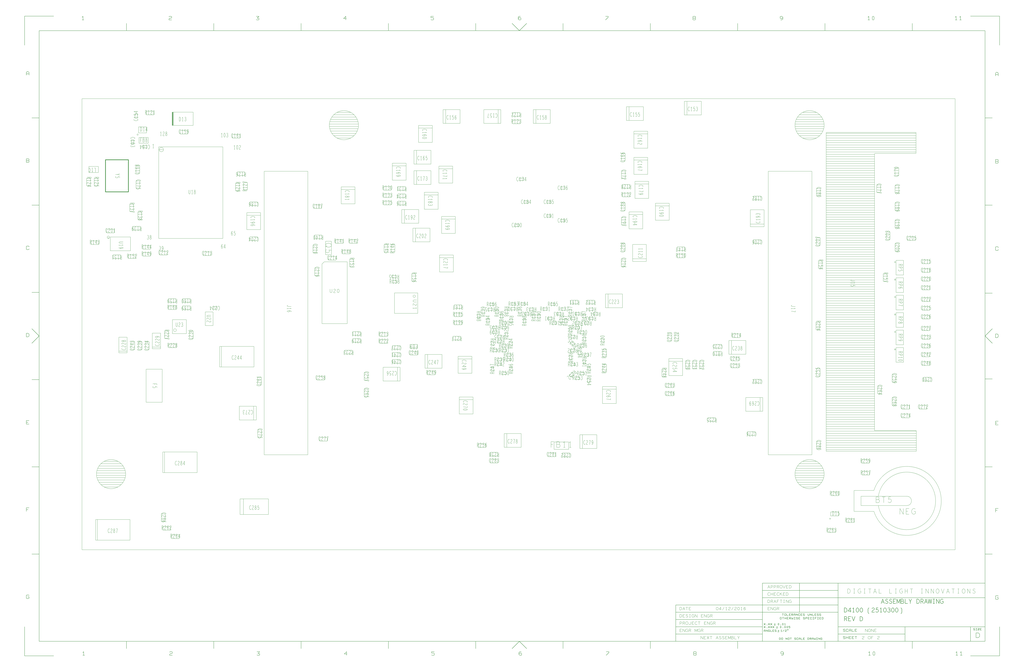
<source format=gbr>
G04 ================== begin FILE IDENTIFICATION RECORD ==================*
G04 Layout Name:  2510300_REV-D.brd*
G04 Film Name:    Assy2.gbr*
G04 File Format:  Gerber RS274X*
G04 File Origin:  Cadence Allegro 16.6-2015-S051*
G04 Origin Date:  Tue Apr 12 06:53:56 2016*
G04 *
G04 Layer:  DRAWING FORMAT/OUTLINE*
G04 Layer:  DRAWING FORMAT/TITLE_DATA*
G04 Layer:  DRAWING FORMAT/REVISION_BLOCK*
G04 Layer:  DRAWING FORMAT/ASSY2*
G04 *
G04 Offset:    (0.00 0.00)*
G04 Mirror:    No*
G04 Mode:      Positive*
G04 Rotation:  0*
G04 FullContactRelief:  No*
G04 UndefLineWidth:     6.00*
G04 ================== end FILE IDENTIFICATION RECORD ====================*
%FSLAX25Y25*MOIN*%
%IR0*IPPOS*OFA0.00000B0.00000*MIA0B0*SFA1.00000B1.00000*%
%ADD10C,.01*%
%ADD11C,.012*%
%ADD12C,.024*%
%ADD13C,.006*%
%ADD14C,.008*%
G75*
%LPD*%
G75*
G54D10*
G01X-1150000Y-550000D02*
X-1250000D01*
Y-450000D01*
G01X-1234700Y-342100D02*
X-1236200Y-340500D01*
X-1242400D01*
X-1244000Y-342100D01*
Y-351400D01*
X-1242400Y-352900D01*
X-1236200D01*
X-1234700Y-351400D01*
Y-346700D01*
X-1239300D01*
G01X-1234700Y-40500D02*
X-1244000D01*
Y-52900D01*
G01Y-46700D02*
X-1237800D01*
G01X-1234700Y247100D02*
X-1244000D01*
Y259500D01*
X-1234700D01*
G01X-1244000Y253300D02*
X-1237800D01*
G01X-1244000Y547100D02*
X-1237800D01*
X-1234700Y550200D01*
Y556400D01*
X-1237800Y559500D01*
X-1244000D01*
Y547100D01*
G01X-1234700Y856400D02*
Y857900D01*
X-1236200Y859500D01*
X-1242400D01*
X-1244000Y857900D01*
Y848600D01*
X-1242400Y847100D01*
X-1236200D01*
X-1234700Y848600D01*
Y850200D01*
G01X-1244000Y1147100D02*
X-1236200D01*
X-1234700Y1148600D01*
Y1151700D01*
X-1236200Y1153300D01*
X-1234700Y1154800D01*
Y1157900D01*
X-1236200Y1159500D01*
X-1244000D01*
Y1153300D01*
Y1147100D01*
G01X-1236200Y1153300D02*
X-1244000D01*
G01Y1447100D02*
Y1456400D01*
X-1240900Y1459500D01*
X-1237800D01*
X-1234700Y1456400D01*
Y1447100D01*
G01Y1451700D02*
X-1244000D01*
G01X-1150000Y1650000D02*
X-1250000D01*
Y1550000D01*
G01X-1225000Y-200000D02*
X-1200000D01*
G01Y100000D02*
X-1225000D01*
G01Y400000D02*
X-1200000D01*
G01X-1225000Y575000D02*
X-1200000Y550000D01*
X-1225000Y525000D01*
G01Y700000D02*
X-1200000D01*
G01Y1000000D02*
X-1225000D01*
G01Y1300000D02*
X-1200000D01*
G01X2050000Y-500000D02*
X-1200000D01*
G01D02*
Y1600000D01*
X2050000D01*
G01X-1049300Y1637100D02*
Y1649500D01*
X-1052400Y1646400D01*
G01X-1046200Y1637100D02*
X-1052400D01*
G01X-1049900Y-547900D02*
X-1043700D01*
G01X-1049900Y-538600D02*
X-1046800Y-535500D01*
Y-547900D01*
G01X-900000Y-500000D02*
Y-525000D01*
G01Y1625000D02*
Y1600000D01*
G01X-742200Y-547900D02*
X-751500D01*
Y-544800D01*
X-748400Y-541700D01*
X-743700D01*
X-742200Y-540200D01*
Y-537100D01*
X-743700Y-535500D01*
X-749900D01*
X-751500Y-537100D01*
G01X-754000Y1647900D02*
X-752400Y1649500D01*
X-746200D01*
X-744700Y1647900D01*
Y1644800D01*
X-746200Y1643300D01*
X-750900D01*
X-754000Y1640200D01*
Y1637100D01*
X-744700D01*
G01X-600000Y-525000D02*
Y-500000D01*
G01Y1600000D02*
Y1625000D01*
G01X-454000Y1638600D02*
X-452400Y1637100D01*
X-446200D01*
X-444700Y1638600D01*
Y1641700D01*
X-446200Y1643300D01*
X-450900D01*
X-444700Y1649500D01*
X-454000D01*
G01X-451500Y-535500D02*
X-442200D01*
X-448400Y-541700D01*
X-443700D01*
X-442200Y-543300D01*
Y-546400D01*
X-443700Y-547900D01*
X-449900D01*
X-451500Y-546400D01*
G01X-300000Y-500000D02*
Y-525000D01*
G01Y1625000D02*
Y1600000D01*
G01X-143700Y-547900D02*
Y-535500D01*
X-151500Y-543300D01*
X-142200D01*
G01X-144700Y1641700D02*
X-154000D01*
X-146200Y1649500D01*
Y1637100D01*
G01X0Y-525000D02*
Y-500000D01*
G01Y1600000D02*
Y1625000D01*
G01X148500Y-546400D02*
X150100Y-547900D01*
X156300D01*
X157800Y-546400D01*
Y-541700D01*
X156300Y-540200D01*
X148500D01*
Y-535500D01*
X157800D01*
G01X155300Y1649500D02*
X146000D01*
Y1644800D01*
G01Y1638600D02*
X147600Y1637100D01*
X153800D01*
X155300Y1638600D01*
Y1643300D01*
X153800Y1644800D01*
X146000D01*
G01X300000Y-500000D02*
Y-525000D01*
G01Y1625000D02*
Y1600000D01*
G01X425000Y-525000D02*
X450000Y-500000D01*
X475000Y-525000D01*
G01Y1625000D02*
X450000Y1600000D01*
X425000Y1625000D01*
G01X456300Y-535500D02*
X451600D01*
X448500Y-538600D01*
Y-544800D01*
X451600Y-547900D01*
X456300D01*
X457800Y-546400D01*
Y-541700D01*
X456300Y-540200D01*
X451600D01*
X448500Y-543300D01*
G01X453800Y1649500D02*
X449100D01*
X446000Y1646400D01*
Y1640200D01*
X449100Y1637100D01*
X453800D01*
X455300Y1638600D01*
Y1643300D01*
X453800Y1644800D01*
X449100D01*
X446000Y1641700D01*
G01X600000Y-500000D02*
Y-525000D01*
G01Y1600000D02*
Y1625000D01*
G01X748500Y-547900D02*
X757800Y-538600D01*
Y-535500D01*
X748500D01*
G01X746000Y1637100D02*
X755300Y1646400D01*
Y1649500D01*
X746000D01*
G01X900000Y-525000D02*
Y-500000D01*
G01Y1625000D02*
Y1600000D01*
G01X1545000Y-375000D02*
X1285000D01*
X987500D01*
Y-500000D01*
G01X1285000Y-475000D02*
X987500D01*
G01Y-450000D02*
X1285000D01*
G01X987500Y-425000D02*
X1285000D01*
G01X1545000Y-400000D02*
X1285000D01*
X987500D01*
G01X1050100Y-541700D02*
X1048500Y-540200D01*
Y-537100D01*
X1050100Y-535500D01*
X1056300D01*
X1057800Y-537100D01*
Y-540200D01*
X1056300Y-541700D01*
X1057800Y-543300D01*
Y-546400D01*
X1056300Y-547900D01*
X1050100D01*
X1048500Y-546400D01*
Y-543300D01*
X1050100Y-541700D01*
X1056300D01*
G01X1053800Y1643300D02*
X1047600D01*
X1046000Y1641700D01*
Y1638600D01*
X1047600Y1637100D01*
X1053800D01*
X1055300Y1638600D01*
Y1641700D01*
X1053800Y1643300D01*
X1055300Y1644800D01*
Y1647900D01*
X1053800Y1649500D01*
X1047600D01*
X1046000Y1647900D01*
Y1644800D01*
X1047600Y1643300D01*
G01X1200000Y-500000D02*
Y-525000D01*
G01Y1600000D02*
Y1625000D01*
G01X1412500Y-300000D02*
X1545000D01*
Y-350000D01*
X1412500D01*
Y-300000D01*
X1285000D01*
Y-500000D01*
G01Y-350000D02*
X1412500D01*
G01X1285000Y-325000D02*
X1435000D01*
X1545000D01*
G01X1300300Y-454000D02*
X1301100D01*
Y-453200D01*
X1300300D01*
Y-454000D01*
G01X1302700Y-466500D02*
Y-460300D01*
G01X1290500Y-464100D02*
X1295200D01*
G01Y-466500D02*
Y-461800D01*
X1293600Y-460300D01*
X1292100D01*
X1290500Y-461800D01*
Y-466500D01*
G01X1298000Y-460300D02*
Y-466500D01*
G01X1302700Y-465700D02*
X1298000Y-461000D01*
G01X1290500Y-454000D02*
Y-453200D01*
X1295200Y-448500D01*
G01X1290500Y-447800D02*
Y-448500D01*
X1295200Y-453200D01*
Y-454000D01*
G01Y-448500D02*
Y-447800D01*
G01X1300300Y-444000D02*
X1301100D01*
Y-443200D01*
X1300300D01*
Y-444000D01*
G01X1295200D02*
Y-443200D01*
X1290500Y-438500D01*
Y-437800D01*
G01X1295200D02*
Y-438500D01*
X1290500Y-443200D01*
Y-444000D01*
G01X1313000Y-447800D02*
Y-448500D01*
X1317700Y-453200D01*
Y-454000D01*
G01X1305500D02*
Y-453200D01*
X1310200Y-448500D01*
Y-447800D01*
G01Y-461000D02*
X1309400Y-460300D01*
X1306300D01*
X1305500Y-461000D01*
Y-465700D01*
X1306300Y-466500D01*
X1309400D01*
X1310200Y-465700D01*
Y-463400D01*
X1307800D01*
G01X1317700Y-466500D02*
X1313000D01*
Y-460300D01*
G01X1323600Y-463400D02*
X1320500D01*
G01X1325200Y-466500D02*
X1320500D01*
Y-460300D01*
X1325200D01*
G01X1320500Y-454000D02*
Y-453200D01*
X1325200Y-448500D01*
Y-447800D01*
G01X1313000Y-454000D02*
Y-453200D01*
X1317700Y-448500D01*
Y-447800D01*
G01X1305500D02*
Y-448500D01*
X1310200Y-453200D01*
Y-454000D01*
G01X1320500Y-447800D02*
Y-448500D01*
X1325200Y-453200D01*
Y-454000D01*
G01X1313000Y-444000D02*
Y-443200D01*
X1317700Y-438500D01*
Y-437800D01*
G01X1310200Y-444000D02*
Y-443200D01*
X1305500Y-438500D01*
Y-437800D01*
G01X1310200D02*
Y-438500D01*
X1305500Y-443200D01*
Y-444000D01*
G01X1317700D02*
Y-443200D01*
X1313000Y-438500D01*
Y-437800D01*
G01X1338000Y-463400D02*
X1342700D01*
G01X1342500Y-467500D02*
X1337500D01*
G01X1332700Y-461000D02*
X1331900Y-460300D01*
X1328800D01*
X1328000Y-461000D01*
Y-462600D01*
X1328800Y-463400D01*
X1331900D01*
X1332700Y-464100D01*
Y-465700D01*
X1331900Y-466500D01*
X1328800D01*
X1328000Y-465700D01*
G01X1335300Y-453200D02*
Y-448500D01*
G01X1337500Y-455000D02*
X1332500D01*
G01X1333000Y-450900D02*
X1337700D01*
G01X1325500Y-440900D02*
X1330200D01*
G01X1327800Y-443200D02*
Y-438500D01*
G01X1330000Y-445000D02*
X1325000D01*
G01X1357800Y-540200D02*
X1354700Y-543300D01*
X1350100D01*
X1348500Y-541700D01*
Y-537100D01*
X1350100Y-535500D01*
X1354700D01*
X1357800Y-538600D01*
Y-540200D01*
Y-544800D01*
X1354700Y-547900D01*
X1350100D01*
G01X1350500Y-493200D02*
X1351300Y-494000D01*
X1354400D01*
X1355200Y-493200D01*
Y-488500D01*
X1354400Y-487800D01*
X1351300D01*
X1350500Y-488500D01*
Y-493200D01*
G01X1343000Y-494000D02*
X1346100D01*
X1347700Y-492400D01*
Y-489300D01*
X1346100Y-487800D01*
X1343000D01*
Y-494000D01*
G01X1340300Y-465700D02*
Y-461000D01*
G01X1351900Y-466500D02*
X1348800D01*
G01Y-461800D02*
X1350300Y-460300D01*
Y-466500D01*
G01X1355500D02*
Y-465700D01*
X1359400Y-461000D01*
Y-460300D01*
G01X1355300Y-454000D02*
X1356100D01*
Y-453200D01*
X1355300D01*
Y-454000D01*
G01X1347100D02*
X1346300Y-452400D01*
Y-449300D01*
X1347100Y-447800D01*
X1348600D01*
X1349400Y-449300D01*
Y-452400D01*
X1348600Y-454000D01*
X1347100D01*
G01X1354600Y-444000D02*
X1353800Y-442400D01*
Y-439300D01*
X1354600Y-437800D01*
X1356100D01*
X1356900Y-439300D01*
Y-442400D01*
X1356100Y-444000D01*
X1354600D01*
G01X1347800D02*
X1348600D01*
Y-443200D01*
X1347800D01*
Y-444000D01*
G01X1339600D02*
X1338800Y-442400D01*
Y-439300D01*
X1339600Y-437800D01*
X1341100D01*
X1341900Y-439300D01*
Y-442400D01*
X1341100Y-444000D01*
X1339600D01*
G01X1345600Y-423100D02*
X1346400Y-423900D01*
X1349700D01*
X1350500Y-423100D01*
Y-418100D01*
X1349700Y-417300D01*
X1346400D01*
X1345600Y-418100D01*
Y-423100D01*
G01X1353600Y-417300D02*
X1356000D01*
Y-423900D01*
G01X1353100Y-404800D02*
X1355500D01*
Y-411400D01*
G01X1358500Y-417300D02*
X1353600D01*
G01X1358000Y-404800D02*
X1353100D01*
G01X1355300Y1644800D02*
X1352200Y1641700D01*
X1347600D01*
X1346000Y1643300D01*
Y1647900D01*
X1347600Y1649500D01*
X1352200D01*
X1355300Y1646400D01*
Y1644800D01*
Y1640200D01*
X1352200Y1637100D01*
X1347600D01*
G01X1373000Y-493200D02*
X1373800Y-494000D01*
X1376900D01*
X1377700Y-493200D01*
Y-488500D01*
X1376900Y-487800D01*
X1373800D01*
X1373000Y-488500D01*
Y-493200D01*
G01X1370200Y-494000D02*
Y-487800D01*
G01X1365500Y-488500D02*
X1370200Y-493200D01*
G01X1365500Y-494000D02*
Y-487800D01*
G01X1363000Y-461000D02*
X1363800Y-460300D01*
X1366900D01*
X1367700Y-461000D01*
Y-462600D01*
X1366900Y-463400D01*
X1364600D01*
X1363000Y-464900D01*
Y-466500D01*
X1367700D01*
G01X1369600Y-454000D02*
X1368800Y-452400D01*
Y-449300D01*
X1369600Y-447800D01*
X1371100D01*
X1371900Y-449300D01*
Y-452400D01*
X1371100Y-454000D01*
X1369600D01*
G01X1362100D02*
X1361300Y-452400D01*
Y-449300D01*
X1362100Y-447800D01*
X1363600D01*
X1364400Y-449300D01*
Y-452400D01*
X1363600Y-454000D01*
X1362100D01*
G01X1374000Y-460000D02*
X1373800Y-459200D01*
X1373300Y-458700D01*
X1372500Y-458500D01*
X1371800Y-458700D01*
X1371200Y-459200D01*
X1371000Y-460000D01*
X1371200Y-460700D01*
X1371800Y-461300D01*
X1372500Y-461500D01*
X1373300Y-461300D01*
X1373800Y-460700D01*
X1374000Y-460000D01*
G01X1362800Y-444000D02*
Y-437800D01*
X1361300Y-439300D01*
G01Y-444000D02*
X1364400D01*
G01X1366500Y-423900D02*
Y-417300D01*
G01X1374500Y-423900D02*
X1369600D01*
Y-417300D01*
X1374500D01*
G01X1369600Y-420600D02*
X1372900D01*
G01X1361600D02*
X1366500D01*
G01X1361600Y-417300D02*
Y-423900D01*
G01X1374000Y-411400D02*
X1369100D01*
Y-404800D01*
G01X1361100Y-410600D02*
X1361900Y-411400D01*
X1365200D01*
X1366000Y-410600D01*
Y-405600D01*
X1365200Y-404800D01*
X1361900D01*
X1361100Y-405600D01*
Y-410600D01*
G01X1382800Y-494000D02*
Y-487800D01*
X1380500D01*
X1385200D01*
G01X1375500Y-453200D02*
X1376300Y-454000D01*
X1379400D01*
X1380200Y-453200D01*
Y-450900D01*
X1379400Y-450100D01*
X1375500D01*
Y-447800D01*
X1380200D01*
G01X1382500Y-423900D02*
X1379200Y-420600D01*
G01X1390500Y-417300D02*
Y-423900D01*
X1388000Y-421400D01*
X1385600Y-423900D01*
Y-417300D01*
G01X1377600Y-420600D02*
X1381700D01*
X1382500Y-419800D01*
Y-418100D01*
X1381700Y-417300D01*
X1377600D01*
Y-423900D01*
G01X1386700Y-408100D02*
X1390000Y-411400D01*
G01X1382000D02*
X1377100D01*
Y-404800D01*
X1382000D01*
G01X1385100Y-408100D02*
X1389200D01*
X1390000Y-407300D01*
Y-405600D01*
X1389200Y-404800D01*
X1385100D01*
Y-411400D01*
G01X1377100Y-408100D02*
X1380400D01*
G01X1407700Y-492400D02*
Y-493200D01*
X1406900Y-494000D01*
X1403800D01*
X1403000Y-493200D01*
Y-488500D01*
X1403800Y-487800D01*
X1406900D01*
X1407700Y-488500D01*
Y-489300D01*
G01X1400200Y-488500D02*
X1399400Y-487800D01*
X1396300D01*
X1395500Y-488500D01*
Y-490100D01*
X1396300Y-490900D01*
X1399400D01*
X1400200Y-491600D01*
Y-493200D01*
X1399400Y-494000D01*
X1396300D01*
X1395500Y-493200D01*
G01X1401600Y-423100D02*
X1402400Y-423900D01*
X1405700D01*
X1406500Y-423100D01*
Y-421400D01*
X1405700Y-420600D01*
X1402400D01*
X1401600Y-419800D01*
Y-418100D01*
X1402400Y-417300D01*
X1405700D01*
X1406500Y-418100D01*
G01X1393600Y-423900D02*
X1398500D01*
G01X1396000Y-417300D02*
Y-423900D01*
G01X1401100Y-405600D02*
X1406000Y-410600D01*
G01X1401100Y-404800D02*
Y-411400D01*
G01X1406000D02*
Y-404800D01*
G01X1393600Y-417300D02*
X1398500D01*
G01X1398000Y-408900D02*
X1393100D01*
G01Y-411400D02*
Y-406400D01*
X1394700Y-404800D01*
X1396400D01*
X1398000Y-406400D01*
Y-411400D01*
G01X1430200Y-487800D02*
X1425500D01*
Y-494000D01*
X1430200D01*
G01X1425500Y-490900D02*
X1428600D01*
G01X1422700Y-494000D02*
X1418000D01*
Y-487800D01*
G01X1415200Y-494000D02*
Y-489300D01*
X1413600Y-487800D01*
X1412100D01*
X1410500Y-489300D01*
Y-494000D01*
G01Y-491600D02*
X1415200D01*
G01X1430500Y-418100D02*
X1429700Y-417300D01*
X1426400D01*
X1425600Y-418100D01*
Y-419800D01*
X1426400Y-420600D01*
X1429700D01*
X1430500Y-421400D01*
Y-423100D01*
X1429700Y-423900D01*
X1426400D01*
X1425600Y-423100D01*
G01X1414500Y-423900D02*
X1409600D01*
Y-417300D01*
X1414500D01*
G01X1409600Y-420600D02*
X1412900D01*
G01X1425100Y-410600D02*
X1425900Y-411400D01*
X1429200D01*
X1430000Y-410600D01*
Y-408900D01*
X1429200Y-408100D01*
X1425900D01*
X1425100Y-407300D01*
Y-405600D01*
X1425900Y-404800D01*
X1429200D01*
X1430000Y-405600D01*
G01X1422000Y-411400D02*
X1417100D01*
Y-404800D01*
X1422000D01*
G01X1417100Y-408100D02*
X1420400D01*
G01X1414000Y-409700D02*
Y-410600D01*
X1413200Y-411400D01*
X1409900D01*
X1409100Y-410600D01*
Y-405600D01*
X1409900Y-404800D01*
X1413200D01*
X1414000Y-405600D01*
Y-406400D01*
G01X1412500Y-375000D02*
Y-400000D01*
G01Y-375000D02*
Y-350000D01*
G01X1440500Y-494000D02*
X1443600D01*
X1445200Y-492400D01*
Y-489300D01*
X1443600Y-487800D01*
X1440500D01*
Y-494000D01*
G01X1433600Y-420600D02*
X1437700D01*
X1438500Y-419800D01*
Y-418100D01*
X1437700Y-417300D01*
X1433600D01*
Y-423900D01*
G01X1444900Y-420600D02*
X1441600D01*
G01X1446500Y-417300D02*
X1441600D01*
Y-423900D01*
X1446500D01*
G01X1441100Y-404800D02*
Y-409700D01*
X1442700Y-411400D01*
X1444400D01*
X1446000Y-409700D01*
Y-404800D01*
G01X1460200Y-491600D02*
X1455500D01*
G01Y-494000D02*
Y-489300D01*
X1457100Y-487800D01*
X1458600D01*
X1460200Y-489300D01*
Y-494000D01*
G01X1449600Y-490900D02*
X1452700Y-494000D01*
G01X1448000D02*
Y-487800D01*
X1451900D01*
X1452700Y-488500D01*
Y-490100D01*
X1451900Y-490900D01*
X1448000D01*
G01X1454500Y-422200D02*
Y-423100D01*
X1453700Y-423900D01*
X1450400D01*
X1449600Y-423100D01*
Y-418100D01*
X1450400Y-417300D01*
X1453700D01*
X1454500Y-418100D01*
Y-418900D01*
G01X1460000Y-423900D02*
Y-417300D01*
G01X1462500Y-423900D02*
X1457600D01*
G01X1454000Y-410600D02*
X1449100Y-405600D01*
G01X1457600Y-417300D02*
X1462500D01*
G01X1457100Y-404800D02*
Y-411400D01*
X1462000D01*
G01X1454000D02*
Y-404800D01*
G01X1449100D02*
Y-411400D01*
G01X1478000Y-488500D02*
X1482700Y-493200D01*
G01X1478000Y-494000D02*
Y-487800D01*
G01X1470500Y-494000D02*
X1475200D01*
G01X1472800Y-487800D02*
Y-494000D01*
G01X1463000Y-487800D02*
Y-494000D01*
X1465300Y-491600D01*
X1467700Y-494000D01*
Y-487800D01*
G01X1470500D02*
X1475200D01*
G01X1465600Y-420600D02*
X1468900D01*
G01X1470500Y-417300D02*
X1465600D01*
Y-423900D01*
G01X1476000D02*
Y-417300D01*
G01X1478500Y-423900D02*
X1473600D01*
G01Y-417300D02*
X1478500D01*
G01X1473100Y-410600D02*
X1473900Y-411400D01*
X1477200D01*
X1478000Y-410600D01*
Y-408900D01*
X1477200Y-408100D01*
X1473900D01*
X1473100Y-407300D01*
Y-405600D01*
X1473900Y-404800D01*
X1477200D01*
X1478000Y-405600D01*
G01X1470000Y-411400D02*
X1465100D01*
Y-404800D01*
X1470000D01*
G01X1465100Y-408100D02*
X1468400D01*
G01X1490200Y-488500D02*
X1489400Y-487800D01*
X1486300D01*
X1485500Y-488500D01*
Y-493200D01*
X1486300Y-494000D01*
X1489400D01*
X1490200Y-493200D01*
Y-490900D01*
X1487800D01*
G01X1482700Y-494000D02*
Y-487800D01*
G01X1484900Y-420600D02*
X1481600D01*
G01X1489600Y-423900D02*
X1492900D01*
X1494500Y-422200D01*
Y-418900D01*
X1492900Y-417300D01*
X1489600D01*
Y-423900D01*
G01X1486500Y-417300D02*
X1481600D01*
Y-423900D01*
X1486500D01*
G01X1481100Y-410600D02*
X1481900Y-411400D01*
X1485200D01*
X1486000Y-410600D01*
Y-408900D01*
X1485200Y-408100D01*
X1481900D01*
X1481100Y-407300D01*
Y-405600D01*
X1481900Y-404800D01*
X1485200D01*
X1486000Y-405600D01*
G01X1500000Y-500000D02*
Y-525000D01*
G01Y1625000D02*
Y1600000D01*
G01X1545000Y-500000D02*
Y-350000D01*
X2050000D01*
G01X1775000Y-475000D02*
X1545000D01*
G01Y-450000D02*
X1775000D01*
G01X2050000Y-300000D02*
X1545000D01*
G01X1569400Y-483900D02*
X1568400Y-482800D01*
X1564200D01*
X1563200Y-483900D01*
Y-485900D01*
X1564200Y-487000D01*
X1568400D01*
X1569400Y-488000D01*
Y-490100D01*
X1568400Y-491100D01*
X1564200D01*
X1563200Y-490100D01*
G01X1569400Y-458900D02*
X1568400Y-457800D01*
X1564200D01*
X1563200Y-458900D01*
Y-460900D01*
X1564200Y-462000D01*
X1568400D01*
X1569400Y-463000D01*
Y-465100D01*
X1568400Y-466100D01*
X1564200D01*
X1563200Y-465100D01*
G01X1579400Y-491100D02*
Y-482800D01*
G01X1589400D02*
X1583200D01*
Y-491100D01*
X1589400D01*
G01X1573200D02*
Y-482800D01*
G01X1583200Y-487000D02*
X1587300D01*
G01X1573200D02*
X1579400D01*
G01X1589400Y-466100D02*
Y-459900D01*
X1587300Y-457800D01*
X1585300D01*
X1583200Y-459900D01*
Y-466100D01*
G01Y-463000D02*
X1589400D01*
G01X1579400Y-464000D02*
Y-465100D01*
X1578400Y-466100D01*
X1574200D01*
X1573200Y-465100D01*
Y-458900D01*
X1574200Y-457800D01*
X1578400D01*
X1579400Y-458900D01*
Y-459900D01*
G01X1599400Y-491100D02*
X1593200D01*
Y-482800D01*
X1599400D01*
G01X1593200Y-487000D02*
X1597300D01*
G01X1599400Y-466100D02*
X1593200D01*
Y-457800D01*
G01X1603200Y-482800D02*
X1606300D01*
Y-491100D01*
G01X1609400Y-482800D02*
X1603200D01*
G01X1609400Y-466100D02*
X1603200D01*
Y-457800D01*
X1609400D01*
G01X1603200Y-462000D02*
X1607300D01*
G01X1653200Y-547900D02*
Y-535500D01*
X1650100Y-538600D01*
G01X1656300Y-547900D02*
X1650100D01*
G01X1650700Y1637100D02*
Y1649500D01*
X1647600Y1646400D01*
G01X1653800Y1637100D02*
X1647600D01*
G01X1666600Y-547900D02*
X1665100Y-544800D01*
Y-538600D01*
X1666600Y-535500D01*
X1669700D01*
X1671300Y-538600D01*
Y-544800D01*
X1669700Y-547900D01*
X1666600D01*
G01X1664100Y1637100D02*
X1662600Y1640200D01*
Y1646400D01*
X1664100Y1649500D01*
X1667200D01*
X1668800Y1646400D01*
Y1640200D01*
X1667200Y1637100D01*
X1664100D01*
G01X1775000Y-500000D02*
Y-450000D01*
X2000000D01*
G01X1800000Y-525000D02*
Y-500000D01*
G01Y1600000D02*
Y1625000D01*
G01X1950100Y-547900D02*
X1956300D01*
G01X1950100Y-538600D02*
X1953200Y-535500D01*
Y-547900D01*
G01X1950700Y1637100D02*
Y1649500D01*
X1947600Y1646400D01*
G01X1953800Y1637100D02*
X1947600D01*
G01X1968200Y-547900D02*
Y-535500D01*
X1965100Y-538600D01*
G01Y-547900D02*
X1971300D01*
G01X1962600Y1637100D02*
X1968800D01*
G01X1962600Y1646400D02*
X1965700Y1649500D01*
Y1637100D01*
G01X2100000Y-450000D02*
Y-550000D01*
X2000000D01*
G01X2050000Y-450000D02*
X2000000D01*
Y-500000D01*
G01X2100000Y1550000D02*
Y1650000D01*
X2000000D01*
G01X2018900Y-487200D02*
X2027100D01*
X2031300Y-483100D01*
Y-474800D01*
X2027100Y-470700D01*
X2018900D01*
Y-487200D01*
G01X2018000Y-455300D02*
X2022700D01*
G01X2020300Y-461500D02*
Y-455300D01*
G01X2018000Y-461500D02*
X2022700D01*
G01X2015200Y-456000D02*
X2014400Y-455300D01*
X2011300D01*
X2010500Y-456000D01*
Y-457600D01*
X2011300Y-458400D01*
X2014400D01*
X2015200Y-459100D01*
Y-460700D01*
X2014400Y-461500D01*
X2011300D01*
X2010500Y-460700D01*
G01X2025500Y-455300D02*
X2030200D01*
Y-456000D01*
X2025500Y-460700D01*
Y-461500D01*
X2030200D01*
G01Y-458400D02*
X2025500D01*
G01X2036100D02*
X2033000D01*
G01X2037700Y-455300D02*
X2033000D01*
Y-461500D01*
X2037700D01*
G01X2050000Y-500000D02*
Y1600000D01*
G01X2075000Y-200000D02*
X2050000D01*
G01X2075000Y100000D02*
X2050000D01*
G01X2075000Y402500D02*
X2050000D01*
G01X2075000Y575000D02*
X2050000Y550000D01*
X2075000Y525000D01*
G01Y697500D02*
X2050000D01*
G01X2075000Y1000000D02*
X2050000D01*
G01X2075000Y1300000D02*
X2050000D01*
G01X2095300Y-344600D02*
X2093800Y-343000D01*
X2087600D01*
X2086000Y-344600D01*
Y-353900D01*
X2087600Y-355400D01*
X2093800D01*
X2095300Y-353900D01*
Y-349200D01*
X2090700D01*
G01X2095300Y-43000D02*
X2086000D01*
Y-55400D01*
G01Y-49200D02*
X2092200D01*
G01X2095300Y244600D02*
X2086000D01*
Y257000D01*
X2095300D01*
G01X2086000Y250800D02*
X2092200D01*
G01X2086000Y544600D02*
X2092200D01*
X2095300Y547700D01*
Y553900D01*
X2092200Y557000D01*
X2086000D01*
Y544600D01*
G01X2095300Y853900D02*
Y855400D01*
X2093800Y857000D01*
X2087600D01*
X2086000Y855400D01*
Y846100D01*
X2087600Y844600D01*
X2093800D01*
X2095300Y846100D01*
Y847700D01*
G01X2086000Y1144600D02*
X2093800D01*
X2095300Y1146100D01*
Y1149200D01*
X2093800Y1150800D01*
X2095300Y1152300D01*
Y1155400D01*
X2093800Y1157000D01*
X2086000D01*
Y1150800D01*
Y1144600D01*
G01Y1150800D02*
X2093800D01*
G01X2095300Y1444600D02*
Y1453900D01*
X2092200Y1457000D01*
X2089100D01*
X2086000Y1453900D01*
Y1444600D01*
G01Y1449200D02*
X2095300D01*
G54D11*
G01X1567083Y-430000D02*
Y-415000D01*
X1572292D01*
X1573958Y-415750D01*
X1575000Y-416750D01*
X1575417Y-418750D01*
X1575000Y-420750D01*
X1573750Y-422000D01*
X1572292Y-422750D01*
X1567083D01*
G01X1572292D02*
X1575417Y-430000D01*
G01X1588917D02*
X1580583D01*
Y-415000D01*
X1588917D01*
G01X1585583Y-422250D02*
X1580583D01*
G01X1593041Y-415000D02*
X1598250Y-430000D01*
X1603459Y-415000D01*
G01X1620667Y-430000D02*
Y-415000D01*
X1624833D01*
X1626500Y-415750D01*
X1627750Y-416750D01*
X1628792Y-418250D01*
X1629625Y-420000D01*
X1629833Y-422500D01*
X1629625Y-425000D01*
X1628792Y-426750D01*
X1627750Y-428250D01*
X1626500Y-429250D01*
X1624833Y-430000D01*
X1620667D01*
G01X1566667Y-400000D02*
Y-385000D01*
X1570833D01*
X1572500Y-385750D01*
X1573750Y-386750D01*
X1574792Y-388250D01*
X1575625Y-390000D01*
X1575833Y-392500D01*
X1575625Y-395000D01*
X1574792Y-396750D01*
X1573750Y-398250D01*
X1572500Y-399250D01*
X1570833Y-400000D01*
X1566667D01*
G01X1587250D02*
Y-385000D01*
X1579541Y-395750D01*
X1589959D01*
G01X1598250Y-400000D02*
Y-385000D01*
X1595750Y-388000D01*
G01Y-400000D02*
X1600750D01*
G01X1611750Y-385000D02*
X1610083Y-385500D01*
X1608833Y-386750D01*
X1608000Y-388250D01*
X1607375Y-390250D01*
X1607167Y-392500D01*
X1607375Y-394750D01*
X1608000Y-396750D01*
X1608833Y-398250D01*
X1610083Y-399500D01*
X1611750Y-400000D01*
X1613417Y-399500D01*
X1614667Y-398250D01*
X1615500Y-396750D01*
X1616125Y-394750D01*
X1616333Y-392500D01*
X1616125Y-390250D01*
X1615500Y-388250D01*
X1614667Y-386750D01*
X1613417Y-385500D01*
X1611750Y-385000D01*
G01X1625250D02*
X1623583Y-385500D01*
X1622333Y-386750D01*
X1621500Y-388250D01*
X1620875Y-390250D01*
X1620667Y-392500D01*
X1620875Y-394750D01*
X1621500Y-396750D01*
X1622333Y-398250D01*
X1623583Y-399500D01*
X1625250Y-400000D01*
X1626917Y-399500D01*
X1628167Y-398250D01*
X1629000Y-396750D01*
X1629625Y-394750D01*
X1629833Y-392500D01*
X1629625Y-390250D01*
X1629000Y-388250D01*
X1628167Y-386750D01*
X1626917Y-385500D01*
X1625250Y-385000D01*
G01X1651208Y-405000D02*
X1649125Y-402500D01*
X1648083Y-400000D01*
Y-390000D01*
X1649125Y-387500D01*
X1651208Y-385000D01*
G01X1661792Y-387500D02*
X1663042Y-386000D01*
X1664500Y-385250D01*
X1666167Y-385000D01*
X1668250Y-385500D01*
X1669708Y-386750D01*
X1670125Y-388250D01*
X1669917Y-389750D01*
X1669083Y-391000D01*
X1664917Y-393500D01*
X1663042Y-395250D01*
X1661792Y-397750D01*
X1661375Y-400000D01*
X1670125D01*
G01X1674667Y-397750D02*
X1675916Y-399000D01*
X1677375Y-399750D01*
X1679250Y-400000D01*
X1681125Y-399500D01*
X1682583Y-398500D01*
X1683625Y-396750D01*
X1683833Y-394750D01*
X1683417Y-392750D01*
X1682375Y-391500D01*
X1680917Y-390500D01*
X1679458Y-390250D01*
X1678000Y-390500D01*
X1676125Y-391500D01*
X1676750Y-385000D01*
X1682375D01*
G01X1692750Y-400000D02*
Y-385000D01*
X1690250Y-388000D01*
G01Y-400000D02*
X1695250D01*
G01X1706250Y-385000D02*
X1704583Y-385500D01*
X1703333Y-386750D01*
X1702500Y-388250D01*
X1701875Y-390250D01*
X1701667Y-392500D01*
X1701875Y-394750D01*
X1702500Y-396750D01*
X1703333Y-398250D01*
X1704583Y-399500D01*
X1706250Y-400000D01*
X1707917Y-399500D01*
X1709167Y-398250D01*
X1710000Y-396750D01*
X1710625Y-394750D01*
X1710833Y-392500D01*
X1710625Y-390250D01*
X1710000Y-388250D01*
X1709167Y-386750D01*
X1707917Y-385500D01*
X1706250Y-385000D01*
G01X1715167Y-397000D02*
X1716416Y-398750D01*
X1718083Y-399750D01*
X1719958Y-400000D01*
X1721625Y-399750D01*
X1723292Y-398500D01*
X1724333Y-397000D01*
X1724542Y-395500D01*
X1724125Y-393750D01*
X1722667Y-392500D01*
X1721208Y-392000D01*
X1719333D01*
G01X1721208D02*
X1722458Y-391250D01*
X1723500Y-390000D01*
X1723917Y-388500D01*
X1723500Y-387000D01*
X1722458Y-385750D01*
X1720583Y-385000D01*
X1718708Y-385250D01*
X1716833Y-386250D01*
G01X1733250Y-385000D02*
X1731583Y-385500D01*
X1730333Y-386750D01*
X1729500Y-388250D01*
X1728875Y-390250D01*
X1728667Y-392500D01*
X1728875Y-394750D01*
X1729500Y-396750D01*
X1730333Y-398250D01*
X1731583Y-399500D01*
X1733250Y-400000D01*
X1734917Y-399500D01*
X1736167Y-398250D01*
X1737000Y-396750D01*
X1737625Y-394750D01*
X1737833Y-392500D01*
X1737625Y-390250D01*
X1737000Y-388250D01*
X1736167Y-386750D01*
X1734917Y-385500D01*
X1733250Y-385000D01*
G01X1746750D02*
X1745083Y-385500D01*
X1743833Y-386750D01*
X1743000Y-388250D01*
X1742375Y-390250D01*
X1742167Y-392500D01*
X1742375Y-394750D01*
X1743000Y-396750D01*
X1743833Y-398250D01*
X1745083Y-399500D01*
X1746750Y-400000D01*
X1748417Y-399500D01*
X1749667Y-398250D01*
X1750500Y-396750D01*
X1751125Y-394750D01*
X1751333Y-392500D01*
X1751125Y-390250D01*
X1750500Y-388250D01*
X1749667Y-386750D01*
X1748417Y-385500D01*
X1746750Y-385000D01*
G01X1761292Y-405000D02*
X1763375Y-402500D01*
X1764417Y-400000D01*
Y-390000D01*
X1763375Y-387500D01*
X1761292Y-385000D01*
G01X1693541Y-370000D02*
X1698750Y-355000D01*
X1703959Y-370000D01*
G01X1702083Y-364750D02*
X1695416D01*
G01X1707875Y-368000D02*
X1709542Y-369250D01*
X1711417Y-370000D01*
X1713083D01*
X1714750Y-369250D01*
X1716000Y-368000D01*
X1716625Y-366250D01*
X1716208Y-364500D01*
X1715167Y-363000D01*
X1713292Y-362000D01*
X1710792Y-361500D01*
X1709333Y-360500D01*
X1708708Y-358750D01*
X1709125Y-357000D01*
X1710167Y-355750D01*
X1711625Y-355000D01*
X1713083D01*
X1714542Y-355500D01*
X1715792Y-356750D01*
G01X1721375Y-368000D02*
X1723042Y-369250D01*
X1724917Y-370000D01*
X1726583D01*
X1728250Y-369250D01*
X1729500Y-368000D01*
X1730125Y-366250D01*
X1729708Y-364500D01*
X1728667Y-363000D01*
X1726792Y-362000D01*
X1724292Y-361500D01*
X1722833Y-360500D01*
X1722208Y-358750D01*
X1722625Y-357000D01*
X1723667Y-355750D01*
X1725125Y-355000D01*
X1726583D01*
X1728042Y-355500D01*
X1729292Y-356750D01*
G01X1743417Y-370000D02*
X1735083D01*
Y-355000D01*
X1743417D01*
G01X1740083Y-362250D02*
X1735083D01*
G01X1747333Y-370000D02*
Y-355000D01*
X1752750Y-367500D01*
X1758167Y-355000D01*
Y-370000D01*
G01X1767917Y-362000D02*
X1768750Y-361250D01*
X1769375Y-360000D01*
X1769792Y-358250D01*
X1769375Y-356750D01*
X1768542Y-355750D01*
X1767083Y-355000D01*
X1761458D01*
Y-370000D01*
X1768333D01*
X1769792Y-369000D01*
X1770625Y-367500D01*
X1771042Y-365750D01*
X1770625Y-364000D01*
X1769375Y-362500D01*
X1767917Y-362000D01*
X1761458D01*
G01X1775583Y-355000D02*
Y-370000D01*
X1783917D01*
G01X1793250D02*
Y-363250D01*
X1789083Y-355000D01*
G01X1797417D02*
X1793250Y-363250D01*
G01X1815667Y-370000D02*
Y-355000D01*
X1819833D01*
X1821500Y-355750D01*
X1822750Y-356750D01*
X1823792Y-358250D01*
X1824625Y-360000D01*
X1824833Y-362500D01*
X1824625Y-365000D01*
X1823792Y-366750D01*
X1822750Y-368250D01*
X1821500Y-369250D01*
X1819833Y-370000D01*
X1815667D01*
G01X1829583D02*
Y-355000D01*
X1834792D01*
X1836458Y-355750D01*
X1837500Y-356750D01*
X1837917Y-358750D01*
X1837500Y-360750D01*
X1836250Y-362000D01*
X1834792Y-362750D01*
X1829583D01*
G01X1834792D02*
X1837917Y-370000D01*
G01X1842041D02*
X1847250Y-355000D01*
X1852459Y-370000D01*
G01X1850583Y-364750D02*
X1843916D01*
G01X1854500Y-355000D02*
X1857416Y-370000D01*
X1860750Y-355000D01*
X1864083Y-370000D01*
X1867000Y-355000D01*
G01X1871750D02*
X1876750D01*
G01X1874250D02*
Y-370000D01*
G01X1871750D02*
X1876750D01*
G01X1882958D02*
Y-355000D01*
X1892542Y-370000D01*
Y-355000D01*
G01X1902500Y-362500D02*
X1906667D01*
Y-367000D01*
X1905417Y-368500D01*
X1903958Y-369500D01*
X1901875Y-370000D01*
X1899792Y-369500D01*
X1898333Y-368500D01*
X1897083Y-367000D01*
X1896250Y-365250D01*
X1895833Y-363250D01*
Y-361500D01*
X1896250Y-360000D01*
X1897083Y-358250D01*
X1898333Y-356750D01*
X1899583Y-355750D01*
X1901250Y-355000D01*
X1902708D01*
X1904375Y-355500D01*
X1905625Y-356500D01*
G54D12*
G01X-972068Y1156020D02*
Y1045780D01*
X-893332D01*
Y1156020D01*
X-972068D01*
G54D13*
G01X-1052700Y1366100D02*
X1947300D01*
Y-185100D01*
X-1052700D01*
Y1366100D01*
G01X-1036700Y1092900D02*
Y1067300D01*
X-1023900D01*
Y1092900D01*
X-1036700D01*
G01X-1021500Y864500D02*
X-995900D01*
Y877300D01*
X-1021500D01*
Y864500D01*
G01X-996300Y1133300D02*
Y1112100D01*
X-1029100D01*
Y1133300D01*
X-996300D01*
Y1132900D01*
G01X-1005700Y-152100D02*
X-887700D01*
Y-81300D01*
X-1005700D01*
Y-152100D01*
G01X-999700Y-81300D02*
Y-152100D01*
G01X-1002796Y74900D02*
G03I50096J0D01*
G01X-906768Y54900D02*
X-998632D01*
G01X-904064Y62900D02*
X-1001336D01*
G01X-902764Y70900D02*
X-1002636D01*
G01X-902764Y78900D02*
X-1002636D01*
G01X-904064Y86900D02*
X-1001336D01*
G01X-906768Y94900D02*
X-998632D01*
G01X-1010700Y1092900D02*
Y1067300D01*
X-997900D01*
Y1092900D01*
X-1010700D01*
G01X-917864Y38900D02*
X-987536D01*
G01X-911160Y46900D02*
X-994240D01*
G01X-911160Y102900D02*
X-994240D01*
G01X-917864Y110900D02*
X-987536D01*
G01X-928752Y30900D02*
X-976648D01*
G01X-928752Y118900D02*
X-976648D01*
G01X-965900Y889700D02*
G03I4000J0D01*
G01X-959044Y886900D02*
X-964756D01*
G01X-967500Y904500D02*
X-941900D01*
Y917300D01*
X-967500D01*
Y904500D01*
G01X-919900Y829300D02*
X-945500D01*
Y816500D01*
X-919900D01*
Y829300D01*
G01X-955300Y890500D02*
Y843300D01*
X-886100D01*
Y890500D01*
X-955300D01*
G01X-897700Y492100D02*
Y545700D01*
X-926100D01*
Y492100D01*
X-897700D01*
G01X-926100Y497700D02*
X-897700D01*
G01X-893500Y816500D02*
X-867900D01*
Y829300D01*
X-893500D01*
Y816500D01*
G01X-871500Y504100D02*
Y529700D01*
X-884300D01*
Y504100D01*
X-871500D01*
G01X-851900Y927300D02*
X-877500D01*
Y914500D01*
X-851900D01*
Y927300D01*
G01X-888700Y1004100D02*
Y978500D01*
X-875900D01*
Y1004100D01*
X-888700D01*
G01X-882700Y1224900D02*
Y1208900D01*
X-874700D01*
Y1224900D01*
X-882700D01*
G01X-846300Y504100D02*
Y529700D01*
X-859100D01*
Y504100D01*
X-846300D01*
G01X-860700Y976900D02*
Y951300D01*
X-847900D01*
Y976900D01*
X-860700D01*
G01X-867100Y1083700D02*
Y1058100D01*
X-854300D01*
Y1083700D01*
X-867100D01*
G01X-854300Y1110100D02*
Y1135700D01*
X-867100D01*
Y1110100D01*
X-854300D01*
G01X-863832Y1242500D02*
G03I2332J0D01*
G01X-862700Y1298900D02*
Y1314900D01*
X-870700D01*
Y1298900D01*
X-862700D01*
G01X-843500Y824500D02*
X-817900D01*
Y837300D01*
X-843500D01*
Y824500D01*
G01Y848500D02*
X-817900D01*
Y861300D01*
X-843500D01*
Y848500D01*
G01X-828700Y1204900D02*
X-844700D01*
Y1196900D01*
X-828700D01*
Y1204900D01*
G01X-856500Y1212900D02*
X-824900D01*
Y1232900D01*
X-856500D01*
Y1212900D01*
G01X-832300Y435700D02*
Y322100D01*
X-777100D01*
Y435700D01*
X-832300D01*
G01X-821900Y504100D02*
Y529700D01*
X-834700D01*
Y504100D01*
X-821900D01*
G01X-831500Y1310500D02*
X-805900D01*
Y1323300D01*
X-831500D01*
Y1310500D01*
G01X-782500Y506100D02*
Y559700D01*
X-810900D01*
Y506100D01*
X-782500D01*
G01X-810900Y511700D02*
X-782500D01*
G01X-568464Y1200380D02*
X-788936D01*
Y885420D01*
X-568464D01*
Y1200380D01*
G01X-774700Y-117900D02*
X-749100D01*
Y-105100D01*
X-774700D01*
Y-117900D01*
G01X-779900Y-61500D02*
Y-87100D01*
X-767100D01*
Y-61500D01*
X-779900D01*
G01X-774900Y80300D02*
X-656900D01*
Y151100D01*
X-774900D01*
Y80300D01*
G01X-785500Y828500D02*
X-759900D01*
Y841300D01*
X-785500D01*
Y828500D01*
G01X-787276Y1190900D02*
G03I7376J0D01*
G01X-772524D02*
X-787276D01*
G01X-768900Y151100D02*
Y80300D01*
G01X-754700Y509700D02*
X-729100D01*
Y522500D01*
X-754700D01*
Y509700D01*
G01X-769100Y567700D02*
Y542100D01*
X-756300D01*
Y567700D01*
X-769100D01*
G01X-755100Y640900D02*
X-729500D01*
Y653700D01*
X-755100D01*
Y640900D01*
G01X-729500Y678500D02*
X-755100D01*
Y665700D01*
X-729500D01*
Y678500D01*
G01X-744700Y-146700D02*
X-719100D01*
Y-133900D01*
X-744700D01*
Y-146700D01*
G01X-741916Y558084D02*
Y606116D01*
X-693884D01*
Y558084D01*
X-741916D01*
G01X-737836Y570164D02*
G03I4724J0D01*
G01X-742920Y1274064D02*
X-670480D01*
Y1319736D01*
X-742920D01*
Y1274064D01*
G01X-738984D02*
Y1319736D01*
X-739772D01*
Y1274064D01*
X-740560D01*
Y1319736D01*
X-741344D01*
Y1274064D01*
X-742132D01*
Y1319736D01*
G01X-680700Y653700D02*
X-706300D01*
Y640900D01*
X-680700D01*
Y653700D01*
G01Y678500D02*
X-706300D01*
Y665700D01*
X-680700D01*
Y678500D01*
G01X-715500Y1244500D02*
X-689900D01*
Y1257300D01*
X-715500D01*
Y1244500D01*
G01X-670300Y541300D02*
Y566900D01*
X-683100D01*
Y541300D01*
X-670300D01*
G01X-635500Y826500D02*
X-609900D01*
Y839300D01*
X-635500D01*
Y826500D01*
G01X-628884Y632924D02*
Y585676D01*
X-602116D01*
Y632924D01*
X-628884D01*
G01X-588300Y650500D02*
X-604300D01*
Y642500D01*
X-588300D01*
Y650500D01*
G01X-579700Y443500D02*
X-461700D01*
Y514300D01*
X-579700D01*
Y443500D01*
G01X-573700Y514300D02*
Y443500D01*
G01X-525100Y1075700D02*
Y1050100D01*
X-512300D01*
Y1075700D01*
X-525100D01*
G01X-535500Y1230500D02*
X-509900D01*
Y1243300D01*
X-535500D01*
Y1230500D01*
G01X-509500Y-63900D02*
X-411900D01*
Y-10300D01*
X-509500D01*
Y-63900D01*
G01X-453500Y308500D02*
X-511900D01*
Y261300D01*
X-453500D01*
Y308500D01*
G01X-493500Y1114500D02*
X-519100D01*
Y1101700D01*
X-493500D01*
Y1114500D01*
G01X-498100Y-10300D02*
Y-63900D01*
G01X-484300Y1052100D02*
Y1077700D01*
X-497100D01*
Y1052100D01*
X-484300D01*
G01X-449900Y891300D02*
X-475500D01*
Y878500D01*
X-449900D01*
Y891300D01*
G01X-486300Y974100D02*
Y915700D01*
X-439100D01*
Y974100D01*
X-486300D01*
G01X-439100Y965100D02*
X-486300D01*
G01X-449900Y1011300D02*
X-475500D01*
Y998500D01*
X-449900D01*
Y1011300D01*
G01X-462500Y261300D02*
Y308500D01*
G01X-449100Y227700D02*
Y202100D01*
X-436300D01*
Y227700D01*
X-449100D01*
G01X-436300Y382100D02*
Y407700D01*
X-449100D01*
Y382100D01*
X-436300D01*
G01X-426500Y1116400D02*
Y141600D01*
X-276500D01*
Y1116400D01*
X-426500D01*
G01X-245500Y398500D02*
X-219900D01*
Y411300D01*
X-245500D01*
Y398500D01*
G01X-253100Y783700D02*
Y758100D01*
X-240300D01*
Y783700D01*
X-253100D01*
G01X-259100Y862500D02*
Y836900D01*
X-246300D01*
Y862500D01*
X-259100D01*
G01X-227900Y897300D02*
X-253500D01*
Y884500D01*
X-227900D01*
Y897300D01*
G01X-255500Y988500D02*
X-229900D01*
Y1001300D01*
X-255500D01*
Y988500D01*
G01X-235500Y188500D02*
X-209900D01*
Y201300D01*
X-235500D01*
Y188500D01*
G01X-228008Y592600D02*
X-141392D01*
Y805200D01*
X-220132D01*
X-228008Y797324D01*
Y592600D01*
G01X-215500Y829900D02*
Y875900D01*
X-195500D01*
Y829900D01*
X-215500D01*
G01X-205500Y810900D02*
X-179900D01*
Y823700D01*
X-205500D01*
Y810900D01*
G01X-202796Y1274900D02*
G03I50096J0D01*
G01X-111160Y1246900D02*
X-194240D01*
G01X-106768Y1254900D02*
X-198632D01*
G01X-104064Y1262900D02*
X-201336D01*
G01X-102764Y1270900D02*
X-202636D01*
G01X-102764Y1278900D02*
X-202636D01*
G01X-104064Y1286900D02*
X-201336D01*
G01X-106768Y1294900D02*
X-198632D01*
G01X-111160Y1302900D02*
X-194240D01*
G01X-181500Y868500D02*
X-155900D01*
Y881300D01*
X-181500D01*
Y868500D01*
G01X-128752Y1230900D02*
X-176648D01*
G01X-117864Y1238900D02*
X-187536D01*
G01X-117864Y1310900D02*
X-187536D01*
G01X-128752Y1318900D02*
X-176648D01*
G01X-157500Y832500D02*
X-131900D01*
Y845300D01*
X-157500D01*
Y832500D01*
G01X-161900Y1062900D02*
Y1004500D01*
X-114700D01*
Y1062900D01*
X-161900D01*
G01X-114700Y1053900D02*
X-161900D01*
G01X-123900Y501300D02*
X-149500D01*
Y488500D01*
X-123900D01*
Y501300D01*
G01X-95900Y541300D02*
X-121500D01*
Y528500D01*
X-95900D01*
Y541300D01*
G01Y565300D02*
X-121500D01*
Y552500D01*
X-95900D01*
Y565300D01*
G01X-133100Y814900D02*
Y789300D01*
X-120300D01*
Y814900D01*
X-133100D01*
G01Y868500D02*
X-107500D01*
Y881300D01*
X-133100D01*
Y868500D01*
G01X-83100Y367700D02*
Y342100D01*
X-70300D01*
Y367700D01*
X-83100D01*
G01Y423700D02*
Y398100D01*
X-70300D01*
Y423700D01*
X-83100D01*
G01X40500Y442500D02*
X-17900D01*
Y395300D01*
X40500D01*
Y442500D01*
G01X-29500Y524500D02*
X-3900D01*
Y537300D01*
X-29500D01*
Y524500D01*
G01Y548500D02*
X-3900D01*
Y561300D01*
X-29500D01*
Y548500D01*
G01X-14700Y864500D02*
Y838900D01*
X-1900D01*
Y864500D01*
X-14700D01*
G01X-16300Y1000900D02*
X9300D01*
Y1013700D01*
X-16300D01*
Y1000900D01*
G01Y1026100D02*
X9300D01*
Y1038900D01*
X-16300D01*
Y1026100D01*
G01Y1051300D02*
X9300D01*
Y1064100D01*
X-16300D01*
Y1051300D01*
G01X40100Y469300D02*
X14500D01*
Y456500D01*
X40100D01*
Y469300D01*
G01Y493300D02*
X14500D01*
Y480500D01*
X40100D01*
Y493300D01*
G01Y517300D02*
X14500D01*
Y504500D01*
X40100D01*
Y517300D01*
G01X13300Y732900D02*
X29300D01*
Y740900D01*
X13300D01*
Y732900D01*
G01X28100Y758100D02*
X12100D01*
Y750100D01*
X28100D01*
Y758100D01*
G01X22500Y838900D02*
Y864500D01*
X9700D01*
Y838900D01*
X22500D01*
G01X13700Y1144100D02*
Y1085700D01*
X60900D01*
Y1144100D01*
X13700D01*
G01X60900Y1135100D02*
X13700D01*
G01X31500Y395300D02*
Y442500D01*
G01X20900Y698100D02*
X100900D01*
Y627700D01*
X20900D01*
Y698100D01*
G01X58500Y1013700D02*
X32900D01*
Y1000900D01*
X58500D01*
Y1013700D01*
G01Y1038900D02*
X32900D01*
Y1026100D01*
X58500D01*
Y1038900D01*
G01Y1064100D02*
X32900D01*
Y1051300D01*
X58500D01*
Y1064100D01*
G01X46100Y937700D02*
X104500D01*
Y984900D01*
X46100D01*
Y937700D01*
G01X55100Y984900D02*
Y937700D01*
G01X74500Y484500D02*
X100100D01*
Y497300D01*
X74500D01*
Y484500D01*
G01X100100Y521300D02*
X74500D01*
Y508500D01*
X100100D01*
Y521300D01*
G01X84900Y686900D02*
G03I4000J0D01*
G01X80500Y764500D02*
Y738900D01*
X93300D01*
Y764500D01*
X80500D01*
G01X84500Y873700D02*
X142900D01*
Y920900D01*
X84500D01*
Y873700D01*
G01X88100Y1071300D02*
X146500D01*
Y1118500D01*
X88100D01*
Y1071300D01*
G01Y1141300D02*
X146500D01*
Y1188500D01*
X88100D01*
Y1141300D01*
G01X93500Y920900D02*
Y873700D01*
G01X97100Y1118500D02*
Y1071300D01*
G01Y1188500D02*
Y1141300D01*
G01X103700Y1274100D02*
Y1215700D01*
X150900D01*
Y1274100D01*
X103700D01*
G01X150900Y1265100D02*
X103700D01*
G01X123700Y1044100D02*
Y985700D01*
X170900D01*
Y1044100D01*
X123700D01*
G01X170900Y1035100D02*
X123700D01*
G01X134500Y416500D02*
X160100D01*
Y429300D01*
X134500D01*
Y416500D01*
G01X126100Y439300D02*
X184500D01*
Y486500D01*
X126100D01*
Y439300D01*
G01X135100Y486500D02*
Y439300D01*
G01X176100Y828500D02*
Y770100D01*
X223300D01*
Y828500D01*
X176100D01*
G01X223300Y819500D02*
X176100D01*
G01X173700Y1134100D02*
Y1075700D01*
X220900D01*
Y1134100D01*
X173700D01*
G01X220900Y1125100D02*
X173700D01*
G01X182900Y961300D02*
Y902900D01*
X230100D01*
Y961300D01*
X182900D01*
G01X230100Y952300D02*
X182900D01*
G01X188100Y1281300D02*
X246500D01*
Y1328500D01*
X188100D01*
Y1281300D01*
G01X197100Y1328500D02*
Y1281300D01*
G01X248100Y549300D02*
X222500D01*
Y536500D01*
X248100D01*
Y549300D01*
G01X226500Y588500D02*
X252100D01*
Y601300D01*
X226500D01*
Y588500D01*
G01Y616500D02*
X252100D01*
Y629300D01*
X226500D01*
Y616500D01*
G01X252100Y657300D02*
X226500D01*
Y644500D01*
X252100D01*
Y657300D01*
G01X243700Y340100D02*
Y281700D01*
X290900D01*
Y340100D01*
X243700D01*
G01X290900Y331100D02*
X243700D01*
G01X239700Y480100D02*
Y421700D01*
X286900D01*
Y480100D01*
X239700D01*
G01X286900Y471100D02*
X239700D01*
G01X308900Y166500D02*
X334500D01*
Y179300D01*
X308900D01*
Y166500D01*
G01X306500Y626100D02*
Y610100D01*
X314500D01*
Y626100D01*
X306500D01*
G01X330100Y625700D02*
Y641700D01*
X322100D01*
Y625700D01*
X330100D01*
G01X386500Y1328500D02*
X328100D01*
Y1281300D01*
X386500D01*
Y1328500D01*
G01X350500Y113300D02*
X376100D01*
Y126100D01*
X350500D01*
Y113300D01*
G01X376100Y150100D02*
X350500D01*
Y137300D01*
X376100D01*
Y150100D01*
G01X361700Y428900D02*
Y444900D01*
X353700D01*
Y428900D01*
X361700D01*
G01X354100Y532500D02*
Y516500D01*
X362100D01*
Y532500D01*
X354100D01*
G01X346500Y595300D02*
Y611300D01*
X338500D01*
Y595300D01*
X346500D01*
G01X357700Y645700D02*
X341700D01*
Y637700D01*
X357700D01*
Y645700D01*
G01X347300Y654900D02*
X363300D01*
Y662900D01*
X347300D01*
Y654900D01*
G01X358100Y496500D02*
X374100D01*
Y504500D01*
X358100D01*
Y496500D01*
G01X373700Y567300D02*
X357700D01*
Y559300D01*
X373700D01*
Y567300D01*
G01Y583300D02*
X357700D01*
Y575300D01*
X373700D01*
Y583300D01*
G01X377300Y625700D02*
Y641700D01*
X369300D01*
Y625700D01*
X377300D01*
G01X373700Y448900D02*
X389700D01*
Y456900D01*
X373700D01*
Y448900D01*
G01Y464900D02*
X389700D01*
Y472900D01*
X373700D01*
Y464900D01*
G01X390100Y535700D02*
X374100D01*
Y527700D01*
X390100D01*
Y535700D01*
G01X389700Y551300D02*
X373700D01*
Y543300D01*
X389700D01*
Y551300D01*
G01X393300Y610900D02*
Y626900D01*
X385300D01*
Y610900D01*
X393300D01*
G01X377500Y1281300D02*
Y1328500D01*
G01X398100Y167300D02*
X456500D01*
Y214500D01*
X398100D01*
Y167300D01*
G01X389700Y418100D02*
X405700D01*
Y426100D01*
X389700D01*
Y418100D01*
G01X405700Y464900D02*
X421700D01*
Y472900D01*
X405700D01*
Y464900D01*
G01Y480900D02*
X421700D01*
Y488900D01*
X405700D01*
Y480900D01*
G01X389300Y512100D02*
X405300D01*
Y520100D01*
X389300D01*
Y512100D01*
G01X390100Y496500D02*
X406100D01*
Y504500D01*
X390100D01*
Y496500D01*
G01X409700Y547300D02*
Y563300D01*
X401700D01*
Y547300D01*
X409700D01*
G01X389700Y575300D02*
X405700D01*
Y583300D01*
X389700D01*
Y575300D01*
G01Y590900D02*
X405700D01*
Y598900D01*
X389700D01*
Y590900D01*
G01X400900Y642100D02*
Y626100D01*
X408900D01*
Y642100D01*
X400900D01*
G01X407100Y214500D02*
Y167300D01*
G01X425700Y429300D02*
Y445300D01*
X417700D01*
Y429300D01*
X425700D01*
G01X424900Y516100D02*
Y532100D01*
X416900D01*
Y516100D01*
X424900D01*
G01X417700Y610500D02*
Y594500D01*
X425700D01*
Y610500D01*
X417700D01*
G01X436500Y647700D02*
X420500D01*
Y639700D01*
X436500D01*
Y647700D01*
G01X422100Y656100D02*
X438100D01*
Y664100D01*
X422100D01*
Y656100D01*
G01X433300Y926900D02*
X449300D01*
Y934900D01*
X433300D01*
Y926900D01*
G01X426900Y1279700D02*
X452500D01*
Y1292500D01*
X426900D01*
Y1279700D01*
G01X452500Y1318500D02*
X426900D01*
Y1305700D01*
X452500D01*
Y1318500D01*
G01X456500Y626500D02*
Y642500D01*
X448500D01*
Y626500D01*
X456500D01*
G01X455300Y656100D02*
X471300D01*
Y664100D01*
X455300D01*
Y656100D01*
G01X449300Y1084900D02*
X465300D01*
Y1092900D01*
X449300D01*
Y1084900D01*
G01X472100Y594100D02*
Y610100D01*
X464100D01*
Y594100D01*
X472100D01*
G01X483700Y630100D02*
X467700D01*
Y622100D01*
X483700D01*
Y630100D01*
G01X465300Y1006900D02*
X481300D01*
Y1014900D01*
X465300D01*
Y1006900D01*
G01X499700Y646100D02*
X483700D01*
Y638100D01*
X499700D01*
Y646100D01*
G01X503700Y610100D02*
Y626100D01*
X495700D01*
Y610100D01*
X503700D01*
G01X498100Y1281300D02*
X556500D01*
Y1328500D01*
X498100D01*
Y1281300D01*
G01X507100Y1328500D02*
Y1281300D01*
G01X521300Y609700D02*
Y625700D01*
X513300D01*
Y609700D01*
X521300D01*
G01X562900Y614500D02*
X546900D01*
Y606500D01*
X562900D01*
Y614500D01*
G01X530900Y638500D02*
X546900D01*
Y646500D01*
X530900D01*
Y638500D01*
G01X543300Y958900D02*
X559300D01*
Y966900D01*
X543300D01*
Y958900D01*
G01Y1006900D02*
X559300D01*
Y1014900D01*
X543300D01*
Y1006900D01*
G01X548900Y134900D02*
X574500D01*
Y147700D01*
X548900D01*
Y134900D01*
G01X562500Y590500D02*
X578500D01*
Y598500D01*
X562500D01*
Y590500D01*
G01X557300Y655300D02*
X573300D01*
Y663300D01*
X557300D01*
Y655300D01*
G01X569300Y160300D02*
X619700D01*
Y185500D01*
X569300D01*
Y160300D01*
G01X594100Y630100D02*
X578100D01*
Y622100D01*
X594100D01*
Y630100D01*
G01X623300Y147700D02*
X597700D01*
Y134900D01*
X623300D01*
Y147700D01*
G01X589700Y610500D02*
Y594500D01*
X597700D01*
Y610500D01*
X589700D01*
G01X593700Y638500D02*
X609700D01*
Y646500D01*
X593700D01*
Y638500D01*
G01X591300Y942900D02*
X607300D01*
Y950900D01*
X591300D01*
Y942900D01*
G01Y1054900D02*
X607300D01*
Y1062900D01*
X591300D01*
Y1054900D01*
G01X613700Y594500D02*
Y610500D01*
X605700D01*
Y594500D01*
X613700D01*
G01X632928Y424984D02*
X621616Y413672D01*
X627272Y408016D01*
X638584Y419328D01*
X632928Y424984D01*
G01X626500Y448100D02*
X642500D01*
Y456100D01*
X626500D01*
Y448100D01*
G01X622500Y484100D02*
Y468100D01*
X630500D01*
Y484100D01*
X622500D01*
G01X641300Y504100D02*
X625300D01*
Y496100D01*
X641300D01*
Y504100D01*
G01X641784Y521272D02*
X630472Y532584D01*
X624816Y526928D01*
X636128Y515616D01*
X641784Y521272D01*
G01X641700Y551300D02*
X625700D01*
Y543300D01*
X641700D01*
Y551300D01*
G01X629700Y562900D02*
Y578900D01*
X621700D01*
Y562900D01*
X629700D01*
G01X641700Y614500D02*
X625700D01*
Y606500D01*
X641700D01*
Y614500D01*
G01X629700Y626500D02*
Y642500D01*
X621700D01*
Y626500D01*
X629700D01*
G01X652100Y673300D02*
X626500D01*
Y660500D01*
X652100D01*
Y673300D01*
G01X642100Y401300D02*
X658100D01*
Y409300D01*
X642100D01*
Y401300D01*
G01X641300Y574500D02*
X657300D01*
Y582500D01*
X641300D01*
Y574500D01*
G01X657300Y598500D02*
X641300D01*
Y590500D01*
X657300D01*
Y598500D01*
G01Y630500D02*
X641300D01*
Y622500D01*
X657300D01*
Y630500D01*
G01X658100Y163300D02*
X716500D01*
Y210500D01*
X658100D01*
Y163300D01*
G01X667100Y210500D02*
Y163300D01*
G01X657300Y417300D02*
X673300D01*
Y425300D01*
X657300D01*
Y417300D01*
G01X668900Y468900D02*
Y452900D01*
X676900D01*
Y468900D01*
X668900D01*
G01X652900Y500900D02*
Y484900D01*
X660900D01*
Y500900D01*
X652900D01*
G01X657700Y512500D02*
X673700D01*
Y520500D01*
X657700D01*
Y512500D01*
G01X677300Y531700D02*
Y547700D01*
X669300D01*
Y531700D01*
X677300D01*
G01X657700Y558900D02*
X673700D01*
Y566900D01*
X657700D01*
Y558900D01*
G01X676900Y610500D02*
Y626500D01*
X668900D01*
Y610500D01*
X676900D01*
G01X684900Y405700D02*
Y389700D01*
X692900D01*
Y405700D01*
X684900D01*
G01X693300Y430100D02*
Y446100D01*
X685300D01*
Y430100D01*
X693300D01*
G01X672900Y480900D02*
X688900D01*
Y488900D01*
X672900D01*
Y480900D01*
G01X689300Y598500D02*
X673300D01*
Y590500D01*
X689300D01*
Y598500D01*
G01X708100Y673300D02*
X682500D01*
Y660500D01*
X708100D01*
Y673300D01*
G01X704500Y614500D02*
X688500D01*
Y606500D01*
X704500D01*
Y614500D01*
G01X720100Y630100D02*
X704100D01*
Y622100D01*
X720100D01*
Y630100D01*
G01X704500Y646100D02*
X688500D01*
Y638100D01*
X704500D01*
Y646100D01*
G01X735700Y376100D02*
Y317700D01*
X782900D01*
Y376100D01*
X735700D01*
G01X782900Y367100D02*
X735700D01*
G01X749700Y426100D02*
Y451700D01*
X736900D01*
Y426100D01*
X749700D01*
G01Y478100D02*
Y503700D01*
X736900D01*
Y478100D01*
X749700D01*
G01X740500Y526900D02*
Y542900D01*
X732500D01*
Y526900D01*
X740500D01*
G01X746100Y647300D02*
X804500D01*
Y694500D01*
X746100D01*
Y647300D01*
G01X755100Y694500D02*
Y647300D01*
G01X800500Y814900D02*
Y789300D01*
X813300D01*
Y814900D01*
X800500D01*
G01X813700Y842100D02*
Y867700D01*
X800900D01*
Y842100D01*
X813700D01*
G01X800900Y957700D02*
Y932100D01*
X813700D01*
Y957700D01*
X800900D01*
G01X813700Y982100D02*
Y1007700D01*
X800900D01*
Y982100D01*
X813700D01*
G01X804500Y1028500D02*
X830100D01*
Y1041300D01*
X804500D01*
Y1028500D01*
G01X830100Y1071300D02*
X804500D01*
Y1058500D01*
X830100D01*
Y1071300D01*
G01X800900Y1117700D02*
Y1092100D01*
X813700D01*
Y1117700D01*
X800900D01*
G01X813700Y1152100D02*
Y1177700D01*
X800900D01*
Y1152100D01*
X813700D01*
G01X826900Y976900D02*
Y918500D01*
X874100D01*
Y976900D01*
X826900D01*
G01X874100Y967900D02*
X826900D01*
G01X818100Y1291300D02*
X876500D01*
Y1338500D01*
X818100D01*
Y1291300D01*
G01X827100Y1338500D02*
Y1291300D01*
G01X886500Y806500D02*
Y864900D01*
X839300D01*
Y806500D01*
X886500D01*
G01X839300Y815500D02*
X886500D01*
G01X843700Y1164100D02*
Y1105700D01*
X890900D01*
Y1164100D01*
X843700D01*
G01X890900Y1155100D02*
X843700D01*
G01Y1254100D02*
Y1195700D01*
X890900D01*
Y1254100D01*
X843700D01*
G01X890900Y1245100D02*
X843700D01*
G01X847300Y1081700D02*
Y1023300D01*
X894500D01*
Y1081700D01*
X847300D01*
G01X894500Y1072700D02*
X847300D01*
G01X917700Y1006500D02*
Y948100D01*
X964900D01*
Y1006500D01*
X917700D01*
G01X964900Y997500D02*
X917700D01*
G01X940100Y436500D02*
Y410900D01*
X952900D01*
Y436500D01*
X940100D01*
G01X954500Y344500D02*
X980100D01*
Y357300D01*
X954500D01*
Y344500D01*
G01Y372500D02*
X980100D01*
Y385300D01*
X954500D01*
Y372500D01*
G01X963700Y472100D02*
Y413700D01*
X1010900D01*
Y472100D01*
X963700D01*
G01X1010900Y463100D02*
X963700D01*
G01X973700Y534100D02*
Y559700D01*
X960900D01*
Y534100D01*
X973700D01*
G01X997700D02*
Y559700D01*
X984900D01*
Y534100D01*
X997700D01*
G01X992500Y818900D02*
X1018100D01*
Y831700D01*
X992500D01*
Y818900D01*
G01X1018100Y856500D02*
X992500D01*
Y843700D01*
X1018100D01*
Y856500D01*
G01X1020900Y463700D02*
Y438100D01*
X1033700D01*
Y463700D01*
X1020900D01*
G01X1016900Y1310100D02*
X1075300D01*
Y1357300D01*
X1016900D01*
Y1310100D01*
G01X1025900Y1357300D02*
Y1310100D01*
G01X1044900Y463700D02*
Y438100D01*
X1057700D01*
Y463700D01*
X1044900D01*
G01X1068900D02*
Y438100D01*
X1081700D01*
Y463700D01*
X1068900D01*
G01X1124100Y269300D02*
X1098500D01*
Y256500D01*
X1124100D01*
Y269300D01*
G01X1144100Y497300D02*
X1118500D01*
Y484500D01*
X1144100D01*
Y497300D01*
G01Y521300D02*
X1118500D01*
Y508500D01*
X1144100D01*
Y521300D01*
G01X1178500Y440500D02*
X1204100D01*
Y453300D01*
X1178500D01*
Y440500D01*
G01Y464500D02*
X1204100D01*
Y477300D01*
X1178500D01*
Y464500D01*
G01X1170100Y487300D02*
X1228500D01*
Y534500D01*
X1170100D01*
Y487300D01*
G01X1179100Y534500D02*
Y487300D01*
G01X1182500Y544500D02*
X1208100D01*
Y557300D01*
X1182500D01*
Y544500D01*
G01X1286500Y338500D02*
X1228100D01*
Y291300D01*
X1286500D01*
Y338500D01*
G01X1260100Y221300D02*
X1234500D01*
Y208500D01*
X1260100D01*
Y221300D01*
G01X1290900Y925700D02*
Y984100D01*
X1243700D01*
Y925700D01*
X1290900D01*
G01X1243700Y934700D02*
X1290900D01*
G01X1280100Y401300D02*
X1254500D01*
Y388500D01*
X1280100D01*
Y401300D01*
G01Y881300D02*
X1254500D01*
Y868500D01*
X1280100D01*
Y881300D01*
G01Y1031300D02*
X1254500D01*
Y1018500D01*
X1280100D01*
Y1031300D01*
G01X1277500Y291300D02*
Y338500D01*
G01X1305500Y1116400D02*
Y141600D01*
X1455500D01*
Y1116400D01*
X1305500D01*
G01X1397204Y74900D02*
G03I50096J0D01*
G01X1488840Y46900D02*
X1405760D01*
G01X1493232Y54900D02*
X1401368D01*
G01X1495936Y62900D02*
X1398664D01*
G01X1497236Y70900D02*
X1397364D01*
G01X1497236Y78900D02*
X1397364D01*
G01X1495936Y86900D02*
X1398664D01*
G01X1493232Y94900D02*
X1401368D01*
G01X1488840Y102900D02*
X1405760D01*
G01X1397204Y1274900D02*
G03I50096J0D01*
G01X1488840Y1246900D02*
X1405760D01*
G01X1493232Y1254900D02*
X1401368D01*
G01X1495936Y1262900D02*
X1398664D01*
G01X1497236Y1270900D02*
X1397364D01*
G01X1497236Y1278900D02*
X1397364D01*
G01X1495936Y1286900D02*
X1398664D01*
G01X1493232Y1294900D02*
X1401368D01*
G01X1488840Y1302900D02*
X1405760D01*
G01X1471248Y30900D02*
X1423352D01*
G01X1482136Y38900D02*
X1412464D01*
G01X1482136Y110900D02*
X1412464D01*
G01X1471248Y118900D02*
X1423352D01*
G01X1471248Y1230900D02*
X1423352D01*
G01X1482136Y1238900D02*
X1412464D01*
G01X1482136Y1310900D02*
X1412464D01*
G01X1471248Y1318900D02*
X1423352D01*
G01X1470900Y187700D02*
Y162100D01*
X1483700D01*
Y187700D01*
X1470900D01*
G01X1483700Y412100D02*
Y437700D01*
X1470900D01*
Y412100D01*
X1483700D01*
G01X1469300Y598100D02*
Y572500D01*
X1482100D01*
Y598100D01*
X1469300D01*
G01X1477700Y808900D02*
Y783300D01*
X1490500D01*
Y808900D01*
X1477700D01*
G01X1483700Y862100D02*
Y887700D01*
X1470900D01*
Y862100D01*
X1483700D01*
G01X1470900Y1057700D02*
Y1032100D01*
X1483700D01*
Y1057700D01*
X1470900D01*
G01X1509700Y-125900D02*
X1535300D01*
Y-113100D01*
X1509700D01*
Y-125900D01*
G01X1812980Y1250140D02*
Y1178340D01*
X1812500Y1177860D01*
X1672180D01*
X1670300Y1175980D01*
Y224940D01*
X1812980D01*
X1813940Y223980D01*
Y153620D01*
X1504460D01*
Y1249180D01*
X1505420Y1250140D01*
X1812980D01*
G01X1813940Y158900D02*
X1504460D01*
G01X1813940Y166900D02*
X1504460D01*
G01X1813940Y174900D02*
X1504460D01*
G01X1813940Y182900D02*
X1504460D01*
G01X1813940Y190900D02*
X1504460D01*
G01X1813940Y198900D02*
X1504460D01*
G01X1813940Y206900D02*
X1504460D01*
G01X1813940Y214900D02*
X1504460D01*
G01X1813940Y222900D02*
X1504460D01*
G01X1670300Y230900D02*
X1504460D01*
G01X1670300Y238900D02*
X1504460D01*
G01X1670300Y246900D02*
X1504460D01*
G01X1670300Y254900D02*
X1504460D01*
G01X1670300Y262900D02*
X1504460D01*
G01X1670300Y270900D02*
X1504460D01*
G01X1670300Y278900D02*
X1504460D01*
G01X1670300Y286900D02*
X1504460D01*
G01X1670300Y294900D02*
X1504460D01*
G01X1670300Y302900D02*
X1504460D01*
G01X1670300Y310900D02*
X1504460D01*
G01X1670300Y318900D02*
X1504460D01*
G01X1670300Y326900D02*
X1504460D01*
G01X1670300Y334900D02*
X1504460D01*
G01X1670300Y342900D02*
X1504460D01*
G01X1670300Y350900D02*
X1504460D01*
G01X1670300Y358900D02*
X1504460D01*
G01X1670300Y366900D02*
X1504460D01*
G01X1670300Y374900D02*
X1504460D01*
G01X1670300Y382900D02*
X1504460D01*
G01X1670300Y390900D02*
X1504460D01*
G01X1670300Y398900D02*
X1504460D01*
G01X1670300Y406900D02*
X1504460D01*
G01X1670300Y414900D02*
X1504460D01*
G01X1670300Y422900D02*
X1504460D01*
G01X1670300Y430900D02*
X1504460D01*
G01X1670300Y438900D02*
X1504460D01*
G01X1670300Y446900D02*
X1504460D01*
G01X1670300Y454900D02*
X1504460D01*
G01X1670300Y462900D02*
X1504460D01*
G01X1670300Y470900D02*
X1504460D01*
G01X1670300Y478900D02*
X1504460D01*
G01X1670300Y486900D02*
X1504460D01*
G01X1670300Y494900D02*
X1504460D01*
G01X1670300Y502900D02*
X1504460D01*
G01X1670300Y510900D02*
X1504460D01*
G01X1670300Y518900D02*
X1504460D01*
G01X1670300Y526900D02*
X1504460D01*
G01X1670300Y534900D02*
X1504460D01*
G01X1670300Y542900D02*
X1504460D01*
G01X1670300Y550900D02*
X1504460D01*
G01X1670300Y558900D02*
X1504460D01*
G01X1670300Y566900D02*
X1504460D01*
G01X1670300Y574900D02*
X1504460D01*
G01X1670300Y582900D02*
X1504460D01*
G01X1670300Y590900D02*
X1504460D01*
G01X1670300Y598900D02*
X1504460D01*
G01X1670300Y606900D02*
X1504460D01*
G01X1670300Y614900D02*
X1504460D01*
G01X1670300Y622900D02*
X1504460D01*
G01X1670300Y630900D02*
X1504460D01*
G01X1670300Y638900D02*
X1504460D01*
G01X1670300Y646900D02*
X1504460D01*
G01X1670300Y654900D02*
X1504460D01*
G01X1670300Y662900D02*
X1504460D01*
G01X1670300Y670900D02*
X1504460D01*
G01X1670300Y678900D02*
X1504460D01*
G01X1670300Y686900D02*
X1504460D01*
G01X1670300Y694900D02*
X1504460D01*
G01X1670300Y702900D02*
X1504460D01*
G01X1670300Y710900D02*
X1504460D01*
G01X1670300Y718900D02*
X1504460D01*
G01X1670300Y726900D02*
X1504460D01*
G01X1670300Y734900D02*
X1504460D01*
G01X1670300Y742900D02*
X1504460D01*
G01X1670300Y750900D02*
X1504460D01*
G01X1670300Y758900D02*
X1504460D01*
G01X1670300Y766900D02*
X1504460D01*
G01X1670300Y774900D02*
X1504460D01*
G01X1670300Y782900D02*
X1504460D01*
G01X1670300Y790900D02*
X1504460D01*
G01X1670300Y798900D02*
X1504460D01*
G01X1670300Y806900D02*
X1504460D01*
G01X1670300Y814900D02*
X1504460D01*
G01X1670300Y822900D02*
X1504460D01*
G01X1670300Y830900D02*
X1504460D01*
G01X1670300Y838900D02*
X1504460D01*
G01X1670300Y846900D02*
X1504460D01*
G01X1670300Y854900D02*
X1504460D01*
G01X1670300Y862900D02*
X1504460D01*
G01X1670300Y870900D02*
X1504460D01*
G01X1670300Y878900D02*
X1504460D01*
G01X1670300Y886900D02*
X1504460D01*
G01X1670300Y894900D02*
X1504460D01*
G01X1670300Y902900D02*
X1504460D01*
G01X1670300Y910900D02*
X1504460D01*
G01X1670300Y918900D02*
X1504460D01*
G01X1670300Y926900D02*
X1504460D01*
G01X1670300Y934900D02*
X1504460D01*
G01X1670300Y942900D02*
X1504460D01*
G01X1670300Y950900D02*
X1504460D01*
G01X1670300Y958900D02*
X1504460D01*
G01X1670300Y966900D02*
X1504460D01*
G01X1670300Y974900D02*
X1504460D01*
G01X1670300Y982900D02*
X1504460D01*
G01X1670300Y990900D02*
X1504460D01*
G01X1670300Y998900D02*
X1504460D01*
G01X1670300Y1006900D02*
X1504460D01*
G01X1670300Y1014900D02*
X1504460D01*
G01X1670300Y1022900D02*
X1504460D01*
G01X1670300Y1030900D02*
X1504460D01*
G01X1670300Y1038900D02*
X1504460D01*
G01X1670300Y1046900D02*
X1504460D01*
G01X1670300Y1054900D02*
X1504460D01*
G01X1670300Y1062900D02*
X1504460D01*
G01X1670300Y1070900D02*
X1504460D01*
G01X1670300Y1078900D02*
X1504460D01*
G01X1670300Y1086900D02*
X1504460D01*
G01X1670300Y1094900D02*
X1504460D01*
G01X1670300Y1102900D02*
X1504460D01*
G01X1670300Y1110900D02*
X1504460D01*
G01X1670300Y1118900D02*
X1504460D01*
G01X1670300Y1126900D02*
X1504460D01*
G01X1670300Y1134900D02*
X1504460D01*
G01X1670300Y1142900D02*
X1504460D01*
G01X1670300Y1150900D02*
X1504460D01*
G01X1670300Y1158900D02*
X1504460D01*
G01X1670300Y1166900D02*
X1504460D01*
G01X1670300Y1174900D02*
X1504460D01*
G01X1812980Y1182900D02*
X1504460D01*
G01X1812980Y1190900D02*
X1504460D01*
G01X1812980Y1198900D02*
X1504460D01*
G01X1812980Y1206900D02*
X1504460D01*
G01X1812980Y1214900D02*
X1504460D01*
G01X1812980Y1222900D02*
X1504460D01*
G01X1812980Y1230900D02*
X1504460D01*
G01X1812980Y1238900D02*
X1504460D01*
G01X1812980Y1246900D02*
X1504460D01*
G01X1515700Y-78300D02*
G03I2000J0D01*
G01X1519700Y-68700D02*
X1546900D01*
Y-55100D01*
X1519700D01*
Y-68700D01*
G01X1521300Y900D02*
X1546900D01*
Y13700D01*
X1521300D01*
Y900D01*
G01X1574100Y-91500D02*
X1599700D01*
Y-78700D01*
X1574100D01*
Y-91500D01*
G01X1668300Y-53100D02*
X1599900D01*
Y18900D01*
X1668300D01*
G01X1624100Y-1100D02*
Y-33100D01*
X1781300D01*
G01Y-1100D02*
X1624100D01*
G01X1627300Y71700D02*
X1652900D01*
Y84500D01*
X1627300D01*
Y71700D01*
G01X1626500Y112500D02*
X1652100D01*
Y125300D01*
X1626500D01*
Y112500D01*
G01X1668296Y-53100D02*
G03X1899900Y-17100I113004J36000D01*
G01D02*
G03X1668296Y18900I-118600J0D01*
G01X1683604Y-33116D02*
G03X1880300Y-17100I97696J16016D01*
G01D02*
G03X1683599Y-1116I-99000J0D01*
G01X1680900Y377700D02*
Y352100D01*
X1693700D01*
Y377700D01*
X1680900D01*
G01X1678100Y1069700D02*
Y1044100D01*
X1690900D01*
Y1069700D01*
X1678100D01*
G01X1700500Y764100D02*
Y738500D01*
X1713300D01*
Y764100D01*
X1700500D01*
G01X1723700Y882100D02*
Y907700D01*
X1710900D01*
Y882100D01*
X1723700D01*
G01X1730900Y337700D02*
Y312100D01*
X1743700D01*
Y337700D01*
X1730900D01*
G01Y417700D02*
Y392100D01*
X1743700D01*
Y417700D01*
X1730900D01*
G01X1738900Y504100D02*
G03I2000J0D01*
G01X1742500Y502900D02*
X1739300D01*
G01X1738900Y564100D02*
G03I2000J0D01*
G01Y624100D02*
G03I2000J0D01*
G01X1742500Y622900D02*
X1739300D01*
G01X1738900Y684100D02*
G03I2000J0D01*
G01Y744100D02*
G03I2000J0D01*
G01X1742500Y742900D02*
X1739300D01*
G01X1738900Y804100D02*
G03I2000J0D01*
G01X1740900Y867700D02*
Y842100D01*
X1753700D01*
Y867700D01*
X1740900D01*
G01Y947700D02*
Y922100D01*
X1753700D01*
Y947700D01*
X1740900D01*
G01Y1007700D02*
Y982100D01*
X1753700D01*
Y1007700D01*
X1740900D01*
G01Y1067700D02*
Y1042100D01*
X1753700D01*
Y1067700D01*
X1740900D01*
G01X1753700Y1102100D02*
Y1127700D01*
X1740900D01*
Y1102100D01*
X1753700D01*
G01X1744500Y510100D02*
Y459700D01*
X1770100D01*
Y510100D01*
X1744500D01*
G01Y570100D02*
Y519700D01*
X1770100D01*
Y570100D01*
X1744500D01*
G01Y630100D02*
Y579700D01*
X1770100D01*
Y630100D01*
X1744500D01*
G01Y690100D02*
Y639700D01*
X1770100D01*
Y690100D01*
X1744500D01*
G01Y750100D02*
Y699700D01*
X1770100D01*
Y750100D01*
X1744500D01*
G01Y810100D02*
Y759700D01*
X1770100D01*
Y810100D01*
X1744500D01*
G01X1764500Y268500D02*
X1790100D01*
Y281300D01*
X1764500D01*
Y268500D01*
G01Y298500D02*
X1790100D01*
Y311300D01*
X1764500D01*
Y298500D01*
G01X1781300Y-33100D02*
G03Y-1100I0J16000D01*
G01X1784500Y878500D02*
X1810100D01*
Y891300D01*
X1784500D01*
Y878500D01*
G01X1824500Y298500D02*
X1850100D01*
Y311300D01*
X1824500D01*
Y298500D01*
G01X1864100Y408100D02*
X1838500D01*
Y395300D01*
X1864100D01*
Y408100D01*
G01X1834500Y448500D02*
X1860100D01*
Y461300D01*
X1834500D01*
Y448500D01*
G01Y478500D02*
X1860100D01*
Y491300D01*
X1834500D01*
Y478500D01*
G01Y508500D02*
X1860100D01*
Y521300D01*
X1834500D01*
Y508500D01*
G01Y538500D02*
X1860100D01*
Y551300D01*
X1834500D01*
Y538500D01*
G01Y568500D02*
X1860100D01*
Y581300D01*
X1834500D01*
Y568500D01*
G01Y608500D02*
X1860100D01*
Y621300D01*
X1834500D01*
Y608500D01*
G01Y638500D02*
X1860100D01*
Y651300D01*
X1834500D01*
Y638500D01*
G01Y668500D02*
X1860100D01*
Y681300D01*
X1834500D01*
Y668500D01*
G01Y708500D02*
X1860100D01*
Y721300D01*
X1834500D01*
Y708500D01*
G01Y738500D02*
X1860100D01*
Y751300D01*
X1834500D01*
Y738500D01*
G01Y768500D02*
X1860100D01*
Y781300D01*
X1834500D01*
Y768500D01*
G01Y798500D02*
X1860100D01*
Y811300D01*
X1834500D01*
Y798500D01*
G01X-1034968Y1096167D02*
X-1020968D01*
Y1093333D01*
X-1021668Y1092427D01*
X-1022601Y1091860D01*
X-1024468Y1091633D01*
X-1026335Y1091860D01*
X-1027501Y1092540D01*
X-1028201Y1093333D01*
Y1096167D01*
G01Y1093333D02*
X-1034968Y1091633D01*
G01Y1084700D02*
X-1020968D01*
X-1023768Y1086060D01*
G01X-1034968D02*
Y1083340D01*
G01X-1023301Y1077653D02*
X-1021902Y1076973D01*
X-1021201Y1076180D01*
X-1020968Y1075273D01*
X-1021435Y1074140D01*
X-1022601Y1073347D01*
X-1024001Y1073120D01*
X-1025402Y1073233D01*
X-1026568Y1073687D01*
X-1028901Y1075953D01*
X-1030535Y1076973D01*
X-1032868Y1077653D01*
X-1034968Y1077880D01*
Y1073120D01*
G01Y1064940D02*
X-1020968D01*
X-1031001Y1069133D01*
Y1063467D01*
G01X-1024767Y866232D02*
Y880232D01*
X-1021933D01*
X-1021027Y879532D01*
X-1020460Y878599D01*
X-1020233Y876732D01*
X-1020460Y874865D01*
X-1021140Y873699D01*
X-1021933Y872999D01*
X-1024767D01*
G01X-1021933D02*
X-1020233Y866232D01*
G01X-1013300D02*
Y880232D01*
X-1014660Y877432D01*
G01Y866232D02*
X-1011940D01*
G01X-1002740D02*
Y880232D01*
X-1006933Y870199D01*
X-1001267D01*
G01X-997393Y869032D02*
X-996713Y867398D01*
X-995807Y866465D01*
X-994787Y866232D01*
X-993880Y866465D01*
X-992973Y867632D01*
X-992407Y869032D01*
X-992293Y870432D01*
X-992520Y872065D01*
X-993313Y873232D01*
X-994107Y873699D01*
X-995127D01*
G01X-994107D02*
X-993427Y874399D01*
X-992860Y875565D01*
X-992633Y876965D01*
X-992860Y878365D01*
X-993427Y879532D01*
X-994447Y880232D01*
X-995467Y879999D01*
X-996487Y879065D01*
G01X-1005833Y1113568D02*
Y1127568D01*
X-1010367D01*
G01X-1017300D02*
Y1113568D01*
X-1015940Y1116368D01*
G01Y1127568D02*
X-1018660D01*
G01X-1026500Y1113568D02*
X-1025593Y1114035D01*
X-1024913Y1115201D01*
X-1024460Y1116601D01*
X-1024120Y1118468D01*
X-1024007Y1120568D01*
X-1024120Y1122668D01*
X-1024460Y1124535D01*
X-1024913Y1125935D01*
X-1025593Y1127101D01*
X-1026500Y1127568D01*
X-1027407Y1127101D01*
X-1028087Y1125935D01*
X-1028540Y1124535D01*
X-1028880Y1122668D01*
X-1028993Y1120568D01*
X-1028880Y1118468D01*
X-1028540Y1116601D01*
X-1028087Y1115201D01*
X-1027407Y1114035D01*
X-1026500Y1113568D01*
G01X-1008968Y1096167D02*
X-994968D01*
Y1093333D01*
X-995668Y1092427D01*
X-996601Y1091860D01*
X-998468Y1091633D01*
X-1000335Y1091860D01*
X-1001501Y1092540D01*
X-1002201Y1093333D01*
Y1096167D01*
G01Y1093333D02*
X-1008968Y1091633D01*
G01Y1084700D02*
X-994968D01*
X-997768Y1086060D01*
G01X-1008968D02*
Y1083340D01*
G01X-997301Y1077653D02*
X-995902Y1076973D01*
X-995201Y1076180D01*
X-994968Y1075273D01*
X-995435Y1074140D01*
X-996601Y1073347D01*
X-998001Y1073120D01*
X-999402Y1073233D01*
X-1000568Y1073687D01*
X-1002901Y1075953D01*
X-1004535Y1076973D01*
X-1006868Y1077653D01*
X-1008968Y1077880D01*
Y1073120D01*
G01X-1006868Y1068793D02*
X-1008035Y1068113D01*
X-1008735Y1067320D01*
X-1008968Y1066300D01*
X-1008501Y1065280D01*
X-1007568Y1064487D01*
X-1005935Y1063920D01*
X-1004068Y1063807D01*
X-1002201Y1064033D01*
X-1001035Y1064600D01*
X-1000102Y1065393D01*
X-999868Y1066187D01*
X-1000102Y1066980D01*
X-1001035Y1068000D01*
X-994968Y1067660D01*
Y1064600D01*
G01X-958007Y-113867D02*
X-958687Y-113167D01*
X-959480Y-112700D01*
X-960387D01*
X-961407Y-113400D01*
X-962200Y-114567D01*
X-962767Y-115967D01*
X-963220Y-118300D01*
X-963333Y-120400D01*
X-963107Y-122500D01*
X-962767Y-123900D01*
X-962087Y-125300D01*
X-961293Y-126233D01*
X-960500Y-126700D01*
X-959707D01*
X-958913Y-126233D01*
X-958233Y-125534D01*
X-957667Y-124600D01*
G01X-953453Y-115033D02*
X-952773Y-113634D01*
X-951980Y-112933D01*
X-951073Y-112700D01*
X-949940Y-113167D01*
X-949147Y-114333D01*
X-948920Y-115733D01*
X-949033Y-117134D01*
X-949487Y-118300D01*
X-951753Y-120633D01*
X-952773Y-122267D01*
X-953453Y-124600D01*
X-953680Y-126700D01*
X-948920D01*
G01X-942100D02*
X-941307Y-126467D01*
X-940400Y-125767D01*
X-939833Y-124600D01*
X-939607Y-122967D01*
X-939833Y-121334D01*
X-940513Y-119933D01*
X-941533Y-119233D01*
X-942667D01*
X-943347Y-118767D01*
X-943913Y-117600D01*
X-944140Y-115967D01*
X-943800Y-114333D01*
X-943007Y-113167D01*
X-942100Y-112700D01*
X-941193Y-113167D01*
X-940400Y-114333D01*
X-940060Y-115967D01*
X-940287Y-117600D01*
X-940853Y-118767D01*
X-941533Y-119233D01*
X-942667D01*
X-943687Y-119933D01*
X-944367Y-121334D01*
X-944593Y-122967D01*
X-944367Y-124600D01*
X-943800Y-125767D01*
X-942893Y-126467D01*
X-942100Y-126700D01*
G01X-933127D02*
X-932900Y-123667D01*
X-932560Y-121100D01*
X-932107Y-118767D01*
X-931540Y-116200D01*
X-930633Y-112700D01*
X-935167D01*
G01X-966007Y919065D02*
X-966687Y919765D01*
X-967480Y920232D01*
X-968387D01*
X-969407Y919532D01*
X-970200Y918365D01*
X-970767Y916965D01*
X-971220Y914632D01*
X-971333Y912532D01*
X-971107Y910432D01*
X-970767Y909032D01*
X-970087Y907632D01*
X-969293Y906699D01*
X-968500Y906232D01*
X-967707D01*
X-966913Y906699D01*
X-966233Y907398D01*
X-965667Y908332D01*
G01X-961453Y917899D02*
X-960773Y919298D01*
X-959980Y919999D01*
X-959073Y920232D01*
X-957940Y919765D01*
X-957147Y918599D01*
X-956920Y917199D01*
X-957033Y915798D01*
X-957487Y914632D01*
X-959753Y912299D01*
X-960773Y910665D01*
X-961453Y908332D01*
X-961680Y906232D01*
X-956920D01*
G01X-950100Y920232D02*
X-951007Y919765D01*
X-951687Y918599D01*
X-952140Y917199D01*
X-952480Y915332D01*
X-952593Y913232D01*
X-952480Y911132D01*
X-952140Y909265D01*
X-951687Y907865D01*
X-951007Y906699D01*
X-950100Y906232D01*
X-949193Y906699D01*
X-948513Y907865D01*
X-948060Y909265D01*
X-947720Y911132D01*
X-947607Y913232D01*
X-947720Y915332D01*
X-948060Y917199D01*
X-948513Y918599D01*
X-949193Y919765D01*
X-950100Y920232D01*
G01X-940900Y906232D02*
Y920232D01*
X-942260Y917432D01*
G01Y906232D02*
X-939540D01*
G01X-916633Y827568D02*
Y813568D01*
X-919467D01*
X-920373Y814268D01*
X-920940Y815201D01*
X-921167Y817068D01*
X-920940Y818935D01*
X-920260Y820101D01*
X-919467Y820801D01*
X-916633D01*
G01X-919467D02*
X-921167Y827568D01*
G01X-928100D02*
Y813568D01*
X-926740Y816368D01*
G01Y827568D02*
X-929460D01*
G01X-934807Y825468D02*
X-935487Y826635D01*
X-936280Y827335D01*
X-937300Y827568D01*
X-938320Y827101D01*
X-939113Y826168D01*
X-939680Y824535D01*
X-939793Y822668D01*
X-939567Y820801D01*
X-939000Y819635D01*
X-938207Y818702D01*
X-937413Y818468D01*
X-936620Y818702D01*
X-935600Y819635D01*
X-935940Y813568D01*
X-939000D01*
G01X-946500Y827568D02*
Y813568D01*
X-945140Y816368D01*
G01Y827568D02*
X-947860D01*
G01X-911368Y873993D02*
X-921401D01*
X-923502Y873540D01*
X-924901Y872633D01*
X-925368Y871500D01*
X-924901Y870367D01*
X-923502Y869460D01*
X-921401Y869007D01*
X-911368D01*
G01X-925368Y862300D02*
X-911368D01*
X-914168Y863660D01*
G01X-925368D02*
Y860940D01*
G01X-923735Y855027D02*
X-924901Y854233D01*
X-925368Y853327D01*
X-924901Y852420D01*
X-923502Y851627D01*
X-921401Y851060D01*
X-919301Y850833D01*
X-916735D01*
X-914635Y851060D01*
X-912768Y851627D01*
X-911835Y852307D01*
X-911368Y853100D01*
X-911835Y854007D01*
X-912768Y854687D01*
X-914168Y855140D01*
X-916035Y855367D01*
X-917668Y855140D01*
X-919301Y854573D01*
X-920235Y853893D01*
X-920468Y853100D01*
X-920002Y852193D01*
X-918835Y851513D01*
X-916735Y850833D01*
G01X-937368Y1105500D02*
X-931068D01*
X-923368Y1107767D01*
G01Y1103233D02*
X-931068Y1105500D01*
G01X-935268Y1098793D02*
X-936435Y1098113D01*
X-937135Y1097320D01*
X-937368Y1096300D01*
X-936901Y1095280D01*
X-935968Y1094487D01*
X-934335Y1093920D01*
X-932468Y1093807D01*
X-930601Y1094033D01*
X-929435Y1094600D01*
X-928502Y1095393D01*
X-928268Y1096187D01*
X-928502Y1096980D01*
X-929435Y1098000D01*
X-923368Y1097660D01*
Y1094600D01*
G01X-914729Y507593D02*
X-915429Y506913D01*
X-915896Y506120D01*
Y505213D01*
X-915196Y504193D01*
X-914029Y503400D01*
X-912629Y502833D01*
X-910296Y502380D01*
X-908196Y502267D01*
X-906096Y502493D01*
X-904696Y502833D01*
X-903296Y503513D01*
X-902363Y504307D01*
X-901896Y505100D01*
Y505893D01*
X-902363Y506687D01*
X-903062Y507367D01*
X-903996Y507933D01*
G01X-913563Y512147D02*
X-914962Y512827D01*
X-915663Y513620D01*
X-915896Y514527D01*
X-915429Y515660D01*
X-914263Y516453D01*
X-912863Y516680D01*
X-911462Y516567D01*
X-910296Y516113D01*
X-907963Y513847D01*
X-906329Y512827D01*
X-903996Y512147D01*
X-901896Y511920D01*
Y516680D01*
G01X-913563Y521347D02*
X-914962Y522027D01*
X-915663Y522820D01*
X-915896Y523727D01*
X-915429Y524860D01*
X-914263Y525653D01*
X-912863Y525880D01*
X-911462Y525767D01*
X-910296Y525313D01*
X-907963Y523047D01*
X-906329Y522027D01*
X-903996Y521347D01*
X-901896Y521120D01*
Y525880D01*
G01Y532700D02*
X-902129Y533493D01*
X-902829Y534400D01*
X-903996Y534967D01*
X-905629Y535193D01*
X-907262Y534967D01*
X-908663Y534287D01*
X-909363Y533267D01*
Y532133D01*
X-909829Y531453D01*
X-910996Y530887D01*
X-912629Y530660D01*
X-914263Y531000D01*
X-915429Y531793D01*
X-915896Y532700D01*
X-915429Y533607D01*
X-914263Y534400D01*
X-912629Y534740D01*
X-910996Y534513D01*
X-909829Y533947D01*
X-909363Y533267D01*
Y532133D01*
X-908663Y531113D01*
X-907262Y530433D01*
X-905629Y530207D01*
X-903996Y530433D01*
X-902829Y531000D01*
X-902129Y531907D01*
X-901896Y532700D01*
G01X-896767Y818232D02*
Y832232D01*
X-893933D01*
X-893027Y831532D01*
X-892460Y830599D01*
X-892233Y828732D01*
X-892460Y826865D01*
X-893140Y825699D01*
X-893933Y824999D01*
X-896767D01*
G01X-893933D02*
X-892233Y818232D01*
G01X-885300D02*
Y832232D01*
X-886660Y829432D01*
G01Y818232D02*
X-883940D01*
G01X-878593Y820332D02*
X-877913Y819165D01*
X-877120Y818465D01*
X-876100Y818232D01*
X-875080Y818699D01*
X-874287Y819632D01*
X-873720Y821265D01*
X-873607Y823132D01*
X-873833Y824999D01*
X-874400Y826165D01*
X-875193Y827098D01*
X-875987Y827332D01*
X-876780Y827098D01*
X-877800Y826165D01*
X-877460Y832232D01*
X-874400D01*
G01X-869053Y829899D02*
X-868373Y831298D01*
X-867580Y831999D01*
X-866673Y832232D01*
X-865540Y831765D01*
X-864747Y830599D01*
X-864520Y829199D01*
X-864633Y827798D01*
X-865087Y826632D01*
X-867353Y824299D01*
X-868373Y822665D01*
X-869053Y820332D01*
X-869280Y818232D01*
X-864520D01*
G01X-886065Y505593D02*
X-886765Y504913D01*
X-887232Y504120D01*
Y503213D01*
X-886532Y502193D01*
X-885365Y501400D01*
X-883965Y500833D01*
X-881632Y500380D01*
X-879532Y500267D01*
X-877432Y500493D01*
X-876032Y500833D01*
X-874632Y501513D01*
X-873699Y502307D01*
X-873232Y503100D01*
Y503893D01*
X-873699Y504687D01*
X-874398Y505367D01*
X-875332Y505933D01*
G01X-884899Y510147D02*
X-886298Y510827D01*
X-886999Y511620D01*
X-887232Y512527D01*
X-886765Y513660D01*
X-885599Y514453D01*
X-884199Y514680D01*
X-882798Y514567D01*
X-881632Y514113D01*
X-879299Y511847D01*
X-877665Y510827D01*
X-875332Y510147D01*
X-873232Y509920D01*
Y514680D01*
G01Y522860D02*
X-887232D01*
X-877199Y518667D01*
Y524333D01*
G01X-876032Y528207D02*
X-874398Y528887D01*
X-873465Y529793D01*
X-873232Y530813D01*
X-873465Y531720D01*
X-874632Y532627D01*
X-876032Y533193D01*
X-877432Y533307D01*
X-879065Y533080D01*
X-880232Y532287D01*
X-880699Y531493D01*
Y530473D01*
G01Y531493D02*
X-881399Y532173D01*
X-882565Y532740D01*
X-883965Y532967D01*
X-885365Y532740D01*
X-886532Y532173D01*
X-887232Y531153D01*
X-886999Y530133D01*
X-886065Y529113D01*
G01X-848633Y925568D02*
Y911568D01*
X-851467D01*
X-852373Y912268D01*
X-852940Y913201D01*
X-853167Y915068D01*
X-852940Y916935D01*
X-852260Y918101D01*
X-851467Y918801D01*
X-848633D01*
G01X-851467D02*
X-853167Y925568D01*
G01X-860100D02*
Y911568D01*
X-858740Y914368D01*
G01Y925568D02*
X-861460D01*
G01X-866807Y922768D02*
X-867487Y924402D01*
X-868393Y925335D01*
X-869413Y925568D01*
X-870320Y925335D01*
X-871227Y924168D01*
X-871793Y922768D01*
X-871907Y921368D01*
X-871680Y919735D01*
X-870887Y918568D01*
X-870093Y918101D01*
X-869073D01*
G01X-870093D02*
X-870773Y917401D01*
X-871340Y916235D01*
X-871567Y914835D01*
X-871340Y913435D01*
X-870773Y912268D01*
X-869753Y911568D01*
X-868733Y911801D01*
X-867713Y912735D01*
G01X-876573Y923935D02*
X-877367Y925101D01*
X-878273Y925568D01*
X-879180Y925101D01*
X-879973Y923702D01*
X-880540Y921601D01*
X-880767Y919501D01*
Y916935D01*
X-880540Y914835D01*
X-879973Y912968D01*
X-879293Y912035D01*
X-878500Y911568D01*
X-877593Y912035D01*
X-876913Y912968D01*
X-876460Y914368D01*
X-876233Y916235D01*
X-876460Y917868D01*
X-877027Y919501D01*
X-877707Y920435D01*
X-878500Y920668D01*
X-879407Y920202D01*
X-880087Y919035D01*
X-880767Y916935D01*
G01X-886968Y1007367D02*
X-872968D01*
Y1004533D01*
X-873668Y1003627D01*
X-874601Y1003060D01*
X-876468Y1002833D01*
X-878335Y1003060D01*
X-879501Y1003740D01*
X-880201Y1004533D01*
Y1007367D01*
G01Y1004533D02*
X-886968Y1002833D01*
G01Y995900D02*
X-872968D01*
X-875768Y997260D01*
G01X-886968D02*
Y994540D01*
G01X-884168Y989193D02*
X-885802Y988513D01*
X-886735Y987607D01*
X-886968Y986587D01*
X-886735Y985680D01*
X-885568Y984773D01*
X-884168Y984207D01*
X-882768Y984093D01*
X-881135Y984320D01*
X-879968Y985113D01*
X-879501Y985907D01*
Y986927D01*
G01Y985907D02*
X-878801Y985227D01*
X-877635Y984660D01*
X-876235Y984433D01*
X-874835Y984660D01*
X-873668Y985227D01*
X-872968Y986247D01*
X-873201Y987267D01*
X-874135Y988287D01*
G01X-886968Y977727D02*
X-883935Y977500D01*
X-881368Y977160D01*
X-879035Y976707D01*
X-876468Y976140D01*
X-872968Y975233D01*
Y979767D01*
G01X-872167Y1228207D02*
X-871467Y1228887D01*
X-871000Y1229680D01*
Y1230587D01*
X-871700Y1231607D01*
X-872867Y1232400D01*
X-874267Y1232967D01*
X-876600Y1233420D01*
X-878700Y1233533D01*
X-880800Y1233307D01*
X-882200Y1232967D01*
X-883600Y1232287D01*
X-884533Y1231493D01*
X-885000Y1230700D01*
Y1229907D01*
X-884533Y1229113D01*
X-883834Y1228433D01*
X-882900Y1227867D01*
G01X-885000Y1221500D02*
X-871000D01*
X-873800Y1222860D01*
G01X-885000D02*
Y1220140D01*
G01X-879167Y1214453D02*
X-877533Y1213660D01*
X-876600Y1212980D01*
X-876134Y1212073D01*
X-876600Y1211280D01*
X-877533Y1210713D01*
X-878933Y1210260D01*
X-880567Y1210147D01*
X-881967Y1210260D01*
X-883367Y1210713D01*
X-884533Y1211393D01*
X-885000Y1212187D01*
X-884533Y1213093D01*
X-883134Y1213887D01*
X-881033Y1214340D01*
X-878700Y1214453D01*
X-875667Y1214227D01*
X-874033Y1213887D01*
X-872400Y1213320D01*
X-871233Y1212527D01*
X-871000Y1211733D01*
X-871467Y1210940D01*
X-872633Y1210373D01*
G01X-882200Y1205593D02*
X-883834Y1204913D01*
X-884767Y1204007D01*
X-885000Y1202987D01*
X-884767Y1202080D01*
X-883600Y1201173D01*
X-882200Y1200607D01*
X-880800Y1200493D01*
X-879167Y1200720D01*
X-878000Y1201513D01*
X-877533Y1202307D01*
Y1203327D01*
G01Y1202307D02*
X-876833Y1201627D01*
X-875667Y1201060D01*
X-874267Y1200833D01*
X-872867Y1201060D01*
X-871700Y1201627D01*
X-871000Y1202647D01*
X-871233Y1203667D01*
X-872167Y1204687D01*
G01X-860865Y505593D02*
X-861565Y504913D01*
X-862032Y504120D01*
Y503213D01*
X-861332Y502193D01*
X-860165Y501400D01*
X-858765Y500833D01*
X-856432Y500380D01*
X-854332Y500267D01*
X-852232Y500493D01*
X-850832Y500833D01*
X-849432Y501513D01*
X-848499Y502307D01*
X-848032Y503100D01*
Y503893D01*
X-848499Y504687D01*
X-849198Y505367D01*
X-850132Y505933D01*
G01X-859699Y510147D02*
X-861098Y510827D01*
X-861799Y511620D01*
X-862032Y512527D01*
X-861565Y513660D01*
X-860399Y514453D01*
X-858999Y514680D01*
X-857598Y514567D01*
X-856432Y514113D01*
X-854099Y511847D01*
X-852465Y510827D01*
X-850132Y510147D01*
X-848032Y509920D01*
Y514680D01*
G01X-850832Y519007D02*
X-849198Y519687D01*
X-848265Y520593D01*
X-848032Y521613D01*
X-848265Y522520D01*
X-849432Y523427D01*
X-850832Y523993D01*
X-852232Y524107D01*
X-853865Y523880D01*
X-855032Y523087D01*
X-855499Y522293D01*
Y521273D01*
G01Y522293D02*
X-856199Y522973D01*
X-857365Y523540D01*
X-858765Y523767D01*
X-860165Y523540D01*
X-861332Y522973D01*
X-862032Y521953D01*
X-861799Y520933D01*
X-860865Y519913D01*
G01X-849665Y528773D02*
X-848499Y529567D01*
X-848032Y530473D01*
X-848499Y531380D01*
X-849898Y532173D01*
X-851999Y532740D01*
X-854099Y532967D01*
X-856665D01*
X-858765Y532740D01*
X-860632Y532173D01*
X-861565Y531493D01*
X-862032Y530700D01*
X-861565Y529793D01*
X-860632Y529113D01*
X-859232Y528660D01*
X-857365Y528433D01*
X-855732Y528660D01*
X-854099Y529227D01*
X-853165Y529907D01*
X-852932Y530700D01*
X-853398Y531607D01*
X-854565Y532287D01*
X-856665Y532967D01*
G01X-858968Y980167D02*
X-844968D01*
Y977333D01*
X-845668Y976427D01*
X-846601Y975860D01*
X-848468Y975633D01*
X-850335Y975860D01*
X-851501Y976540D01*
X-852201Y977333D01*
Y980167D01*
G01Y977333D02*
X-858968Y975633D01*
G01Y968700D02*
X-844968D01*
X-847768Y970060D01*
G01X-858968D02*
Y967340D01*
G01X-856168Y961993D02*
X-857802Y961313D01*
X-858735Y960407D01*
X-858968Y959387D01*
X-858735Y958480D01*
X-857568Y957573D01*
X-856168Y957007D01*
X-854768Y956893D01*
X-853135Y957120D01*
X-851968Y957913D01*
X-851501Y958707D01*
Y959727D01*
G01Y958707D02*
X-850801Y958027D01*
X-849635Y957460D01*
X-848235Y957233D01*
X-846835Y957460D01*
X-845668Y958027D01*
X-844968Y959047D01*
X-845201Y960067D01*
X-846135Y961087D01*
G01X-858968Y950300D02*
X-858735Y949507D01*
X-858035Y948600D01*
X-856868Y948033D01*
X-855235Y947807D01*
X-853602Y948033D01*
X-852201Y948713D01*
X-851501Y949733D01*
Y950867D01*
X-851035Y951547D01*
X-849868Y952113D01*
X-848235Y952340D01*
X-846601Y952000D01*
X-845435Y951207D01*
X-844968Y950300D01*
X-845435Y949393D01*
X-846601Y948600D01*
X-848235Y948260D01*
X-849868Y948487D01*
X-851035Y949053D01*
X-851501Y949733D01*
Y950867D01*
X-852201Y951887D01*
X-853602Y952567D01*
X-855235Y952793D01*
X-856868Y952567D01*
X-858035Y952000D01*
X-858735Y951093D01*
X-858968Y950300D01*
G01X-852535Y1082207D02*
X-851835Y1082887D01*
X-851368Y1083680D01*
Y1084587D01*
X-852068Y1085607D01*
X-853235Y1086400D01*
X-854635Y1086967D01*
X-856968Y1087420D01*
X-859068Y1087533D01*
X-861168Y1087307D01*
X-862568Y1086967D01*
X-863968Y1086287D01*
X-864901Y1085493D01*
X-865368Y1084700D01*
Y1083907D01*
X-864901Y1083113D01*
X-864202Y1082433D01*
X-863268Y1081867D01*
G01X-865368Y1075500D02*
X-851368D01*
X-854168Y1076860D01*
G01X-865368D02*
Y1074140D01*
G01Y1066527D02*
X-862335Y1066300D01*
X-859768Y1065960D01*
X-857435Y1065507D01*
X-854868Y1064940D01*
X-851368Y1064033D01*
Y1068567D01*
G01X-863268Y1059593D02*
X-864435Y1058913D01*
X-865135Y1058120D01*
X-865368Y1057100D01*
X-864901Y1056080D01*
X-863968Y1055287D01*
X-862335Y1054720D01*
X-860468Y1054607D01*
X-858601Y1054833D01*
X-857435Y1055400D01*
X-856502Y1056193D01*
X-856268Y1056987D01*
X-856502Y1057780D01*
X-857435Y1058800D01*
X-851368Y1058460D01*
Y1055400D01*
G01X-868865Y1111593D02*
X-869565Y1110913D01*
X-870032Y1110120D01*
Y1109213D01*
X-869332Y1108193D01*
X-868165Y1107400D01*
X-866765Y1106833D01*
X-864432Y1106380D01*
X-862332Y1106267D01*
X-860232Y1106493D01*
X-858832Y1106833D01*
X-857432Y1107513D01*
X-856499Y1108307D01*
X-856032Y1109100D01*
Y1109893D01*
X-856499Y1110687D01*
X-857198Y1111367D01*
X-858132Y1111933D01*
G01X-856032Y1118300D02*
X-870032D01*
X-867232Y1116940D01*
G01X-856032D02*
Y1119660D01*
G01X-861865Y1125347D02*
X-863499Y1126140D01*
X-864432Y1126820D01*
X-864898Y1127727D01*
X-864432Y1128520D01*
X-863499Y1129087D01*
X-862099Y1129540D01*
X-860465Y1129653D01*
X-859065Y1129540D01*
X-857665Y1129087D01*
X-856499Y1128407D01*
X-856032Y1127613D01*
X-856499Y1126707D01*
X-857898Y1125913D01*
X-859999Y1125460D01*
X-862332Y1125347D01*
X-865365Y1125573D01*
X-866999Y1125913D01*
X-868632Y1126480D01*
X-869799Y1127273D01*
X-870032Y1128067D01*
X-869565Y1128860D01*
X-868399Y1129427D01*
G01X-856032Y1136700D02*
X-856265Y1137493D01*
X-856965Y1138400D01*
X-858132Y1138967D01*
X-859765Y1139193D01*
X-861398Y1138967D01*
X-862799Y1138287D01*
X-863499Y1137267D01*
Y1136133D01*
X-863965Y1135453D01*
X-865132Y1134887D01*
X-866765Y1134660D01*
X-868399Y1135000D01*
X-869565Y1135793D01*
X-870032Y1136700D01*
X-869565Y1137607D01*
X-868399Y1138400D01*
X-866765Y1138740D01*
X-865132Y1138513D01*
X-863965Y1137947D01*
X-863499Y1137267D01*
Y1136133D01*
X-862799Y1135113D01*
X-861398Y1134433D01*
X-859765Y1134207D01*
X-858132Y1134433D01*
X-856965Y1135000D01*
X-856265Y1135907D01*
X-856032Y1136700D01*
G01X-873233Y1295593D02*
X-873933Y1294913D01*
X-874400Y1294120D01*
Y1293213D01*
X-873700Y1292193D01*
X-872533Y1291400D01*
X-871133Y1290833D01*
X-868800Y1290380D01*
X-866700Y1290267D01*
X-864600Y1290493D01*
X-863200Y1290833D01*
X-861800Y1291513D01*
X-860867Y1292307D01*
X-860400Y1293100D01*
Y1293893D01*
X-860867Y1294687D01*
X-861566Y1295367D01*
X-862500Y1295933D01*
G01X-860400Y1302300D02*
X-874400D01*
X-871600Y1300940D01*
G01X-860400D02*
Y1303660D01*
G01X-862500Y1309007D02*
X-861333Y1309687D01*
X-860633Y1310480D01*
X-860400Y1311500D01*
X-860867Y1312520D01*
X-861800Y1313313D01*
X-863433Y1313880D01*
X-865300Y1313993D01*
X-867167Y1313767D01*
X-868333Y1313200D01*
X-869266Y1312407D01*
X-869500Y1311613D01*
X-869266Y1310820D01*
X-868333Y1309800D01*
X-874400Y1310140D01*
Y1313200D01*
G01X-860400Y1322060D02*
X-874400D01*
X-864367Y1317867D01*
Y1323533D01*
G01X-846767Y826232D02*
Y840232D01*
X-843933D01*
X-843027Y839532D01*
X-842460Y838599D01*
X-842233Y836732D01*
X-842460Y834865D01*
X-843140Y833699D01*
X-843933Y832999D01*
X-846767D01*
G01X-843933D02*
X-842233Y826232D01*
G01X-835300D02*
Y840232D01*
X-836660Y837432D01*
G01Y826232D02*
X-833940D01*
G01X-824740D02*
Y840232D01*
X-828933Y830199D01*
X-823267D01*
G01X-818827Y827865D02*
X-818033Y826699D01*
X-817127Y826232D01*
X-816220Y826699D01*
X-815427Y828098D01*
X-814860Y830199D01*
X-814633Y832299D01*
Y834865D01*
X-814860Y836965D01*
X-815427Y838832D01*
X-816107Y839765D01*
X-816900Y840232D01*
X-817807Y839765D01*
X-818487Y838832D01*
X-818940Y837432D01*
X-819167Y835565D01*
X-818940Y833932D01*
X-818373Y832299D01*
X-817693Y831365D01*
X-816900Y831132D01*
X-815993Y831598D01*
X-815313Y832765D01*
X-814633Y834865D01*
G01X-846767Y850232D02*
Y864232D01*
X-843933D01*
X-843027Y863532D01*
X-842460Y862599D01*
X-842233Y860732D01*
X-842460Y858865D01*
X-843140Y857699D01*
X-843933Y856999D01*
X-846767D01*
G01X-843933D02*
X-842233Y850232D01*
G01X-835300D02*
Y864232D01*
X-836660Y861432D01*
G01Y850232D02*
X-833940D01*
G01X-824740D02*
Y864232D01*
X-828933Y854199D01*
X-823267D01*
G01X-815540Y850232D02*
Y864232D01*
X-819733Y854199D01*
X-814067D01*
G01X-825393Y1194367D02*
X-824713Y1193667D01*
X-823920Y1193200D01*
X-823013D01*
X-821993Y1193900D01*
X-821200Y1195067D01*
X-820633Y1196467D01*
X-820180Y1198800D01*
X-820067Y1200900D01*
X-820293Y1203000D01*
X-820633Y1204400D01*
X-821313Y1205800D01*
X-822107Y1206733D01*
X-822900Y1207200D01*
X-823693D01*
X-824487Y1206733D01*
X-825167Y1206034D01*
X-825733Y1205100D01*
G01X-832100Y1207200D02*
Y1193200D01*
X-830740Y1196000D01*
G01Y1207200D02*
X-833460D01*
G01X-839147Y1201367D02*
X-839940Y1199733D01*
X-840620Y1198800D01*
X-841527Y1198334D01*
X-842320Y1198800D01*
X-842887Y1199733D01*
X-843340Y1201133D01*
X-843453Y1202767D01*
X-843340Y1204167D01*
X-842887Y1205567D01*
X-842207Y1206733D01*
X-841413Y1207200D01*
X-840507Y1206733D01*
X-839713Y1205334D01*
X-839260Y1203233D01*
X-839147Y1200900D01*
X-839373Y1197867D01*
X-839713Y1196233D01*
X-840280Y1194600D01*
X-841073Y1193433D01*
X-841867Y1193200D01*
X-842660Y1193667D01*
X-843227Y1194833D01*
G01X-851860Y1207200D02*
Y1193200D01*
X-847667Y1203233D01*
X-853333D01*
G01X-852053Y1216900D02*
Y1230900D01*
X-847747D01*
G01X-849333Y1224133D02*
X-852053D01*
G01X-839793Y1224367D02*
X-839340Y1225067D01*
X-839000Y1226233D01*
X-838773Y1227867D01*
X-839000Y1229267D01*
X-839453Y1230200D01*
X-840247Y1230900D01*
X-843307D01*
Y1216900D01*
X-839567D01*
X-838773Y1217833D01*
X-838320Y1219233D01*
X-838093Y1220867D01*
X-838320Y1222500D01*
X-839000Y1223900D01*
X-839793Y1224367D01*
X-843307D01*
G01X-831500Y1216900D02*
X-830707Y1217133D01*
X-829800Y1217833D01*
X-829233Y1219000D01*
X-829007Y1220633D01*
X-829233Y1222266D01*
X-829913Y1223667D01*
X-830933Y1224367D01*
X-832067D01*
X-832747Y1224833D01*
X-833313Y1226000D01*
X-833540Y1227633D01*
X-833200Y1229267D01*
X-832407Y1230433D01*
X-831500Y1230900D01*
X-830593Y1230433D01*
X-829800Y1229267D01*
X-829460Y1227633D01*
X-829687Y1226000D01*
X-830253Y1224833D01*
X-830933Y1224367D01*
X-832067D01*
X-833087Y1223667D01*
X-833767Y1222266D01*
X-833993Y1220633D01*
X-833767Y1219000D01*
X-833200Y1217833D01*
X-832293Y1217133D01*
X-831500Y1216900D01*
G01X-851793Y1254232D02*
Y1268232D01*
X-849527D01*
X-848620Y1267532D01*
X-847940Y1266599D01*
X-847373Y1265199D01*
X-846920Y1263565D01*
X-846807Y1261232D01*
X-846920Y1258899D01*
X-847373Y1257265D01*
X-847940Y1255865D01*
X-848620Y1254932D01*
X-849527Y1254232D01*
X-851793D01*
G01X-840100D02*
Y1268232D01*
X-841460Y1265432D01*
G01Y1254232D02*
X-838740D01*
G01X-829540D02*
Y1268232D01*
X-833733Y1258199D01*
X-828067D01*
G01X-836465Y505593D02*
X-837165Y504913D01*
X-837632Y504120D01*
Y503213D01*
X-836932Y502193D01*
X-835765Y501400D01*
X-834365Y500833D01*
X-832032Y500380D01*
X-829932Y500267D01*
X-827832Y500493D01*
X-826432Y500833D01*
X-825032Y501513D01*
X-824099Y502307D01*
X-823632Y503100D01*
Y503893D01*
X-824099Y504687D01*
X-824798Y505367D01*
X-825732Y505933D01*
G01X-835299Y510147D02*
X-836698Y510827D01*
X-837399Y511620D01*
X-837632Y512527D01*
X-837165Y513660D01*
X-835999Y514453D01*
X-834599Y514680D01*
X-833198Y514567D01*
X-832032Y514113D01*
X-829699Y511847D01*
X-828065Y510827D01*
X-825732Y510147D01*
X-823632Y509920D01*
Y514680D01*
G01X-826432Y519007D02*
X-824798Y519687D01*
X-823865Y520593D01*
X-823632Y521613D01*
X-823865Y522520D01*
X-825032Y523427D01*
X-826432Y523993D01*
X-827832Y524107D01*
X-829465Y523880D01*
X-830632Y523087D01*
X-831099Y522293D01*
Y521273D01*
G01Y522293D02*
X-831799Y522973D01*
X-832965Y523540D01*
X-834365Y523767D01*
X-835765Y523540D01*
X-836932Y522973D01*
X-837632Y521953D01*
X-837399Y520933D01*
X-836465Y519913D01*
G01X-823632Y532060D02*
X-837632D01*
X-827599Y527867D01*
Y533533D01*
G01X-828593Y885300D02*
X-827913Y883666D01*
X-827007Y882733D01*
X-825987Y882500D01*
X-825080Y882733D01*
X-824173Y883900D01*
X-823607Y885300D01*
X-823493Y886700D01*
X-823720Y888333D01*
X-824513Y889500D01*
X-825307Y889967D01*
X-826327D01*
G01X-825307D02*
X-824627Y890667D01*
X-824060Y891833D01*
X-823833Y893233D01*
X-824060Y894633D01*
X-824627Y895800D01*
X-825647Y896500D01*
X-826667Y896267D01*
X-827687Y895333D01*
G01X-816900Y882500D02*
X-816107Y882733D01*
X-815200Y883433D01*
X-814633Y884600D01*
X-814407Y886233D01*
X-814633Y887866D01*
X-815313Y889267D01*
X-816333Y889967D01*
X-817467D01*
X-818147Y890433D01*
X-818713Y891600D01*
X-818940Y893233D01*
X-818600Y894867D01*
X-817807Y896033D01*
X-816900Y896500D01*
X-815993Y896033D01*
X-815200Y894867D01*
X-814860Y893233D01*
X-815087Y891600D01*
X-815653Y890433D01*
X-816333Y889967D01*
X-817467D01*
X-818487Y889267D01*
X-819167Y887866D01*
X-819393Y886233D01*
X-819167Y884600D01*
X-818600Y883433D01*
X-817693Y882733D01*
X-816900Y882500D01*
G01X-834767Y1312232D02*
Y1326232D01*
X-831933D01*
X-831027Y1325532D01*
X-830460Y1324599D01*
X-830233Y1322732D01*
X-830460Y1320865D01*
X-831140Y1319699D01*
X-831933Y1318999D01*
X-834767D01*
G01X-831933D02*
X-830233Y1312232D01*
G01X-823300D02*
Y1326232D01*
X-824660Y1323432D01*
G01Y1312232D02*
X-821940D01*
G01X-816253Y1323899D02*
X-815573Y1325298D01*
X-814780Y1325999D01*
X-813873Y1326232D01*
X-812740Y1325765D01*
X-811947Y1324599D01*
X-811720Y1323199D01*
X-811833Y1321798D01*
X-812287Y1320632D01*
X-814553Y1318299D01*
X-815573Y1316665D01*
X-816253Y1314332D01*
X-816480Y1312232D01*
X-811720D01*
G01X-804900D02*
Y1326232D01*
X-806260Y1323432D01*
G01Y1312232D02*
X-803540D01*
G01X-809368Y385653D02*
X-795368D01*
Y381347D01*
G01X-802135Y382933D02*
Y385653D01*
G01X-807268Y376793D02*
X-808435Y376113D01*
X-809135Y375320D01*
X-809368Y374300D01*
X-808901Y373280D01*
X-807968Y372487D01*
X-806335Y371920D01*
X-804468Y371807D01*
X-802601Y372033D01*
X-801435Y372600D01*
X-800502Y373393D01*
X-800268Y374187D01*
X-800502Y374980D01*
X-801435Y376000D01*
X-795368Y375660D01*
Y372600D01*
G01X-807700Y1196100D02*
Y1210100D01*
X-809060Y1207300D01*
G01Y1196100D02*
X-806340D01*
G01X-799533Y521593D02*
X-800233Y520913D01*
X-800700Y520120D01*
Y519213D01*
X-800000Y518193D01*
X-798833Y517400D01*
X-797433Y516833D01*
X-795100Y516380D01*
X-793000Y516267D01*
X-790900Y516493D01*
X-789500Y516833D01*
X-788100Y517513D01*
X-787167Y518307D01*
X-786700Y519100D01*
Y519893D01*
X-787167Y520687D01*
X-787866Y521367D01*
X-788800Y521933D01*
G01X-798367Y526147D02*
X-799766Y526827D01*
X-800467Y527620D01*
X-800700Y528527D01*
X-800233Y529660D01*
X-799067Y530453D01*
X-797667Y530680D01*
X-796266Y530567D01*
X-795100Y530113D01*
X-792767Y527847D01*
X-791133Y526827D01*
X-788800Y526147D01*
X-786700Y525920D01*
Y530680D01*
G01X-798367Y535347D02*
X-799766Y536027D01*
X-800467Y536820D01*
X-800700Y537727D01*
X-800233Y538860D01*
X-799067Y539653D01*
X-797667Y539880D01*
X-796266Y539767D01*
X-795100Y539313D01*
X-792767Y537047D01*
X-791133Y536027D01*
X-788800Y535347D01*
X-786700Y535120D01*
Y539880D01*
G01X-788333Y544773D02*
X-787167Y545567D01*
X-786700Y546473D01*
X-787167Y547380D01*
X-788566Y548173D01*
X-790667Y548740D01*
X-792767Y548967D01*
X-795333D01*
X-797433Y548740D01*
X-799300Y548173D01*
X-800233Y547493D01*
X-800700Y546700D01*
X-800233Y545793D01*
X-799300Y545113D01*
X-797900Y544660D01*
X-796033Y544433D01*
X-794400Y544660D01*
X-792767Y545227D01*
X-791833Y545907D01*
X-791600Y546700D01*
X-792066Y547607D01*
X-793233Y548287D01*
X-795333Y548967D01*
G01X-784007Y843065D02*
X-784687Y843765D01*
X-785480Y844232D01*
X-786387D01*
X-787407Y843532D01*
X-788200Y842365D01*
X-788767Y840965D01*
X-789220Y838632D01*
X-789333Y836532D01*
X-789107Y834432D01*
X-788767Y833032D01*
X-788087Y831632D01*
X-787293Y830699D01*
X-786500Y830232D01*
X-785707D01*
X-784913Y830699D01*
X-784233Y831398D01*
X-783667Y832332D01*
G01X-779453Y841899D02*
X-778773Y843298D01*
X-777980Y843999D01*
X-777073Y844232D01*
X-775940Y843765D01*
X-775147Y842599D01*
X-774920Y841199D01*
X-775033Y839798D01*
X-775487Y838632D01*
X-777753Y836299D01*
X-778773Y834665D01*
X-779453Y832332D01*
X-779680Y830232D01*
X-774920D01*
G01X-768100D02*
Y844232D01*
X-769460Y841432D01*
G01Y830232D02*
X-766740D01*
G01X-761053Y841899D02*
X-760373Y843298D01*
X-759580Y843999D01*
X-758673Y844232D01*
X-757540Y843765D01*
X-756747Y842599D01*
X-756520Y841199D01*
X-756633Y839798D01*
X-757087Y838632D01*
X-759353Y836299D01*
X-760373Y834665D01*
X-761053Y832332D01*
X-761280Y830232D01*
X-756520D01*
G01X-787393Y847700D02*
X-786713Y846066D01*
X-785807Y845133D01*
X-784787Y844900D01*
X-783880Y845133D01*
X-782973Y846300D01*
X-782407Y847700D01*
X-782293Y849100D01*
X-782520Y850733D01*
X-783313Y851900D01*
X-784107Y852367D01*
X-785127D01*
G01X-784107D02*
X-783427Y853067D01*
X-782860Y854233D01*
X-782633Y855633D01*
X-782860Y857033D01*
X-783427Y858200D01*
X-784447Y858900D01*
X-785467Y858667D01*
X-786487Y857733D01*
G01X-777627Y846533D02*
X-776833Y845367D01*
X-775927Y844900D01*
X-775020Y845367D01*
X-774227Y846766D01*
X-773660Y848867D01*
X-773433Y850967D01*
Y853533D01*
X-773660Y855633D01*
X-774227Y857500D01*
X-774907Y858433D01*
X-775700Y858900D01*
X-776607Y858433D01*
X-777287Y857500D01*
X-777740Y856100D01*
X-777967Y854233D01*
X-777740Y852600D01*
X-777173Y850967D01*
X-776493Y850033D01*
X-775700Y849800D01*
X-774793Y850266D01*
X-774113Y851433D01*
X-773433Y853533D01*
G01X-777967Y-116168D02*
Y-102168D01*
X-775133D01*
X-774227Y-102868D01*
X-773660Y-103801D01*
X-773433Y-105668D01*
X-773660Y-107535D01*
X-774340Y-108701D01*
X-775133Y-109401D01*
X-777967D01*
G01X-775133D02*
X-773433Y-116168D01*
G01X-768653Y-104501D02*
X-767973Y-103102D01*
X-767180Y-102401D01*
X-766273Y-102168D01*
X-765140Y-102635D01*
X-764347Y-103801D01*
X-764120Y-105201D01*
X-764233Y-106602D01*
X-764687Y-107768D01*
X-766953Y-110101D01*
X-767973Y-111735D01*
X-768653Y-114068D01*
X-768880Y-116168D01*
X-764120D01*
G01X-759453Y-110335D02*
X-758660Y-108701D01*
X-757980Y-107768D01*
X-757073Y-107302D01*
X-756280Y-107768D01*
X-755713Y-108701D01*
X-755260Y-110101D01*
X-755147Y-111735D01*
X-755260Y-113135D01*
X-755713Y-114535D01*
X-756393Y-115701D01*
X-757187Y-116168D01*
X-758093Y-115701D01*
X-758887Y-114302D01*
X-759340Y-112201D01*
X-759453Y-109868D01*
X-759227Y-106835D01*
X-758887Y-105201D01*
X-758320Y-103568D01*
X-757527Y-102401D01*
X-756733Y-102168D01*
X-755940Y-102635D01*
X-755373Y-103801D01*
G01X-750253Y-104501D02*
X-749573Y-103102D01*
X-748780Y-102401D01*
X-747873Y-102168D01*
X-746740Y-102635D01*
X-745947Y-103801D01*
X-745720Y-105201D01*
X-745833Y-106602D01*
X-746287Y-107768D01*
X-748553Y-110101D01*
X-749573Y-111735D01*
X-750253Y-114068D01*
X-750480Y-116168D01*
X-745720D01*
G01X-765335Y-62993D02*
X-764635Y-62313D01*
X-764168Y-61520D01*
Y-60613D01*
X-764868Y-59593D01*
X-766035Y-58800D01*
X-767435Y-58233D01*
X-769768Y-57780D01*
X-771868Y-57667D01*
X-773968Y-57893D01*
X-775368Y-58233D01*
X-776768Y-58913D01*
X-777701Y-59707D01*
X-778168Y-60500D01*
Y-61293D01*
X-777701Y-62087D01*
X-777002Y-62767D01*
X-776068Y-63333D01*
G01X-766501Y-67547D02*
X-765102Y-68227D01*
X-764401Y-69020D01*
X-764168Y-69927D01*
X-764635Y-71060D01*
X-765801Y-71853D01*
X-767201Y-72080D01*
X-768602Y-71967D01*
X-769768Y-71513D01*
X-772101Y-69247D01*
X-773735Y-68227D01*
X-776068Y-67547D01*
X-778168Y-67320D01*
Y-72080D01*
G01Y-78900D02*
X-777935Y-79693D01*
X-777235Y-80600D01*
X-776068Y-81167D01*
X-774435Y-81393D01*
X-772802Y-81167D01*
X-771401Y-80487D01*
X-770701Y-79467D01*
Y-78333D01*
X-770235Y-77653D01*
X-769068Y-77087D01*
X-767435Y-76860D01*
X-765801Y-77200D01*
X-764635Y-77993D01*
X-764168Y-78900D01*
X-764635Y-79807D01*
X-765801Y-80600D01*
X-767435Y-80940D01*
X-769068Y-80713D01*
X-770235Y-80147D01*
X-770701Y-79467D01*
Y-78333D01*
X-771401Y-77313D01*
X-772802Y-76633D01*
X-774435Y-76407D01*
X-776068Y-76633D01*
X-777235Y-77200D01*
X-777935Y-78107D01*
X-778168Y-78900D01*
G01X-772335Y-85947D02*
X-770701Y-86740D01*
X-769768Y-87420D01*
X-769302Y-88327D01*
X-769768Y-89120D01*
X-770701Y-89687D01*
X-772101Y-90140D01*
X-773735Y-90253D01*
X-775135Y-90140D01*
X-776535Y-89687D01*
X-777701Y-89007D01*
X-778168Y-88213D01*
X-777701Y-87307D01*
X-776302Y-86513D01*
X-774201Y-86060D01*
X-771868Y-85947D01*
X-768835Y-86173D01*
X-767201Y-86513D01*
X-765568Y-87080D01*
X-764401Y-87873D01*
X-764168Y-88667D01*
X-764635Y-89460D01*
X-765801Y-90027D01*
G01X-767368Y570967D02*
X-753368D01*
Y568133D01*
X-754068Y567227D01*
X-755001Y566660D01*
X-756868Y566433D01*
X-758735Y566660D01*
X-759901Y567340D01*
X-760601Y568133D01*
Y570967D01*
G01Y568133D02*
X-767368Y566433D01*
G01X-755701Y561653D02*
X-754302Y560973D01*
X-753601Y560180D01*
X-753368Y559273D01*
X-753835Y558140D01*
X-755001Y557347D01*
X-756401Y557120D01*
X-757802Y557233D01*
X-758968Y557687D01*
X-761301Y559953D01*
X-762935Y560973D01*
X-765268Y561653D01*
X-767368Y561880D01*
Y557120D01*
G01X-755701Y552453D02*
X-754302Y551773D01*
X-753601Y550980D01*
X-753368Y550073D01*
X-753835Y548940D01*
X-755001Y548147D01*
X-756401Y547920D01*
X-757802Y548033D01*
X-758968Y548487D01*
X-761301Y550753D01*
X-762935Y551773D01*
X-765268Y552453D01*
X-767368Y552680D01*
Y547920D01*
G01Y541327D02*
X-764335Y541100D01*
X-761768Y540760D01*
X-759435Y540307D01*
X-756868Y539740D01*
X-753368Y538833D01*
Y543367D01*
G01X-781300Y1238500D02*
Y1252500D01*
X-782660Y1249700D01*
G01Y1238500D02*
X-779940D01*
G01X-774253Y1250167D02*
X-773573Y1251566D01*
X-772780Y1252267D01*
X-771873Y1252500D01*
X-770740Y1252033D01*
X-769947Y1250867D01*
X-769720Y1249467D01*
X-769833Y1248066D01*
X-770287Y1246900D01*
X-772553Y1244567D01*
X-773573Y1242933D01*
X-774253Y1240600D01*
X-774480Y1238500D01*
X-769720D01*
G01X-762900D02*
X-762107Y1238733D01*
X-761200Y1239433D01*
X-760633Y1240600D01*
X-760407Y1242233D01*
X-760633Y1243866D01*
X-761313Y1245267D01*
X-762333Y1245967D01*
X-763467D01*
X-764147Y1246433D01*
X-764713Y1247600D01*
X-764940Y1249233D01*
X-764600Y1250867D01*
X-763807Y1252033D01*
X-762900Y1252500D01*
X-761993Y1252033D01*
X-761200Y1250867D01*
X-760860Y1249233D01*
X-761087Y1247600D01*
X-761653Y1246433D01*
X-762333Y1245967D01*
X-763467D01*
X-764487Y1245267D01*
X-765167Y1243866D01*
X-765393Y1242233D01*
X-765167Y1240600D01*
X-764600Y1239433D01*
X-763693Y1238733D01*
X-762900Y1238500D01*
G01X-757967Y511432D02*
Y525432D01*
X-755133D01*
X-754227Y524732D01*
X-753660Y523799D01*
X-753433Y521932D01*
X-753660Y520065D01*
X-754340Y518899D01*
X-755133Y518199D01*
X-757967D01*
G01X-755133D02*
X-753433Y511432D01*
G01X-748653Y523099D02*
X-747973Y524498D01*
X-747180Y525199D01*
X-746273Y525432D01*
X-745140Y524965D01*
X-744347Y523799D01*
X-744120Y522399D01*
X-744233Y520998D01*
X-744687Y519832D01*
X-746953Y517499D01*
X-747973Y515865D01*
X-748653Y513532D01*
X-748880Y511432D01*
X-744120D01*
G01X-739453Y523099D02*
X-738773Y524498D01*
X-737980Y525199D01*
X-737073Y525432D01*
X-735940Y524965D01*
X-735147Y523799D01*
X-734920Y522399D01*
X-735033Y520998D01*
X-735487Y519832D01*
X-737753Y517499D01*
X-738773Y515865D01*
X-739453Y513532D01*
X-739680Y511432D01*
X-734920D01*
G01X-728100D02*
X-727307Y511665D01*
X-726400Y512365D01*
X-725833Y513532D01*
X-725607Y515165D01*
X-725833Y516798D01*
X-726513Y518199D01*
X-727533Y518899D01*
X-728667D01*
X-729347Y519365D01*
X-729913Y520532D01*
X-730140Y522165D01*
X-729800Y523799D01*
X-729007Y524965D01*
X-728100Y525432D01*
X-727193Y524965D01*
X-726400Y523799D01*
X-726060Y522165D01*
X-726287Y520532D01*
X-726853Y519365D01*
X-727533Y518899D01*
X-728667D01*
X-729687Y518199D01*
X-730367Y516798D01*
X-730593Y515165D01*
X-730367Y513532D01*
X-729800Y512365D01*
X-728893Y511665D01*
X-728100Y511432D01*
G01X-758367Y642632D02*
Y656632D01*
X-755533D01*
X-754627Y655932D01*
X-754060Y654999D01*
X-753833Y653132D01*
X-754060Y651265D01*
X-754740Y650099D01*
X-755533Y649399D01*
X-758367D01*
G01X-755533D02*
X-753833Y642632D01*
G01X-746900D02*
Y656632D01*
X-748260Y653832D01*
G01Y642632D02*
X-745540D01*
G01X-739853Y648465D02*
X-739060Y650099D01*
X-738380Y651032D01*
X-737473Y651498D01*
X-736680Y651032D01*
X-736113Y650099D01*
X-735660Y648699D01*
X-735547Y647065D01*
X-735660Y645665D01*
X-736113Y644265D01*
X-736793Y643099D01*
X-737587Y642632D01*
X-738493Y643099D01*
X-739287Y644498D01*
X-739740Y646599D01*
X-739853Y648932D01*
X-739627Y651965D01*
X-739287Y653599D01*
X-738720Y655232D01*
X-737927Y656399D01*
X-737133Y656632D01*
X-736340Y656165D01*
X-735773Y654999D01*
G01X-728500Y642632D02*
X-727707Y642865D01*
X-726800Y643565D01*
X-726233Y644732D01*
X-726007Y646365D01*
X-726233Y647998D01*
X-726913Y649399D01*
X-727933Y650099D01*
X-729067D01*
X-729747Y650565D01*
X-730313Y651732D01*
X-730540Y653365D01*
X-730200Y654999D01*
X-729407Y656165D01*
X-728500Y656632D01*
X-727593Y656165D01*
X-726800Y654999D01*
X-726460Y653365D01*
X-726687Y651732D01*
X-727253Y650565D01*
X-727933Y650099D01*
X-729067D01*
X-730087Y649399D01*
X-730767Y647998D01*
X-730993Y646365D01*
X-730767Y644732D01*
X-730200Y643565D01*
X-729293Y642865D01*
X-728500Y642632D01*
G01X-726233Y676768D02*
Y662768D01*
X-729067D01*
X-729973Y663468D01*
X-730540Y664401D01*
X-730767Y666268D01*
X-730540Y668135D01*
X-729860Y669301D01*
X-729067Y670001D01*
X-726233D01*
G01X-729067D02*
X-730767Y676768D01*
G01X-737700D02*
Y662768D01*
X-736340Y665568D01*
G01Y676768D02*
X-739060D01*
G01X-744407Y674668D02*
X-745087Y675835D01*
X-745880Y676535D01*
X-746900Y676768D01*
X-747920Y676301D01*
X-748713Y675368D01*
X-749280Y673735D01*
X-749393Y671868D01*
X-749167Y670001D01*
X-748600Y668835D01*
X-747807Y667902D01*
X-747013Y667668D01*
X-746220Y667902D01*
X-745200Y668835D01*
X-745540Y662768D01*
X-748600D01*
G01X-754173Y675135D02*
X-754967Y676301D01*
X-755873Y676768D01*
X-756780Y676301D01*
X-757573Y674902D01*
X-758140Y672801D01*
X-758367Y670701D01*
Y668135D01*
X-758140Y666035D01*
X-757573Y664168D01*
X-756893Y663235D01*
X-756100Y662768D01*
X-755193Y663235D01*
X-754513Y664168D01*
X-754060Y665568D01*
X-753833Y667435D01*
X-754060Y669068D01*
X-754627Y670701D01*
X-755307Y671635D01*
X-756100Y671868D01*
X-757007Y671402D01*
X-757687Y670235D01*
X-758367Y668135D01*
G01X-747967Y-144968D02*
Y-130968D01*
X-745133D01*
X-744227Y-131668D01*
X-743660Y-132601D01*
X-743433Y-134468D01*
X-743660Y-136335D01*
X-744340Y-137501D01*
X-745133Y-138201D01*
X-747967D01*
G01X-745133D02*
X-743433Y-144968D01*
G01X-738653Y-133301D02*
X-737973Y-131902D01*
X-737180Y-131201D01*
X-736273Y-130968D01*
X-735140Y-131435D01*
X-734347Y-132601D01*
X-734120Y-134001D01*
X-734233Y-135402D01*
X-734687Y-136568D01*
X-736953Y-138901D01*
X-737973Y-140535D01*
X-738653Y-142868D01*
X-738880Y-144968D01*
X-734120D01*
G01X-729453Y-139135D02*
X-728660Y-137501D01*
X-727980Y-136568D01*
X-727073Y-136102D01*
X-726280Y-136568D01*
X-725713Y-137501D01*
X-725260Y-138901D01*
X-725147Y-140535D01*
X-725260Y-141935D01*
X-725713Y-143335D01*
X-726393Y-144501D01*
X-727187Y-144968D01*
X-728093Y-144501D01*
X-728887Y-143102D01*
X-729340Y-141001D01*
X-729453Y-138668D01*
X-729227Y-135635D01*
X-728887Y-134001D01*
X-728320Y-132368D01*
X-727527Y-131201D01*
X-726733Y-130968D01*
X-725940Y-131435D01*
X-725373Y-132601D01*
G01X-716740Y-144968D02*
Y-130968D01*
X-720933Y-141001D01*
X-715267D01*
G01X-727207Y118533D02*
X-727887Y119233D01*
X-728680Y119700D01*
X-729587D01*
X-730607Y119000D01*
X-731400Y117833D01*
X-731967Y116433D01*
X-732420Y114100D01*
X-732533Y112000D01*
X-732307Y109900D01*
X-731967Y108500D01*
X-731287Y107100D01*
X-730493Y106167D01*
X-729700Y105700D01*
X-728907D01*
X-728113Y106167D01*
X-727433Y106866D01*
X-726867Y107800D01*
G01X-722653Y117367D02*
X-721973Y118766D01*
X-721180Y119467D01*
X-720273Y119700D01*
X-719140Y119233D01*
X-718347Y118067D01*
X-718120Y116667D01*
X-718233Y115266D01*
X-718687Y114100D01*
X-720953Y111767D01*
X-721973Y110133D01*
X-722653Y107800D01*
X-722880Y105700D01*
X-718120D01*
G01X-711300D02*
X-710507Y105933D01*
X-709600Y106633D01*
X-709033Y107800D01*
X-708807Y109433D01*
X-709033Y111066D01*
X-709713Y112467D01*
X-710733Y113167D01*
X-711867D01*
X-712547Y113633D01*
X-713113Y114800D01*
X-713340Y116433D01*
X-713000Y118067D01*
X-712207Y119233D01*
X-711300Y119700D01*
X-710393Y119233D01*
X-709600Y118067D01*
X-709260Y116433D01*
X-709487Y114800D01*
X-710053Y113633D01*
X-710733Y113167D01*
X-711867D01*
X-712887Y112467D01*
X-713567Y111066D01*
X-713793Y109433D01*
X-713567Y107800D01*
X-713000Y106633D01*
X-712093Y105933D01*
X-711300Y105700D01*
G01X-700740D02*
Y119700D01*
X-704933Y109667D01*
X-699267D01*
G01X-729593Y596100D02*
Y586067D01*
X-729140Y583966D01*
X-728233Y582567D01*
X-727100Y582100D01*
X-725967Y582567D01*
X-725060Y583966D01*
X-724607Y586067D01*
Y596100D01*
G01X-720053Y593767D02*
X-719373Y595166D01*
X-718580Y595867D01*
X-717673Y596100D01*
X-716540Y595633D01*
X-715747Y594467D01*
X-715520Y593067D01*
X-715633Y591666D01*
X-716087Y590500D01*
X-718353Y588167D01*
X-719373Y586533D01*
X-720053Y584200D01*
X-720280Y582100D01*
X-715520D01*
G01X-711193Y584900D02*
X-710513Y583266D01*
X-709607Y582333D01*
X-708587Y582100D01*
X-707680Y582333D01*
X-706773Y583500D01*
X-706207Y584900D01*
X-706093Y586300D01*
X-706320Y587933D01*
X-707113Y589100D01*
X-707907Y589567D01*
X-708927D01*
G01X-707907D02*
X-707227Y590267D01*
X-706660Y591433D01*
X-706433Y592833D01*
X-706660Y594233D01*
X-707227Y595400D01*
X-708247Y596100D01*
X-709267Y595867D01*
X-710287Y594933D01*
G01X-714007Y1259065D02*
X-714687Y1259765D01*
X-715480Y1260232D01*
X-716387D01*
X-717407Y1259532D01*
X-718200Y1258365D01*
X-718767Y1256965D01*
X-719220Y1254632D01*
X-719333Y1252532D01*
X-719107Y1250432D01*
X-718767Y1249032D01*
X-718087Y1247632D01*
X-717293Y1246699D01*
X-716500Y1246232D01*
X-715707D01*
X-714913Y1246699D01*
X-714233Y1247398D01*
X-713667Y1248332D01*
G01X-707300Y1246232D02*
Y1260232D01*
X-708660Y1257432D01*
G01Y1246232D02*
X-705940D01*
G01X-700593Y1248332D02*
X-699913Y1247165D01*
X-699120Y1246465D01*
X-698100Y1246232D01*
X-697080Y1246699D01*
X-696287Y1247632D01*
X-695720Y1249265D01*
X-695607Y1251132D01*
X-695833Y1252999D01*
X-696400Y1254165D01*
X-697193Y1255098D01*
X-697987Y1255332D01*
X-698780Y1255098D01*
X-699800Y1254165D01*
X-699460Y1260232D01*
X-696400D01*
G01X-690827Y1247865D02*
X-690033Y1246699D01*
X-689127Y1246232D01*
X-688220Y1246699D01*
X-687427Y1248098D01*
X-686860Y1250199D01*
X-686633Y1252299D01*
Y1254865D01*
X-686860Y1256965D01*
X-687427Y1258832D01*
X-688107Y1259765D01*
X-688900Y1260232D01*
X-689807Y1259765D01*
X-690487Y1258832D01*
X-690940Y1257432D01*
X-691167Y1255565D01*
X-690940Y1253932D01*
X-690373Y1252299D01*
X-689693Y1251365D01*
X-688900Y1251132D01*
X-687993Y1251598D01*
X-687313Y1252765D01*
X-686633Y1254865D01*
G01X-718393Y1288900D02*
Y1302900D01*
X-716127D01*
X-715220Y1302200D01*
X-714540Y1301267D01*
X-713973Y1299867D01*
X-713520Y1298233D01*
X-713407Y1295900D01*
X-713520Y1293567D01*
X-713973Y1291933D01*
X-714540Y1290533D01*
X-715220Y1289600D01*
X-716127Y1288900D01*
X-718393D01*
G01X-706700D02*
Y1302900D01*
X-708060Y1300100D01*
G01Y1288900D02*
X-705340D01*
G01X-699993Y1291700D02*
X-699313Y1290066D01*
X-698407Y1289133D01*
X-697387Y1288900D01*
X-696480Y1289133D01*
X-695573Y1290300D01*
X-695007Y1291700D01*
X-694893Y1293100D01*
X-695120Y1294733D01*
X-695913Y1295900D01*
X-696707Y1296367D01*
X-697727D01*
G01X-696707D02*
X-696027Y1297067D01*
X-695460Y1298233D01*
X-695233Y1299633D01*
X-695460Y1301033D01*
X-696027Y1302200D01*
X-697047Y1302900D01*
X-698067Y1302667D01*
X-699087Y1301733D01*
G01X-677433Y651968D02*
Y637968D01*
X-680267D01*
X-681173Y638668D01*
X-681740Y639601D01*
X-681967Y641468D01*
X-681740Y643335D01*
X-681060Y644501D01*
X-680267Y645201D01*
X-677433D01*
G01X-680267D02*
X-681967Y651968D01*
G01X-688900D02*
Y637968D01*
X-687540Y640768D01*
G01Y651968D02*
X-690260D01*
G01X-695947Y646135D02*
X-696740Y644501D01*
X-697420Y643568D01*
X-698327Y643102D01*
X-699120Y643568D01*
X-699687Y644501D01*
X-700140Y645901D01*
X-700253Y647535D01*
X-700140Y648935D01*
X-699687Y650335D01*
X-699007Y651501D01*
X-698213Y651968D01*
X-697307Y651501D01*
X-696513Y650102D01*
X-696060Y648001D01*
X-695947Y645668D01*
X-696173Y642635D01*
X-696513Y641001D01*
X-697080Y639368D01*
X-697873Y638201D01*
X-698667Y637968D01*
X-699460Y638435D01*
X-700027Y639601D01*
G01X-705373Y650335D02*
X-706167Y651501D01*
X-707073Y651968D01*
X-707980Y651501D01*
X-708773Y650102D01*
X-709340Y648001D01*
X-709567Y645901D01*
Y643335D01*
X-709340Y641235D01*
X-708773Y639368D01*
X-708093Y638435D01*
X-707300Y637968D01*
X-706393Y638435D01*
X-705713Y639368D01*
X-705260Y640768D01*
X-705033Y642635D01*
X-705260Y644268D01*
X-705827Y645901D01*
X-706507Y646835D01*
X-707300Y647068D01*
X-708207Y646602D01*
X-708887Y645435D01*
X-709567Y643335D01*
G01X-677433Y676768D02*
Y662768D01*
X-680267D01*
X-681173Y663468D01*
X-681740Y664401D01*
X-681967Y666268D01*
X-681740Y668135D01*
X-681060Y669301D01*
X-680267Y670001D01*
X-677433D01*
G01X-680267D02*
X-681967Y676768D01*
G01X-688900D02*
Y662768D01*
X-687540Y665568D01*
G01Y676768D02*
X-690260D01*
G01X-695947Y670935D02*
X-696740Y669301D01*
X-697420Y668368D01*
X-698327Y667902D01*
X-699120Y668368D01*
X-699687Y669301D01*
X-700140Y670701D01*
X-700253Y672335D01*
X-700140Y673735D01*
X-699687Y675135D01*
X-699007Y676301D01*
X-698213Y676768D01*
X-697307Y676301D01*
X-696513Y674902D01*
X-696060Y672801D01*
X-695947Y670468D01*
X-696173Y667435D01*
X-696513Y665801D01*
X-697080Y664168D01*
X-697873Y663001D01*
X-698667Y662768D01*
X-699460Y663235D01*
X-700027Y664401D01*
G01X-707300Y662768D02*
X-706393Y663235D01*
X-705713Y664401D01*
X-705260Y665801D01*
X-704920Y667668D01*
X-704807Y669768D01*
X-704920Y671868D01*
X-705260Y673735D01*
X-705713Y675135D01*
X-706393Y676301D01*
X-707300Y676768D01*
X-708207Y676301D01*
X-708887Y675135D01*
X-709340Y673735D01*
X-709680Y671868D01*
X-709793Y669768D01*
X-709680Y667668D01*
X-709340Y665801D01*
X-708887Y664401D01*
X-708207Y663235D01*
X-707300Y662768D01*
G01X-684865Y542793D02*
X-685565Y542113D01*
X-686032Y541320D01*
Y540413D01*
X-685332Y539393D01*
X-684165Y538600D01*
X-682765Y538033D01*
X-680432Y537580D01*
X-678332Y537467D01*
X-676232Y537693D01*
X-674832Y538033D01*
X-673432Y538713D01*
X-672499Y539507D01*
X-672032Y540300D01*
Y541093D01*
X-672499Y541887D01*
X-673198Y542567D01*
X-674132Y543133D01*
G01X-683699Y547347D02*
X-685098Y548027D01*
X-685799Y548820D01*
X-686032Y549727D01*
X-685565Y550860D01*
X-684399Y551653D01*
X-682999Y551880D01*
X-681598Y551767D01*
X-680432Y551313D01*
X-678099Y549047D01*
X-676465Y548027D01*
X-674132Y547347D01*
X-672032Y547120D01*
Y551880D01*
G01X-674832Y556207D02*
X-673198Y556887D01*
X-672265Y557793D01*
X-672032Y558813D01*
X-672265Y559720D01*
X-673432Y560627D01*
X-674832Y561193D01*
X-676232Y561307D01*
X-677865Y561080D01*
X-679032Y560287D01*
X-679499Y559493D01*
Y558473D01*
G01Y559493D02*
X-680199Y560173D01*
X-681365Y560740D01*
X-682765Y560967D01*
X-684165Y560740D01*
X-685332Y560173D01*
X-686032Y559153D01*
X-685799Y558133D01*
X-684865Y557113D01*
G01X-686032Y567900D02*
X-685565Y566993D01*
X-684399Y566313D01*
X-682999Y565860D01*
X-681132Y565520D01*
X-679032Y565407D01*
X-676932Y565520D01*
X-675065Y565860D01*
X-673665Y566313D01*
X-672499Y566993D01*
X-672032Y567900D01*
X-672499Y568807D01*
X-673665Y569487D01*
X-675065Y569940D01*
X-676932Y570280D01*
X-679032Y570393D01*
X-681132Y570280D01*
X-682999Y569940D01*
X-684399Y569487D01*
X-685565Y568807D01*
X-686032Y567900D01*
G01X-685793Y1052232D02*
Y1042199D01*
X-685340Y1040098D01*
X-684433Y1038699D01*
X-683300Y1038232D01*
X-682167Y1038699D01*
X-681260Y1040098D01*
X-680807Y1042199D01*
Y1052232D01*
G01X-674100Y1038232D02*
Y1052232D01*
X-675460Y1049432D01*
G01Y1038232D02*
X-672740D01*
G01X-664900D02*
X-664107Y1038465D01*
X-663200Y1039165D01*
X-662633Y1040332D01*
X-662407Y1041965D01*
X-662633Y1043598D01*
X-663313Y1044999D01*
X-664333Y1045699D01*
X-665467D01*
X-666147Y1046165D01*
X-666713Y1047332D01*
X-666940Y1048965D01*
X-666600Y1050599D01*
X-665807Y1051765D01*
X-664900Y1052232D01*
X-663993Y1051765D01*
X-663200Y1050599D01*
X-662860Y1048965D01*
X-663087Y1047332D01*
X-663653Y1046165D01*
X-664333Y1045699D01*
X-665467D01*
X-666487Y1044999D01*
X-667167Y1043598D01*
X-667393Y1041965D01*
X-667167Y1040332D01*
X-666600Y1039165D01*
X-665693Y1038465D01*
X-664900Y1038232D01*
G01X-634007Y841065D02*
X-634687Y841765D01*
X-635480Y842232D01*
X-636387D01*
X-637407Y841532D01*
X-638200Y840365D01*
X-638767Y838965D01*
X-639220Y836632D01*
X-639333Y834532D01*
X-639107Y832432D01*
X-638767Y831032D01*
X-638087Y829632D01*
X-637293Y828699D01*
X-636500Y828232D01*
X-635707D01*
X-634913Y828699D01*
X-634233Y829398D01*
X-633667Y830332D01*
G01X-629453Y839899D02*
X-628773Y841298D01*
X-627980Y841999D01*
X-627073Y842232D01*
X-625940Y841765D01*
X-625147Y840599D01*
X-624920Y839199D01*
X-625033Y837798D01*
X-625487Y836632D01*
X-627753Y834299D01*
X-628773Y832665D01*
X-629453Y830332D01*
X-629680Y828232D01*
X-624920D01*
G01X-618100D02*
Y842232D01*
X-619460Y839432D01*
G01Y828232D02*
X-616740D01*
G01X-611393Y831032D02*
X-610713Y829398D01*
X-609807Y828465D01*
X-608787Y828232D01*
X-607880Y828465D01*
X-606973Y829632D01*
X-606407Y831032D01*
X-606293Y832432D01*
X-606520Y834065D01*
X-607313Y835232D01*
X-608107Y835699D01*
X-609127D01*
G01X-608107D02*
X-607427Y836399D01*
X-606860Y837565D01*
X-606633Y838965D01*
X-606860Y840365D01*
X-607427Y841532D01*
X-608447Y842232D01*
X-609467Y841999D01*
X-610487Y841065D01*
G01X-609500Y620993D02*
X-619533D01*
X-621634Y620540D01*
X-623033Y619633D01*
X-623500Y618500D01*
X-623033Y617367D01*
X-621634Y616460D01*
X-619533Y616007D01*
X-609500D01*
G01X-611833Y611453D02*
X-610434Y610773D01*
X-609733Y609980D01*
X-609500Y609073D01*
X-609967Y607940D01*
X-611133Y607147D01*
X-612533Y606920D01*
X-613934Y607033D01*
X-615100Y607487D01*
X-617433Y609753D01*
X-619067Y610773D01*
X-621400Y611453D01*
X-623500Y611680D01*
Y606920D01*
G01X-611833Y602253D02*
X-610434Y601573D01*
X-609733Y600780D01*
X-609500Y599873D01*
X-609967Y598740D01*
X-611133Y597947D01*
X-612533Y597720D01*
X-613934Y597833D01*
X-615100Y598287D01*
X-617433Y600553D01*
X-619067Y601573D01*
X-621400Y602253D01*
X-623500Y602480D01*
Y597720D01*
G01X-584993Y639967D02*
X-584313Y639267D01*
X-583520Y638800D01*
X-582613D01*
X-581593Y639500D01*
X-580800Y640667D01*
X-580233Y642067D01*
X-579780Y644400D01*
X-579667Y646500D01*
X-579893Y648600D01*
X-580233Y650000D01*
X-580913Y651400D01*
X-581707Y652333D01*
X-582500Y652800D01*
X-583293D01*
X-584087Y652333D01*
X-584767Y651634D01*
X-585333Y650700D01*
G01X-589547Y641133D02*
X-590227Y639734D01*
X-591020Y639033D01*
X-591927Y638800D01*
X-593060Y639267D01*
X-593853Y640433D01*
X-594080Y641833D01*
X-593967Y643234D01*
X-593513Y644400D01*
X-591247Y646733D01*
X-590227Y648367D01*
X-589547Y650700D01*
X-589320Y652800D01*
X-594080D01*
G01X-598747Y641133D02*
X-599427Y639734D01*
X-600220Y639033D01*
X-601127Y638800D01*
X-602260Y639267D01*
X-603053Y640433D01*
X-603280Y641833D01*
X-603167Y643234D01*
X-602713Y644400D01*
X-600447Y646733D01*
X-599427Y648367D01*
X-598747Y650700D01*
X-598520Y652800D01*
X-603280D01*
G01X-611460D02*
Y638800D01*
X-607267Y648833D01*
X-612933D01*
G01X-573853Y857133D02*
X-573060Y858767D01*
X-572380Y859700D01*
X-571473Y860166D01*
X-570680Y859700D01*
X-570113Y858767D01*
X-569660Y857367D01*
X-569547Y855733D01*
X-569660Y854333D01*
X-570113Y852933D01*
X-570793Y851767D01*
X-571587Y851300D01*
X-572493Y851767D01*
X-573287Y853166D01*
X-573740Y855267D01*
X-573853Y857600D01*
X-573627Y860633D01*
X-573287Y862267D01*
X-572720Y863900D01*
X-571927Y865067D01*
X-571133Y865300D01*
X-570340Y864833D01*
X-569773Y863667D01*
G01X-561140Y851300D02*
Y865300D01*
X-565333Y855267D01*
X-559667D01*
G01X-572100Y1233700D02*
Y1247700D01*
X-573460Y1244900D01*
G01Y1233700D02*
X-570740D01*
G01X-562900Y1247700D02*
X-563807Y1247233D01*
X-564487Y1246067D01*
X-564940Y1244667D01*
X-565280Y1242800D01*
X-565393Y1240700D01*
X-565280Y1238600D01*
X-564940Y1236733D01*
X-564487Y1235333D01*
X-563807Y1234167D01*
X-562900Y1233700D01*
X-561993Y1234167D01*
X-561313Y1235333D01*
X-560860Y1236733D01*
X-560520Y1238600D01*
X-560407Y1240700D01*
X-560520Y1242800D01*
X-560860Y1244667D01*
X-561313Y1246067D01*
X-561993Y1247233D01*
X-562900Y1247700D01*
G01X-556193Y1236500D02*
X-555513Y1234866D01*
X-554607Y1233933D01*
X-553587Y1233700D01*
X-552680Y1233933D01*
X-551773Y1235100D01*
X-551207Y1236500D01*
X-551093Y1237900D01*
X-551320Y1239533D01*
X-552113Y1240700D01*
X-552907Y1241167D01*
X-553927D01*
G01X-552907D02*
X-552227Y1241867D01*
X-551660Y1243033D01*
X-551433Y1244433D01*
X-551660Y1245833D01*
X-552227Y1247000D01*
X-553247Y1247700D01*
X-554267Y1247467D01*
X-555287Y1246533D01*
G01X-532007Y481733D02*
X-532687Y482433D01*
X-533480Y482900D01*
X-534387D01*
X-535407Y482200D01*
X-536200Y481033D01*
X-536767Y479633D01*
X-537220Y477300D01*
X-537333Y475200D01*
X-537107Y473100D01*
X-536767Y471700D01*
X-536087Y470300D01*
X-535293Y469367D01*
X-534500Y468900D01*
X-533707D01*
X-532913Y469367D01*
X-532233Y470066D01*
X-531667Y471000D01*
G01X-527453Y480567D02*
X-526773Y481966D01*
X-525980Y482667D01*
X-525073Y482900D01*
X-523940Y482433D01*
X-523147Y481267D01*
X-522920Y479867D01*
X-523033Y478466D01*
X-523487Y477300D01*
X-525753Y474967D01*
X-526773Y473333D01*
X-527453Y471000D01*
X-527680Y468900D01*
X-522920D01*
G01X-514740D02*
Y482900D01*
X-518933Y472867D01*
X-513267D01*
G01X-505540Y468900D02*
Y482900D01*
X-509733Y472867D01*
X-504067D01*
G01X-539453Y901933D02*
X-538660Y903567D01*
X-537980Y904500D01*
X-537073Y904966D01*
X-536280Y904500D01*
X-535713Y903567D01*
X-535260Y902167D01*
X-535147Y900533D01*
X-535260Y899133D01*
X-535713Y897733D01*
X-536393Y896567D01*
X-537187Y896100D01*
X-538093Y896567D01*
X-538887Y897966D01*
X-539340Y900067D01*
X-539453Y902400D01*
X-539227Y905433D01*
X-538887Y907067D01*
X-538320Y908700D01*
X-537527Y909867D01*
X-536733Y910100D01*
X-535940Y909633D01*
X-535373Y908467D01*
G01X-530593Y898200D02*
X-529913Y897033D01*
X-529120Y896333D01*
X-528100Y896100D01*
X-527080Y896567D01*
X-526287Y897500D01*
X-525720Y899133D01*
X-525607Y901000D01*
X-525833Y902867D01*
X-526400Y904033D01*
X-527193Y904966D01*
X-527987Y905200D01*
X-528780Y904966D01*
X-529800Y904033D01*
X-529460Y910100D01*
X-526400D01*
G01X-523368Y1078967D02*
X-509368D01*
Y1076133D01*
X-510068Y1075227D01*
X-511001Y1074660D01*
X-512868Y1074433D01*
X-514735Y1074660D01*
X-515901Y1075340D01*
X-516601Y1076133D01*
Y1078967D01*
G01Y1076133D02*
X-523368Y1074433D01*
G01Y1067500D02*
X-509368D01*
X-512168Y1068860D01*
G01X-523368D02*
Y1066140D01*
G01X-511701Y1060453D02*
X-510302Y1059773D01*
X-509601Y1058980D01*
X-509368Y1058073D01*
X-509835Y1056940D01*
X-511001Y1056147D01*
X-512401Y1055920D01*
X-513802Y1056033D01*
X-514968Y1056487D01*
X-517301Y1058753D01*
X-518935Y1059773D01*
X-521268Y1060453D01*
X-523368Y1060680D01*
Y1055920D01*
G01X-521735Y1051027D02*
X-522901Y1050233D01*
X-523368Y1049327D01*
X-522901Y1048420D01*
X-521502Y1047627D01*
X-519401Y1047060D01*
X-517301Y1046833D01*
X-514735D01*
X-512635Y1047060D01*
X-510768Y1047627D01*
X-509835Y1048307D01*
X-509368Y1049100D01*
X-509835Y1050007D01*
X-510768Y1050687D01*
X-512168Y1051140D01*
X-514035Y1051367D01*
X-515668Y1051140D01*
X-517301Y1050573D01*
X-518235Y1049893D01*
X-518468Y1049100D01*
X-518002Y1048193D01*
X-516835Y1047513D01*
X-514735Y1046833D01*
G01X-528500Y1191700D02*
Y1205700D01*
X-529860Y1202900D01*
G01Y1191700D02*
X-527140D01*
G01X-519300Y1205700D02*
X-520207Y1205233D01*
X-520887Y1204067D01*
X-521340Y1202667D01*
X-521680Y1200800D01*
X-521793Y1198700D01*
X-521680Y1196600D01*
X-521340Y1194733D01*
X-520887Y1193333D01*
X-520207Y1192167D01*
X-519300Y1191700D01*
X-518393Y1192167D01*
X-517713Y1193333D01*
X-517260Y1194733D01*
X-516920Y1196600D01*
X-516807Y1198700D01*
X-516920Y1200800D01*
X-517260Y1202667D01*
X-517713Y1204067D01*
X-518393Y1205233D01*
X-519300Y1205700D01*
G01X-512253Y1203367D02*
X-511573Y1204766D01*
X-510780Y1205467D01*
X-509873Y1205700D01*
X-508740Y1205233D01*
X-507947Y1204067D01*
X-507720Y1202667D01*
X-507833Y1201266D01*
X-508287Y1200100D01*
X-510553Y1197767D01*
X-511573Y1196133D01*
X-512253Y1193800D01*
X-512480Y1191700D01*
X-507720D01*
G01X-534007Y1245065D02*
X-534687Y1245765D01*
X-535480Y1246232D01*
X-536387D01*
X-537407Y1245532D01*
X-538200Y1244365D01*
X-538767Y1242965D01*
X-539220Y1240632D01*
X-539333Y1238532D01*
X-539107Y1236432D01*
X-538767Y1235032D01*
X-538087Y1233632D01*
X-537293Y1232699D01*
X-536500Y1232232D01*
X-535707D01*
X-534913Y1232699D01*
X-534233Y1233398D01*
X-533667Y1234332D01*
G01X-527300Y1232232D02*
Y1246232D01*
X-528660Y1243432D01*
G01Y1232232D02*
X-525940D01*
G01X-520253Y1238065D02*
X-519460Y1239699D01*
X-518780Y1240632D01*
X-517873Y1241098D01*
X-517080Y1240632D01*
X-516513Y1239699D01*
X-516060Y1238299D01*
X-515947Y1236665D01*
X-516060Y1235265D01*
X-516513Y1233865D01*
X-517193Y1232699D01*
X-517987Y1232232D01*
X-518893Y1232699D01*
X-519687Y1234098D01*
X-520140Y1236199D01*
X-520253Y1238532D01*
X-520027Y1241565D01*
X-519687Y1243199D01*
X-519120Y1244832D01*
X-518327Y1245999D01*
X-517533Y1246232D01*
X-516740Y1245765D01*
X-516173Y1244599D01*
G01X-508900Y1232232D02*
Y1246232D01*
X-510260Y1243432D01*
G01Y1232232D02*
X-507540D01*
G01X-490233Y1112768D02*
Y1098768D01*
X-493067D01*
X-493973Y1099468D01*
X-494540Y1100401D01*
X-494767Y1102268D01*
X-494540Y1104135D01*
X-493860Y1105301D01*
X-493067Y1106001D01*
X-490233D01*
G01X-493067D02*
X-494767Y1112768D01*
G01X-501700D02*
Y1098768D01*
X-500340Y1101568D01*
G01Y1112768D02*
X-503060D01*
G01X-508747Y1101101D02*
X-509427Y1099702D01*
X-510220Y1099001D01*
X-511127Y1098768D01*
X-512260Y1099235D01*
X-513053Y1100401D01*
X-513280Y1101801D01*
X-513167Y1103202D01*
X-512713Y1104368D01*
X-510447Y1106701D01*
X-509427Y1108335D01*
X-508747Y1110668D01*
X-508520Y1112768D01*
X-513280D01*
G01X-517947Y1106935D02*
X-518740Y1105301D01*
X-519420Y1104368D01*
X-520327Y1103902D01*
X-521120Y1104368D01*
X-521687Y1105301D01*
X-522140Y1106701D01*
X-522253Y1108335D01*
X-522140Y1109735D01*
X-521687Y1111135D01*
X-521007Y1112301D01*
X-520213Y1112768D01*
X-519307Y1112301D01*
X-518513Y1110902D01*
X-518060Y1108801D01*
X-517947Y1106468D01*
X-518173Y1103435D01*
X-518513Y1101801D01*
X-519080Y1100168D01*
X-519873Y1099001D01*
X-520667Y1098768D01*
X-521460Y1099235D01*
X-522027Y1100401D01*
G01X-471393Y282067D02*
X-470713Y281367D01*
X-469920Y280900D01*
X-469013D01*
X-467993Y281600D01*
X-467200Y282767D01*
X-466633Y284167D01*
X-466180Y286500D01*
X-466067Y288600D01*
X-466293Y290700D01*
X-466633Y292100D01*
X-467313Y293500D01*
X-468107Y294433D01*
X-468900Y294900D01*
X-469693D01*
X-470487Y294433D01*
X-471167Y293734D01*
X-471733Y292800D01*
G01X-475947Y283233D02*
X-476627Y281834D01*
X-477420Y281133D01*
X-478327Y280900D01*
X-479460Y281367D01*
X-480253Y282533D01*
X-480480Y283933D01*
X-480367Y285334D01*
X-479913Y286500D01*
X-477647Y288833D01*
X-476627Y290467D01*
X-475947Y292800D01*
X-475720Y294900D01*
X-480480D01*
G01X-487073D02*
X-487300Y291867D01*
X-487640Y289300D01*
X-488093Y286967D01*
X-488660Y284400D01*
X-489567Y280900D01*
X-485033D01*
G01X-494007Y292100D02*
X-494687Y293734D01*
X-495593Y294667D01*
X-496613Y294900D01*
X-497520Y294667D01*
X-498427Y293500D01*
X-498993Y292100D01*
X-499107Y290700D01*
X-498880Y289067D01*
X-498087Y287900D01*
X-497293Y287433D01*
X-496273D01*
G01X-497293D02*
X-497973Y286733D01*
X-498540Y285567D01*
X-498767Y284167D01*
X-498540Y282767D01*
X-497973Y281600D01*
X-496953Y280900D01*
X-495933Y281133D01*
X-494913Y282067D01*
G01X-486032Y1048833D02*
X-500032D01*
Y1051667D01*
X-499332Y1052573D01*
X-498399Y1053140D01*
X-496532Y1053367D01*
X-494665Y1053140D01*
X-493499Y1052460D01*
X-492799Y1051667D01*
Y1048833D01*
G01Y1051667D02*
X-486032Y1053367D01*
G01Y1060300D02*
X-500032D01*
X-497232Y1058940D01*
G01X-486032D02*
Y1061660D01*
G01X-497699Y1067347D02*
X-499098Y1068027D01*
X-499799Y1068820D01*
X-500032Y1069727D01*
X-499565Y1070860D01*
X-498399Y1071653D01*
X-496999Y1071880D01*
X-495598Y1071767D01*
X-494432Y1071313D01*
X-492099Y1069047D01*
X-490465Y1068027D01*
X-488132Y1067347D01*
X-486032Y1067120D01*
Y1071880D01*
G01Y1078473D02*
X-489065Y1078700D01*
X-491632Y1079040D01*
X-493965Y1079493D01*
X-496532Y1080060D01*
X-500032Y1080967D01*
Y1076433D01*
G01X-472007Y-34267D02*
X-472687Y-33567D01*
X-473480Y-33100D01*
X-474387D01*
X-475407Y-33800D01*
X-476200Y-34967D01*
X-476767Y-36367D01*
X-477220Y-38700D01*
X-477333Y-40800D01*
X-477107Y-42900D01*
X-476767Y-44300D01*
X-476087Y-45700D01*
X-475293Y-46633D01*
X-474500Y-47100D01*
X-473707D01*
X-472913Y-46633D01*
X-472233Y-45934D01*
X-471667Y-45000D01*
G01X-467453Y-35433D02*
X-466773Y-34034D01*
X-465980Y-33333D01*
X-465073Y-33100D01*
X-463940Y-33567D01*
X-463147Y-34733D01*
X-462920Y-36133D01*
X-463033Y-37534D01*
X-463487Y-38700D01*
X-465753Y-41033D01*
X-466773Y-42667D01*
X-467453Y-45000D01*
X-467680Y-47100D01*
X-462920D01*
G01X-456100D02*
X-455307Y-46867D01*
X-454400Y-46167D01*
X-453833Y-45000D01*
X-453607Y-43367D01*
X-453833Y-41734D01*
X-454513Y-40333D01*
X-455533Y-39633D01*
X-456667D01*
X-457347Y-39167D01*
X-457913Y-38000D01*
X-458140Y-36367D01*
X-457800Y-34733D01*
X-457007Y-33567D01*
X-456100Y-33100D01*
X-455193Y-33567D01*
X-454400Y-34733D01*
X-454060Y-36367D01*
X-454287Y-38000D01*
X-454853Y-39167D01*
X-455533Y-39633D01*
X-456667D01*
X-457687Y-40333D01*
X-458367Y-41734D01*
X-458593Y-43367D01*
X-458367Y-45000D01*
X-457800Y-46167D01*
X-456893Y-46867D01*
X-456100Y-47100D01*
G01X-449393Y-45000D02*
X-448713Y-46167D01*
X-447920Y-46867D01*
X-446900Y-47100D01*
X-445880Y-46633D01*
X-445087Y-45700D01*
X-444520Y-44067D01*
X-444407Y-42200D01*
X-444633Y-40333D01*
X-445200Y-39167D01*
X-445993Y-38234D01*
X-446787Y-38000D01*
X-447580Y-38234D01*
X-448600Y-39167D01*
X-448260Y-33100D01*
X-445200D01*
G01X-451393Y876735D02*
X-450713Y876035D01*
X-449920Y875568D01*
X-449013D01*
X-447993Y876268D01*
X-447200Y877435D01*
X-446633Y878835D01*
X-446180Y881168D01*
X-446067Y883268D01*
X-446293Y885368D01*
X-446633Y886768D01*
X-447313Y888168D01*
X-448107Y889101D01*
X-448900Y889568D01*
X-449693D01*
X-450487Y889101D01*
X-451167Y888402D01*
X-451733Y887468D01*
G01X-455947Y877901D02*
X-456627Y876502D01*
X-457420Y875801D01*
X-458327Y875568D01*
X-459460Y876035D01*
X-460253Y877201D01*
X-460480Y878601D01*
X-460367Y880002D01*
X-459913Y881168D01*
X-457647Y883501D01*
X-456627Y885135D01*
X-455947Y887468D01*
X-455720Y889568D01*
X-460480D01*
G01X-467300Y875568D02*
X-466393Y876035D01*
X-465713Y877201D01*
X-465260Y878601D01*
X-464920Y880468D01*
X-464807Y882568D01*
X-464920Y884668D01*
X-465260Y886535D01*
X-465713Y887935D01*
X-466393Y889101D01*
X-467300Y889568D01*
X-468207Y889101D01*
X-468887Y887935D01*
X-469340Y886535D01*
X-469680Y884668D01*
X-469793Y882568D01*
X-469680Y880468D01*
X-469340Y878601D01*
X-468887Y877201D01*
X-468207Y876035D01*
X-467300Y875568D01*
G01X-477860Y889568D02*
Y875568D01*
X-473667Y885601D01*
X-479333D01*
G01X-459867Y956207D02*
X-459167Y956887D01*
X-458700Y957680D01*
Y958587D01*
X-459400Y959607D01*
X-460567Y960400D01*
X-461967Y960967D01*
X-464300Y961420D01*
X-466400Y961533D01*
X-468500Y961307D01*
X-469900Y960967D01*
X-471300Y960287D01*
X-472233Y959493D01*
X-472700Y958700D01*
Y957907D01*
X-472233Y957113D01*
X-471534Y956433D01*
X-470600Y955867D01*
G01X-472700Y949500D02*
X-458700D01*
X-461500Y950860D01*
G01X-472700D02*
Y948140D01*
G01X-471067Y942227D02*
X-472233Y941433D01*
X-472700Y940527D01*
X-472233Y939620D01*
X-470834Y938827D01*
X-468733Y938260D01*
X-466633Y938033D01*
X-464067D01*
X-461967Y938260D01*
X-460100Y938827D01*
X-459167Y939507D01*
X-458700Y940300D01*
X-459167Y941207D01*
X-460100Y941887D01*
X-461500Y942340D01*
X-463367Y942567D01*
X-465000Y942340D01*
X-466633Y941773D01*
X-467567Y941093D01*
X-467800Y940300D01*
X-467334Y939393D01*
X-466167Y938713D01*
X-464067Y938033D01*
G01X-466867Y933253D02*
X-465233Y932460D01*
X-464300Y931780D01*
X-463834Y930873D01*
X-464300Y930080D01*
X-465233Y929513D01*
X-466633Y929060D01*
X-468267Y928947D01*
X-469667Y929060D01*
X-471067Y929513D01*
X-472233Y930193D01*
X-472700Y930987D01*
X-472233Y931893D01*
X-470834Y932687D01*
X-468733Y933140D01*
X-466400Y933253D01*
X-463367Y933027D01*
X-461733Y932687D01*
X-460100Y932120D01*
X-458933Y931327D01*
X-458700Y930533D01*
X-459167Y929740D01*
X-460333Y929173D01*
G01X-451393Y996735D02*
X-450713Y996035D01*
X-449920Y995568D01*
X-449013D01*
X-447993Y996268D01*
X-447200Y997435D01*
X-446633Y998835D01*
X-446180Y1001168D01*
X-446067Y1003268D01*
X-446293Y1005368D01*
X-446633Y1006768D01*
X-447313Y1008168D01*
X-448107Y1009101D01*
X-448900Y1009568D01*
X-449693D01*
X-450487Y1009101D01*
X-451167Y1008402D01*
X-451733Y1007468D01*
G01X-458100Y1009568D02*
Y995568D01*
X-456740Y998368D01*
G01Y1009568D02*
X-459460D01*
G01X-467300D02*
X-468093Y1009335D01*
X-469000Y1008635D01*
X-469567Y1007468D01*
X-469793Y1005835D01*
X-469567Y1004202D01*
X-468887Y1002801D01*
X-467867Y1002101D01*
X-466733D01*
X-466053Y1001635D01*
X-465487Y1000468D01*
X-465260Y998835D01*
X-465600Y997201D01*
X-466393Y996035D01*
X-467300Y995568D01*
X-468207Y996035D01*
X-469000Y997201D01*
X-469340Y998835D01*
X-469113Y1000468D01*
X-468547Y1001635D01*
X-467867Y1002101D01*
X-466733D01*
X-465713Y1002801D01*
X-465033Y1004202D01*
X-464807Y1005835D01*
X-465033Y1007468D01*
X-465600Y1008635D01*
X-466507Y1009335D01*
X-467300Y1009568D01*
G01X-474347Y1003735D02*
X-475140Y1002101D01*
X-475820Y1001168D01*
X-476727Y1000702D01*
X-477520Y1001168D01*
X-478087Y1002101D01*
X-478540Y1003501D01*
X-478653Y1005135D01*
X-478540Y1006535D01*
X-478087Y1007935D01*
X-477407Y1009101D01*
X-476613Y1009568D01*
X-475707Y1009101D01*
X-474913Y1007702D01*
X-474460Y1005601D01*
X-474347Y1003268D01*
X-474573Y1000235D01*
X-474913Y998601D01*
X-475480Y996968D01*
X-476273Y995801D01*
X-477067Y995568D01*
X-477860Y996035D01*
X-478427Y997201D01*
G01X-434535Y226207D02*
X-433835Y226887D01*
X-433368Y227680D01*
Y228587D01*
X-434068Y229607D01*
X-435235Y230400D01*
X-436635Y230967D01*
X-438968Y231420D01*
X-441068Y231533D01*
X-443168Y231307D01*
X-444568Y230967D01*
X-445968Y230287D01*
X-446901Y229493D01*
X-447368Y228700D01*
Y227907D01*
X-446901Y227113D01*
X-446202Y226433D01*
X-445268Y225867D01*
G01X-435701Y221653D02*
X-434302Y220973D01*
X-433601Y220180D01*
X-433368Y219273D01*
X-433835Y218140D01*
X-435001Y217347D01*
X-436401Y217120D01*
X-437802Y217233D01*
X-438968Y217687D01*
X-441301Y219953D01*
X-442935Y220973D01*
X-445268Y221653D01*
X-447368Y221880D01*
Y217120D01*
G01Y210527D02*
X-444335Y210300D01*
X-441768Y209960D01*
X-439435Y209507D01*
X-436868Y208940D01*
X-433368Y208033D01*
Y212567D01*
G01X-445268Y203593D02*
X-446435Y202913D01*
X-447135Y202120D01*
X-447368Y201100D01*
X-446901Y200080D01*
X-445968Y199287D01*
X-444335Y198720D01*
X-442468Y198607D01*
X-440601Y198833D01*
X-439435Y199400D01*
X-438502Y200193D01*
X-438268Y200987D01*
X-438502Y201780D01*
X-439435Y202800D01*
X-433368Y202460D01*
Y199400D01*
G01X-450865Y383593D02*
X-451565Y382913D01*
X-452032Y382120D01*
Y381213D01*
X-451332Y380193D01*
X-450165Y379400D01*
X-448765Y378833D01*
X-446432Y378380D01*
X-444332Y378267D01*
X-442232Y378493D01*
X-440832Y378833D01*
X-439432Y379513D01*
X-438499Y380307D01*
X-438032Y381100D01*
Y381893D01*
X-438499Y382687D01*
X-439198Y383367D01*
X-440132Y383933D01*
G01X-449699Y388147D02*
X-451098Y388827D01*
X-451799Y389620D01*
X-452032Y390527D01*
X-451565Y391660D01*
X-450399Y392453D01*
X-448999Y392680D01*
X-447598Y392567D01*
X-446432Y392113D01*
X-444099Y389847D01*
X-442465Y388827D01*
X-440132Y388147D01*
X-438032Y387920D01*
Y392680D01*
G01X-443865Y397347D02*
X-445499Y398140D01*
X-446432Y398820D01*
X-446898Y399727D01*
X-446432Y400520D01*
X-445499Y401087D01*
X-444099Y401540D01*
X-442465Y401653D01*
X-441065Y401540D01*
X-439665Y401087D01*
X-438499Y400407D01*
X-438032Y399613D01*
X-438499Y398707D01*
X-439898Y397913D01*
X-441999Y397460D01*
X-444332Y397347D01*
X-447365Y397573D01*
X-448999Y397913D01*
X-450632Y398480D01*
X-451799Y399273D01*
X-452032Y400067D01*
X-451565Y400860D01*
X-450399Y401427D01*
G01X-438032Y408700D02*
X-452032D01*
X-449232Y407340D01*
G01X-438032D02*
Y410060D01*
G01X-344900Y655667D02*
X-346300Y655100D01*
X-347233Y654420D01*
X-347700Y653627D01*
X-347233Y652720D01*
X-346300Y652040D01*
X-344900Y651360D01*
X-343033Y651133D01*
X-333700D01*
G01X-347700Y644200D02*
X-333700D01*
X-336500Y645560D01*
G01X-347700D02*
Y642840D01*
G01X-341867Y637153D02*
X-340233Y636360D01*
X-339300Y635680D01*
X-338834Y634773D01*
X-339300Y633980D01*
X-340233Y633413D01*
X-341633Y632960D01*
X-343267Y632847D01*
X-344667Y632960D01*
X-346067Y633413D01*
X-347233Y634093D01*
X-347700Y634887D01*
X-347233Y635793D01*
X-345834Y636587D01*
X-343733Y637040D01*
X-341400Y637153D01*
X-338367Y636927D01*
X-336733Y636587D01*
X-335100Y636020D01*
X-333933Y635227D01*
X-333700Y634433D01*
X-334167Y633640D01*
X-335333Y633073D01*
G01X-244535Y861007D02*
X-243835Y861687D01*
X-243368Y862480D01*
Y863387D01*
X-244068Y864407D01*
X-245235Y865200D01*
X-246635Y865767D01*
X-248968Y866220D01*
X-251068Y866333D01*
X-253168Y866107D01*
X-254568Y865767D01*
X-255968Y865087D01*
X-256901Y864293D01*
X-257368Y863500D01*
Y862707D01*
X-256901Y861913D01*
X-256202Y861233D01*
X-255268Y860667D01*
G01X-245701Y856453D02*
X-244302Y855773D01*
X-243601Y854980D01*
X-243368Y854073D01*
X-243835Y852940D01*
X-245001Y852147D01*
X-246401Y851920D01*
X-247802Y852033D01*
X-248968Y852487D01*
X-251301Y854753D01*
X-252935Y855773D01*
X-255268Y856453D01*
X-257368Y856680D01*
Y851920D01*
G01Y845100D02*
X-243368D01*
X-246168Y846460D01*
G01X-257368D02*
Y843740D01*
G01X-243368Y835900D02*
X-243835Y836807D01*
X-245001Y837487D01*
X-246401Y837940D01*
X-248268Y838280D01*
X-250368Y838393D01*
X-252468Y838280D01*
X-254335Y837940D01*
X-255735Y837487D01*
X-256901Y836807D01*
X-257368Y835900D01*
X-256901Y834993D01*
X-255735Y834313D01*
X-254335Y833860D01*
X-252468Y833520D01*
X-250368Y833407D01*
X-248268Y833520D01*
X-246401Y833860D01*
X-245001Y834313D01*
X-243835Y834993D01*
X-243368Y835900D01*
G01X-244007Y413065D02*
X-244687Y413765D01*
X-245480Y414232D01*
X-246387D01*
X-247407Y413532D01*
X-248200Y412365D01*
X-248767Y410965D01*
X-249220Y408632D01*
X-249333Y406532D01*
X-249107Y404432D01*
X-248767Y403032D01*
X-248087Y401632D01*
X-247293Y400699D01*
X-246500Y400232D01*
X-245707D01*
X-244913Y400699D01*
X-244233Y401398D01*
X-243667Y402332D01*
G01X-239453Y411899D02*
X-238773Y413298D01*
X-237980Y413999D01*
X-237073Y414232D01*
X-235940Y413765D01*
X-235147Y412599D01*
X-234920Y411199D01*
X-235033Y409798D01*
X-235487Y408632D01*
X-237753Y406299D01*
X-238773Y404665D01*
X-239453Y402332D01*
X-239680Y400232D01*
X-234920D01*
G01X-230593Y402332D02*
X-229913Y401165D01*
X-229120Y400465D01*
X-228100Y400232D01*
X-227080Y400699D01*
X-226287Y401632D01*
X-225720Y403265D01*
X-225607Y405132D01*
X-225833Y406999D01*
X-226400Y408165D01*
X-227193Y409098D01*
X-227987Y409332D01*
X-228780Y409098D01*
X-229800Y408165D01*
X-229460Y414232D01*
X-226400D01*
G01X-218900Y400232D02*
X-218107Y400465D01*
X-217200Y401165D01*
X-216633Y402332D01*
X-216407Y403965D01*
X-216633Y405598D01*
X-217313Y406999D01*
X-218333Y407699D01*
X-219467D01*
X-220147Y408165D01*
X-220713Y409332D01*
X-220940Y410965D01*
X-220600Y412599D01*
X-219807Y413765D01*
X-218900Y414232D01*
X-217993Y413765D01*
X-217200Y412599D01*
X-216860Y410965D01*
X-217087Y409332D01*
X-217653Y408165D01*
X-218333Y407699D01*
X-219467D01*
X-220487Y406999D01*
X-221167Y405598D01*
X-221393Y403965D01*
X-221167Y402332D01*
X-220600Y401165D01*
X-219693Y400465D01*
X-218900Y400232D01*
G01X-238535Y782207D02*
X-237835Y782887D01*
X-237368Y783680D01*
Y784587D01*
X-238068Y785607D01*
X-239235Y786400D01*
X-240635Y786967D01*
X-242968Y787420D01*
X-245068Y787533D01*
X-247168Y787307D01*
X-248568Y786967D01*
X-249968Y786287D01*
X-250901Y785493D01*
X-251368Y784700D01*
Y783907D01*
X-250901Y783113D01*
X-250202Y782433D01*
X-249268Y781867D01*
G01X-239701Y777653D02*
X-238302Y776973D01*
X-237601Y776180D01*
X-237368Y775273D01*
X-237835Y774140D01*
X-239001Y773347D01*
X-240401Y773120D01*
X-241802Y773233D01*
X-242968Y773687D01*
X-245301Y775953D01*
X-246935Y776973D01*
X-249268Y777653D01*
X-251368Y777880D01*
Y773120D01*
G01Y766300D02*
X-237368D01*
X-240168Y767660D01*
G01X-251368D02*
Y764940D01*
G01X-249735Y759027D02*
X-250901Y758233D01*
X-251368Y757327D01*
X-250901Y756420D01*
X-249502Y755627D01*
X-247401Y755060D01*
X-245301Y754833D01*
X-242735D01*
X-240635Y755060D01*
X-238768Y755627D01*
X-237835Y756307D01*
X-237368Y757100D01*
X-237835Y758007D01*
X-238768Y758687D01*
X-240168Y759140D01*
X-242035Y759367D01*
X-243668Y759140D01*
X-245301Y758573D01*
X-246235Y757893D01*
X-246468Y757100D01*
X-246002Y756193D01*
X-244835Y755513D01*
X-242735Y754833D01*
G01X-224633Y895568D02*
Y881568D01*
X-227467D01*
X-228373Y882268D01*
X-228940Y883201D01*
X-229167Y885068D01*
X-228940Y886935D01*
X-228260Y888101D01*
X-227467Y888801D01*
X-224633D01*
G01X-227467D02*
X-229167Y895568D01*
G01X-236100D02*
Y881568D01*
X-234740Y884368D01*
G01Y895568D02*
X-237460D01*
G01X-246660D02*
Y881568D01*
X-242467Y891601D01*
X-248133D01*
G01X-254500Y881568D02*
X-253593Y882035D01*
X-252913Y883201D01*
X-252460Y884601D01*
X-252120Y886468D01*
X-252007Y888568D01*
X-252120Y890668D01*
X-252460Y892535D01*
X-252913Y893935D01*
X-253593Y895101D01*
X-254500Y895568D01*
X-255407Y895101D01*
X-256087Y893935D01*
X-256540Y892535D01*
X-256880Y890668D01*
X-256993Y888568D01*
X-256880Y886468D01*
X-256540Y884601D01*
X-256087Y883201D01*
X-255407Y882035D01*
X-254500Y881568D01*
G01X-254007Y1003065D02*
X-254687Y1003765D01*
X-255480Y1004232D01*
X-256387D01*
X-257407Y1003532D01*
X-258200Y1002365D01*
X-258767Y1000965D01*
X-259220Y998632D01*
X-259333Y996532D01*
X-259107Y994432D01*
X-258767Y993032D01*
X-258087Y991632D01*
X-257293Y990699D01*
X-256500Y990232D01*
X-255707D01*
X-254913Y990699D01*
X-254233Y991398D01*
X-253667Y992332D01*
G01X-247300Y990232D02*
Y1004232D01*
X-248660Y1001432D01*
G01Y990232D02*
X-245940D01*
G01X-238100D02*
X-237307Y990465D01*
X-236400Y991165D01*
X-235833Y992332D01*
X-235607Y993965D01*
X-235833Y995598D01*
X-236513Y996999D01*
X-237533Y997699D01*
X-238667D01*
X-239347Y998165D01*
X-239913Y999332D01*
X-240140Y1000965D01*
X-239800Y1002599D01*
X-239007Y1003765D01*
X-238100Y1004232D01*
X-237193Y1003765D01*
X-236400Y1002599D01*
X-236060Y1000965D01*
X-236287Y999332D01*
X-236853Y998165D01*
X-237533Y997699D01*
X-238667D01*
X-239687Y996999D01*
X-240367Y995598D01*
X-240593Y993965D01*
X-240367Y992332D01*
X-239800Y991165D01*
X-238893Y990465D01*
X-238100Y990232D01*
G01X-229127D02*
X-228900Y993265D01*
X-228560Y995832D01*
X-228107Y998165D01*
X-227540Y1000732D01*
X-226633Y1004232D01*
X-231167D01*
G01X-234007Y203065D02*
X-234687Y203765D01*
X-235480Y204232D01*
X-236387D01*
X-237407Y203532D01*
X-238200Y202365D01*
X-238767Y200965D01*
X-239220Y198632D01*
X-239333Y196532D01*
X-239107Y194432D01*
X-238767Y193032D01*
X-238087Y191632D01*
X-237293Y190699D01*
X-236500Y190232D01*
X-235707D01*
X-234913Y190699D01*
X-234233Y191398D01*
X-233667Y192332D01*
G01X-229453Y201899D02*
X-228773Y203298D01*
X-227980Y203999D01*
X-227073Y204232D01*
X-225940Y203765D01*
X-225147Y202599D01*
X-224920Y201199D01*
X-225033Y199798D01*
X-225487Y198632D01*
X-227753Y196299D01*
X-228773Y194665D01*
X-229453Y192332D01*
X-229680Y190232D01*
X-224920D01*
G01X-218327D02*
X-218100Y193265D01*
X-217760Y195832D01*
X-217307Y198165D01*
X-216740Y200732D01*
X-215833Y204232D01*
X-220367D01*
G01X-209127Y190232D02*
X-208900Y193265D01*
X-208560Y195832D01*
X-208107Y198165D01*
X-207540Y200732D01*
X-206633Y204232D01*
X-211167D01*
G01X-204007Y825465D02*
X-204687Y826165D01*
X-205480Y826632D01*
X-206387D01*
X-207407Y825932D01*
X-208200Y824765D01*
X-208767Y823365D01*
X-209220Y821032D01*
X-209333Y818932D01*
X-209107Y816832D01*
X-208767Y815432D01*
X-208087Y814032D01*
X-207293Y813099D01*
X-206500Y812632D01*
X-205707D01*
X-204913Y813099D01*
X-204233Y813798D01*
X-203667Y814732D01*
G01X-199453Y824299D02*
X-198773Y825698D01*
X-197980Y826399D01*
X-197073Y826632D01*
X-195940Y826165D01*
X-195147Y824999D01*
X-194920Y823599D01*
X-195033Y822198D01*
X-195487Y821032D01*
X-197753Y818699D01*
X-198773Y817065D01*
X-199453Y814732D01*
X-199680Y812632D01*
X-194920D01*
G01X-188100D02*
Y826632D01*
X-189460Y823832D01*
G01Y812632D02*
X-186740D01*
G01X-177540D02*
Y826632D01*
X-181733Y816599D01*
X-176067D01*
G01X-215500Y862300D02*
X-215167Y864327D01*
X-213834Y866100D01*
X-211834Y867620D01*
X-209500Y868634D01*
X-206833Y869140D01*
X-204167D01*
X-201500Y868634D01*
X-199166Y867620D01*
X-197167Y866100D01*
X-195833Y864327D01*
X-195500Y862300D01*
X-195833Y860274D01*
X-197167Y858500D01*
X-199166Y856980D01*
X-201500Y855966D01*
X-204167Y855460D01*
X-206833D01*
X-209500Y855966D01*
X-211834Y856980D01*
X-213834Y858500D01*
X-215167Y860274D01*
X-215500Y862300D01*
G01X-210167Y860274D02*
X-215500Y857233D01*
G01X-212501Y847473D02*
X-214167Y845954D01*
X-215167Y844180D01*
X-215500Y841900D01*
X-214833Y839620D01*
X-213500Y837847D01*
X-211167Y836580D01*
X-208500Y836327D01*
X-205834Y836833D01*
X-204167Y838100D01*
X-202834Y839874D01*
X-202500Y841646D01*
X-202834Y843420D01*
X-204167Y845700D01*
X-195500Y844940D01*
Y838100D01*
G01X-200328Y711340D02*
Y702425D01*
X-199720Y700558D01*
X-198502Y699315D01*
X-196980Y698900D01*
X-195458Y699315D01*
X-194240Y700558D01*
X-193632Y702425D01*
Y711340D01*
G01X-187592Y709267D02*
X-186679Y710510D01*
X-185613Y711133D01*
X-184396Y711340D01*
X-182874Y710925D01*
X-181808Y709889D01*
X-181504Y708645D01*
X-181656Y707400D01*
X-182265Y706364D01*
X-185309Y704291D01*
X-186679Y702839D01*
X-187592Y700766D01*
X-187896Y698900D01*
X-181504D01*
G01X-172420Y711340D02*
X-173638Y710925D01*
X-174551Y709889D01*
X-175160Y708645D01*
X-175616Y706986D01*
X-175768Y705120D01*
X-175616Y703254D01*
X-175160Y701595D01*
X-174551Y700351D01*
X-173638Y699315D01*
X-172420Y698900D01*
X-171203Y699315D01*
X-170289Y700351D01*
X-169680Y701595D01*
X-169224Y703254D01*
X-169072Y705120D01*
X-169224Y706986D01*
X-169680Y708645D01*
X-170289Y709889D01*
X-171203Y710925D01*
X-172420Y711340D01*
G01X-184767Y870232D02*
Y884232D01*
X-181933D01*
X-181027Y883532D01*
X-180460Y882599D01*
X-180233Y880732D01*
X-180460Y878865D01*
X-181140Y877699D01*
X-181933Y876999D01*
X-184767D01*
G01X-181933D02*
X-180233Y870232D01*
G01X-173300D02*
Y884232D01*
X-174660Y881432D01*
G01Y870232D02*
X-171940D01*
G01X-162740D02*
Y884232D01*
X-166933Y874199D01*
X-161267D01*
G01X-154900Y870232D02*
Y884232D01*
X-156260Y881432D01*
G01Y870232D02*
X-153540D01*
G01X-160767Y834232D02*
Y848232D01*
X-157933D01*
X-157027Y847532D01*
X-156460Y846599D01*
X-156233Y844732D01*
X-156460Y842865D01*
X-157140Y841699D01*
X-157933Y840999D01*
X-160767D01*
G01X-157933D02*
X-156233Y834232D01*
G01X-149300D02*
Y848232D01*
X-150660Y845432D01*
G01Y834232D02*
X-147940D01*
G01X-138740D02*
Y848232D01*
X-142933Y838199D01*
X-137267D01*
G01X-130900Y834232D02*
X-130107Y834465D01*
X-129200Y835165D01*
X-128633Y836332D01*
X-128407Y837965D01*
X-128633Y839598D01*
X-129313Y840999D01*
X-130333Y841699D01*
X-131467D01*
X-132147Y842165D01*
X-132713Y843332D01*
X-132940Y844965D01*
X-132600Y846599D01*
X-131807Y847765D01*
X-130900Y848232D01*
X-129993Y847765D01*
X-129200Y846599D01*
X-128860Y844965D01*
X-129087Y843332D01*
X-129653Y842165D01*
X-130333Y841699D01*
X-131467D01*
X-132487Y840999D01*
X-133167Y839598D01*
X-133393Y837965D01*
X-133167Y836332D01*
X-132600Y835165D01*
X-131693Y834465D01*
X-130900Y834232D01*
G01X-120633Y499568D02*
Y485568D01*
X-123467D01*
X-124373Y486268D01*
X-124940Y487201D01*
X-125167Y489068D01*
X-124940Y490935D01*
X-124260Y492101D01*
X-123467Y492801D01*
X-120633D01*
G01X-123467D02*
X-125167Y499568D01*
G01X-129947Y487901D02*
X-130627Y486502D01*
X-131420Y485801D01*
X-132327Y485568D01*
X-133460Y486035D01*
X-134253Y487201D01*
X-134480Y488601D01*
X-134367Y490002D01*
X-133913Y491168D01*
X-131647Y493501D01*
X-130627Y495135D01*
X-129947Y497468D01*
X-129720Y499568D01*
X-134480D01*
G01X-138807Y496768D02*
X-139487Y498402D01*
X-140393Y499335D01*
X-141413Y499568D01*
X-142320Y499335D01*
X-143227Y498168D01*
X-143793Y496768D01*
X-143907Y495368D01*
X-143680Y493735D01*
X-142887Y492568D01*
X-142093Y492101D01*
X-141073D01*
G01X-142093D02*
X-142773Y491401D01*
X-143340Y490235D01*
X-143567Y488835D01*
X-143340Y487435D01*
X-142773Y486268D01*
X-141753Y485568D01*
X-140733Y485801D01*
X-139713Y486735D01*
G01X-148007Y496768D02*
X-148687Y498402D01*
X-149593Y499335D01*
X-150613Y499568D01*
X-151520Y499335D01*
X-152427Y498168D01*
X-152993Y496768D01*
X-153107Y495368D01*
X-152880Y493735D01*
X-152087Y492568D01*
X-151293Y492101D01*
X-150273D01*
G01X-151293D02*
X-151973Y491401D01*
X-152540Y490235D01*
X-152767Y488835D01*
X-152540Y487435D01*
X-151973Y486268D01*
X-150953Y485568D01*
X-149933Y485801D01*
X-148913Y486735D01*
G01X-136367Y870232D02*
Y884232D01*
X-133533D01*
X-132627Y883532D01*
X-132060Y882599D01*
X-131833Y880732D01*
X-132060Y878865D01*
X-132740Y877699D01*
X-133533Y876999D01*
X-136367D01*
G01X-133533D02*
X-131833Y870232D01*
G01X-124900D02*
Y884232D01*
X-126260Y881432D01*
G01Y870232D02*
X-123540D01*
G01X-114340D02*
Y884232D01*
X-118533Y874199D01*
X-112867D01*
G01X-108653Y881899D02*
X-107973Y883298D01*
X-107180Y883999D01*
X-106273Y884232D01*
X-105140Y883765D01*
X-104347Y882599D01*
X-104120Y881199D01*
X-104233Y879798D01*
X-104687Y878632D01*
X-106953Y876299D01*
X-107973Y874665D01*
X-108653Y872332D01*
X-108880Y870232D01*
X-104120D01*
G01X-135467Y1045007D02*
X-134767Y1045687D01*
X-134300Y1046480D01*
Y1047387D01*
X-135000Y1048407D01*
X-136167Y1049200D01*
X-137567Y1049767D01*
X-139900Y1050220D01*
X-142000Y1050333D01*
X-144100Y1050107D01*
X-145500Y1049767D01*
X-146900Y1049087D01*
X-147833Y1048293D01*
X-148300Y1047500D01*
Y1046707D01*
X-147833Y1045913D01*
X-147134Y1045233D01*
X-146200Y1044667D01*
G01X-148300Y1038300D02*
X-134300D01*
X-137100Y1039660D01*
G01X-148300D02*
Y1036940D01*
G01Y1029100D02*
X-148067Y1028307D01*
X-147367Y1027400D01*
X-146200Y1026833D01*
X-144567Y1026607D01*
X-142934Y1026833D01*
X-141533Y1027513D01*
X-140833Y1028533D01*
Y1029667D01*
X-140367Y1030347D01*
X-139200Y1030913D01*
X-137567Y1031140D01*
X-135933Y1030800D01*
X-134767Y1030007D01*
X-134300Y1029100D01*
X-134767Y1028193D01*
X-135933Y1027400D01*
X-137567Y1027060D01*
X-139200Y1027287D01*
X-140367Y1027853D01*
X-140833Y1028533D01*
Y1029667D01*
X-141533Y1030687D01*
X-142934Y1031367D01*
X-144567Y1031593D01*
X-146200Y1031367D01*
X-147367Y1030800D01*
X-148067Y1029893D01*
X-148300Y1029100D01*
G01Y1019900D02*
X-134300D01*
X-137100Y1021260D01*
G01X-148300D02*
Y1018540D01*
G01X-92633Y539568D02*
Y525568D01*
X-95467D01*
X-96373Y526268D01*
X-96940Y527201D01*
X-97167Y529068D01*
X-96940Y530935D01*
X-96260Y532101D01*
X-95467Y532801D01*
X-92633D01*
G01X-95467D02*
X-97167Y539568D01*
G01X-101947Y527901D02*
X-102627Y526502D01*
X-103420Y525801D01*
X-104327Y525568D01*
X-105460Y526035D01*
X-106253Y527201D01*
X-106480Y528601D01*
X-106367Y530002D01*
X-105913Y531168D01*
X-103647Y533501D01*
X-102627Y535135D01*
X-101947Y537468D01*
X-101720Y539568D01*
X-106480D01*
G01X-113300D02*
Y525568D01*
X-111940Y528368D01*
G01Y539568D02*
X-114660D01*
G01X-120573Y537935D02*
X-121367Y539101D01*
X-122273Y539568D01*
X-123180Y539101D01*
X-123973Y537702D01*
X-124540Y535601D01*
X-124767Y533501D01*
Y530935D01*
X-124540Y528835D01*
X-123973Y526968D01*
X-123293Y526035D01*
X-122500Y525568D01*
X-121593Y526035D01*
X-120913Y526968D01*
X-120460Y528368D01*
X-120233Y530235D01*
X-120460Y531868D01*
X-121027Y533501D01*
X-121707Y534435D01*
X-122500Y534668D01*
X-123407Y534202D01*
X-124087Y533035D01*
X-124767Y530935D01*
G01X-92633Y563568D02*
Y549568D01*
X-95467D01*
X-96373Y550268D01*
X-96940Y551201D01*
X-97167Y553068D01*
X-96940Y554935D01*
X-96260Y556101D01*
X-95467Y556801D01*
X-92633D01*
G01X-95467D02*
X-97167Y563568D01*
G01X-101947Y551901D02*
X-102627Y550502D01*
X-103420Y549801D01*
X-104327Y549568D01*
X-105460Y550035D01*
X-106253Y551201D01*
X-106480Y552601D01*
X-106367Y554002D01*
X-105913Y555168D01*
X-103647Y557501D01*
X-102627Y559135D01*
X-101947Y561468D01*
X-101720Y563568D01*
X-106480D01*
G01X-113300D02*
Y549568D01*
X-111940Y552368D01*
G01Y563568D02*
X-114660D01*
G01X-122500D02*
Y549568D01*
X-121140Y552368D01*
G01Y563568D02*
X-123860D01*
G01X-131368Y818167D02*
X-117368D01*
Y815333D01*
X-118068Y814427D01*
X-119001Y813860D01*
X-120868Y813633D01*
X-122735Y813860D01*
X-123901Y814540D01*
X-124601Y815333D01*
Y818167D01*
G01Y815333D02*
X-131368Y813633D01*
G01Y806700D02*
X-117368D01*
X-120168Y808060D01*
G01X-131368D02*
Y805340D01*
G01X-129268Y799993D02*
X-130435Y799313D01*
X-131135Y798520D01*
X-131368Y797500D01*
X-130901Y796480D01*
X-129968Y795687D01*
X-128335Y795120D01*
X-126468Y795007D01*
X-124601Y795233D01*
X-123435Y795800D01*
X-122502Y796593D01*
X-122268Y797387D01*
X-122502Y798180D01*
X-123435Y799200D01*
X-117368Y798860D01*
Y795800D01*
G01X-128568Y790793D02*
X-130202Y790113D01*
X-131135Y789207D01*
X-131368Y788187D01*
X-131135Y787280D01*
X-129968Y786373D01*
X-128568Y785807D01*
X-127168Y785693D01*
X-125535Y785920D01*
X-124368Y786713D01*
X-123901Y787507D01*
Y788527D01*
G01Y787507D02*
X-123201Y786827D01*
X-122035Y786260D01*
X-120635Y786033D01*
X-119235Y786260D01*
X-118068Y786827D01*
X-117368Y787847D01*
X-117601Y788867D01*
X-118535Y789887D01*
G01X-68535Y366207D02*
X-67835Y366887D01*
X-67368Y367680D01*
Y368587D01*
X-68068Y369607D01*
X-69235Y370400D01*
X-70635Y370967D01*
X-72968Y371420D01*
X-75068Y371533D01*
X-77168Y371307D01*
X-78568Y370967D01*
X-79968Y370287D01*
X-80901Y369493D01*
X-81368Y368700D01*
Y367907D01*
X-80901Y367113D01*
X-80202Y366433D01*
X-79268Y365867D01*
G01X-69701Y361653D02*
X-68302Y360973D01*
X-67601Y360180D01*
X-67368Y359273D01*
X-67835Y358140D01*
X-69001Y357347D01*
X-70401Y357120D01*
X-71802Y357233D01*
X-72968Y357687D01*
X-75301Y359953D01*
X-76935Y360973D01*
X-79268Y361653D01*
X-81368Y361880D01*
Y357120D01*
G01X-75535Y352453D02*
X-73901Y351660D01*
X-72968Y350980D01*
X-72502Y350073D01*
X-72968Y349280D01*
X-73901Y348713D01*
X-75301Y348260D01*
X-76935Y348147D01*
X-78335Y348260D01*
X-79735Y348713D01*
X-80901Y349393D01*
X-81368Y350187D01*
X-80901Y351093D01*
X-79502Y351887D01*
X-77401Y352340D01*
X-75068Y352453D01*
X-72035Y352227D01*
X-70401Y351887D01*
X-68768Y351320D01*
X-67601Y350527D01*
X-67368Y349733D01*
X-67835Y348940D01*
X-69001Y348373D01*
G01X-79268Y343593D02*
X-80435Y342913D01*
X-81135Y342120D01*
X-81368Y341100D01*
X-80901Y340080D01*
X-79968Y339287D01*
X-78335Y338720D01*
X-76468Y338607D01*
X-74601Y338833D01*
X-73435Y339400D01*
X-72502Y340193D01*
X-72268Y340987D01*
X-72502Y341780D01*
X-73435Y342800D01*
X-67368Y342460D01*
Y339400D01*
G01X-68535Y422207D02*
X-67835Y422887D01*
X-67368Y423680D01*
Y424587D01*
X-68068Y425607D01*
X-69235Y426400D01*
X-70635Y426967D01*
X-72968Y427420D01*
X-75068Y427533D01*
X-77168Y427307D01*
X-78568Y426967D01*
X-79968Y426287D01*
X-80901Y425493D01*
X-81368Y424700D01*
Y423907D01*
X-80901Y423113D01*
X-80202Y422433D01*
X-79268Y421867D01*
G01X-69701Y417653D02*
X-68302Y416973D01*
X-67601Y416180D01*
X-67368Y415273D01*
X-67835Y414140D01*
X-69001Y413347D01*
X-70401Y413120D01*
X-71802Y413233D01*
X-72968Y413687D01*
X-75301Y415953D01*
X-76935Y416973D01*
X-79268Y417653D01*
X-81368Y417880D01*
Y413120D01*
G01X-79268Y408793D02*
X-80435Y408113D01*
X-81135Y407320D01*
X-81368Y406300D01*
X-80901Y405280D01*
X-79968Y404487D01*
X-78335Y403920D01*
X-76468Y403807D01*
X-74601Y404033D01*
X-73435Y404600D01*
X-72502Y405393D01*
X-72268Y406187D01*
X-72502Y406980D01*
X-73435Y408000D01*
X-67368Y407660D01*
Y404600D01*
G01X-81368Y397327D02*
X-78335Y397100D01*
X-75768Y396760D01*
X-73435Y396307D01*
X-70868Y395740D01*
X-67368Y394833D01*
Y399367D01*
G01X-32767Y526232D02*
Y540232D01*
X-29933D01*
X-29027Y539532D01*
X-28460Y538599D01*
X-28233Y536732D01*
X-28460Y534865D01*
X-29140Y533699D01*
X-29933Y532999D01*
X-32767D01*
G01X-29933D02*
X-28233Y526232D01*
G01X-23453Y537899D02*
X-22773Y539298D01*
X-21980Y539999D01*
X-21073Y540232D01*
X-19940Y539765D01*
X-19147Y538599D01*
X-18920Y537199D01*
X-19033Y535798D01*
X-19487Y534632D01*
X-21753Y532299D01*
X-22773Y530665D01*
X-23453Y528332D01*
X-23680Y526232D01*
X-18920D01*
G01X-14253Y537899D02*
X-13573Y539298D01*
X-12780Y539999D01*
X-11873Y540232D01*
X-10740Y539765D01*
X-9947Y538599D01*
X-9720Y537199D01*
X-9833Y535798D01*
X-10287Y534632D01*
X-12553Y532299D01*
X-13573Y530665D01*
X-14253Y528332D01*
X-14480Y526232D01*
X-9720D01*
G01X-5053Y537899D02*
X-4373Y539298D01*
X-3580Y539999D01*
X-2673Y540232D01*
X-1540Y539765D01*
X-747Y538599D01*
X-520Y537199D01*
X-633Y535798D01*
X-1087Y534632D01*
X-3353Y532299D01*
X-4373Y530665D01*
X-5053Y528332D01*
X-5280Y526232D01*
X-520D01*
G01X-32767Y550232D02*
Y564232D01*
X-29933D01*
X-29027Y563532D01*
X-28460Y562599D01*
X-28233Y560732D01*
X-28460Y558865D01*
X-29140Y557699D01*
X-29933Y556999D01*
X-32767D01*
G01X-29933D02*
X-28233Y550232D01*
G01X-23453Y561899D02*
X-22773Y563298D01*
X-21980Y563999D01*
X-21073Y564232D01*
X-19940Y563765D01*
X-19147Y562599D01*
X-18920Y561199D01*
X-19033Y559798D01*
X-19487Y558632D01*
X-21753Y556299D01*
X-22773Y554665D01*
X-23453Y552332D01*
X-23680Y550232D01*
X-18920D01*
G01X-12100D02*
Y564232D01*
X-13460Y561432D01*
G01Y550232D02*
X-10740D01*
G01X-5393Y553032D02*
X-4713Y551398D01*
X-3807Y550465D01*
X-2787Y550232D01*
X-1880Y550465D01*
X-973Y551632D01*
X-407Y553032D01*
X-293Y554432D01*
X-520Y556065D01*
X-1313Y557232D01*
X-2107Y557699D01*
X-3127D01*
G01X-2107D02*
X-1427Y558399D01*
X-860Y559565D01*
X-633Y560965D01*
X-860Y562365D01*
X-1427Y563532D01*
X-2447Y564232D01*
X-3467Y563999D01*
X-4487Y563065D01*
G01X-12968Y867767D02*
X1032D01*
Y864933D01*
X332Y864027D01*
X-601Y863460D01*
X-2468Y863233D01*
X-4335Y863460D01*
X-5501Y864140D01*
X-6201Y864933D01*
Y867767D01*
G01Y864933D02*
X-12968Y863233D01*
G01Y856300D02*
X1032D01*
X-1768Y857660D01*
G01X-12968D02*
Y854940D01*
G01Y845740D02*
X1032D01*
X-9001Y849933D01*
Y844267D01*
G01X-10868Y840393D02*
X-12035Y839713D01*
X-12735Y838920D01*
X-12968Y837900D01*
X-12501Y836880D01*
X-11568Y836087D01*
X-9935Y835520D01*
X-8068Y835407D01*
X-6201Y835633D01*
X-5035Y836200D01*
X-4102Y836993D01*
X-3868Y837787D01*
X-4102Y838580D01*
X-5035Y839600D01*
X1032Y839260D01*
Y836200D01*
G01X-19567Y1002632D02*
Y1016632D01*
X-16733D01*
X-15827Y1015932D01*
X-15260Y1014999D01*
X-15033Y1013132D01*
X-15260Y1011265D01*
X-15940Y1010099D01*
X-16733Y1009399D01*
X-19567D01*
G01X-16733D02*
X-15033Y1002632D01*
G01X-8100D02*
Y1016632D01*
X-9460Y1013832D01*
G01Y1002632D02*
X-6740D01*
G01X-1393Y1005432D02*
X-713Y1003798D01*
X193Y1002865D01*
X1213Y1002632D01*
X2120Y1002865D01*
X3027Y1004032D01*
X3593Y1005432D01*
X3707Y1006832D01*
X3480Y1008465D01*
X2687Y1009632D01*
X1893Y1010099D01*
X873D01*
G01X1893D02*
X2573Y1010799D01*
X3140Y1011965D01*
X3367Y1013365D01*
X3140Y1014765D01*
X2573Y1015932D01*
X1553Y1016632D01*
X533Y1016399D01*
X-487Y1015465D01*
G01X7807Y1004732D02*
X8487Y1003565D01*
X9280Y1002865D01*
X10300Y1002632D01*
X11320Y1003099D01*
X12113Y1004032D01*
X12680Y1005665D01*
X12793Y1007532D01*
X12567Y1009399D01*
X12000Y1010565D01*
X11207Y1011498D01*
X10413Y1011732D01*
X9620Y1011498D01*
X8600Y1010565D01*
X8940Y1016632D01*
X12000D01*
G01X-19567Y1027832D02*
Y1041832D01*
X-16733D01*
X-15827Y1041132D01*
X-15260Y1040199D01*
X-15033Y1038332D01*
X-15260Y1036465D01*
X-15940Y1035299D01*
X-16733Y1034599D01*
X-19567D01*
G01X-16733D02*
X-15033Y1027832D01*
G01X-8100D02*
Y1041832D01*
X-9460Y1039032D01*
G01Y1027832D02*
X-6740D01*
G01X-1393Y1030632D02*
X-713Y1028998D01*
X193Y1028065D01*
X1213Y1027832D01*
X2120Y1028065D01*
X3027Y1029232D01*
X3593Y1030632D01*
X3707Y1032032D01*
X3480Y1033665D01*
X2687Y1034832D01*
X1893Y1035299D01*
X873D01*
G01X1893D02*
X2573Y1035999D01*
X3140Y1037165D01*
X3367Y1038565D01*
X3140Y1039965D01*
X2573Y1041132D01*
X1553Y1041832D01*
X533Y1041599D01*
X-487Y1040665D01*
G01X7807Y1030632D02*
X8487Y1028998D01*
X9393Y1028065D01*
X10413Y1027832D01*
X11320Y1028065D01*
X12227Y1029232D01*
X12793Y1030632D01*
X12907Y1032032D01*
X12680Y1033665D01*
X11887Y1034832D01*
X11093Y1035299D01*
X10073D01*
G01X11093D02*
X11773Y1035999D01*
X12340Y1037165D01*
X12567Y1038565D01*
X12340Y1039965D01*
X11773Y1041132D01*
X10753Y1041832D01*
X9733Y1041599D01*
X8713Y1040665D01*
G01X-19567Y1053032D02*
Y1067032D01*
X-16733D01*
X-15827Y1066332D01*
X-15260Y1065399D01*
X-15033Y1063532D01*
X-15260Y1061665D01*
X-15940Y1060499D01*
X-16733Y1059799D01*
X-19567D01*
G01X-16733D02*
X-15033Y1053032D01*
G01X-8100D02*
Y1067032D01*
X-9460Y1064232D01*
G01Y1053032D02*
X-6740D01*
G01X-1393Y1055832D02*
X-713Y1054198D01*
X193Y1053265D01*
X1213Y1053032D01*
X2120Y1053265D01*
X3027Y1054432D01*
X3593Y1055832D01*
X3707Y1057232D01*
X3480Y1058865D01*
X2687Y1060032D01*
X1893Y1060499D01*
X873D01*
G01X1893D02*
X2573Y1061199D01*
X3140Y1062365D01*
X3367Y1063765D01*
X3140Y1065165D01*
X2573Y1066332D01*
X1553Y1067032D01*
X533Y1066799D01*
X-487Y1065865D01*
G01X10300Y1067032D02*
X9393Y1066565D01*
X8713Y1065399D01*
X8260Y1063999D01*
X7920Y1062132D01*
X7807Y1060032D01*
X7920Y1057932D01*
X8260Y1056065D01*
X8713Y1054665D01*
X9393Y1053499D01*
X10300Y1053032D01*
X11207Y1053499D01*
X11887Y1054665D01*
X12340Y1056065D01*
X12680Y1057932D01*
X12793Y1060032D01*
X12680Y1062132D01*
X12340Y1063999D01*
X11887Y1065399D01*
X11207Y1066565D01*
X10300Y1067032D01*
G01X22607Y416067D02*
X23287Y415367D01*
X24080Y414900D01*
X24987D01*
X26007Y415600D01*
X26800Y416767D01*
X27367Y418167D01*
X27820Y420500D01*
X27933Y422600D01*
X27707Y424700D01*
X27367Y426100D01*
X26687Y427500D01*
X25893Y428433D01*
X25100Y428900D01*
X24307D01*
X23513Y428433D01*
X22833Y427734D01*
X22267Y426800D01*
G01X18053Y417233D02*
X17373Y415834D01*
X16580Y415133D01*
X15673Y414900D01*
X14540Y415367D01*
X13747Y416533D01*
X13520Y417933D01*
X13633Y419334D01*
X14087Y420500D01*
X16353Y422833D01*
X17373Y424467D01*
X18053Y426800D01*
X18280Y428900D01*
X13520D01*
G01X9193Y426800D02*
X8513Y427967D01*
X7720Y428667D01*
X6700Y428900D01*
X5680Y428433D01*
X4887Y427500D01*
X4320Y425867D01*
X4207Y424000D01*
X4433Y422133D01*
X5000Y420967D01*
X5793Y420034D01*
X6587Y419800D01*
X7380Y420034D01*
X8400Y420967D01*
X8060Y414900D01*
X5000D01*
G01X-347Y423067D02*
X-1140Y421433D01*
X-1820Y420500D01*
X-2727Y420034D01*
X-3520Y420500D01*
X-4087Y421433D01*
X-4540Y422833D01*
X-4653Y424467D01*
X-4540Y425867D01*
X-4087Y427267D01*
X-3407Y428433D01*
X-2613Y428900D01*
X-1707Y428433D01*
X-913Y427034D01*
X-460Y424933D01*
X-347Y422600D01*
X-573Y419567D01*
X-913Y417933D01*
X-1480Y416300D01*
X-2273Y415133D01*
X-3067Y414900D01*
X-3860Y415367D01*
X-4427Y416533D01*
G01X36167Y760400D02*
Y746400D01*
X33333D01*
X32427Y747100D01*
X31860Y748033D01*
X31633Y749900D01*
X31860Y751767D01*
X32540Y752933D01*
X33333Y753633D01*
X36167D01*
G01X33333D02*
X31633Y760400D01*
G01X24700D02*
Y746400D01*
X26060Y749200D01*
G01Y760400D02*
X23340D01*
G01X17993Y758300D02*
X17313Y759467D01*
X16520Y760167D01*
X15500Y760400D01*
X14480Y759933D01*
X13687Y759000D01*
X13120Y757367D01*
X13007Y755500D01*
X13233Y753633D01*
X13800Y752467D01*
X14593Y751534D01*
X15387Y751300D01*
X16180Y751534D01*
X17200Y752467D01*
X16860Y746400D01*
X13800D01*
G01X8793Y758300D02*
X8113Y759467D01*
X7320Y760167D01*
X6300Y760400D01*
X5280Y759933D01*
X4487Y759000D01*
X3920Y757367D01*
X3807Y755500D01*
X4033Y753633D01*
X4600Y752467D01*
X5393Y751534D01*
X6187Y751300D01*
X6980Y751534D01*
X8000Y752467D01*
X7660Y746400D01*
X4600D01*
G01X38607Y454735D02*
X39287Y454035D01*
X40080Y453568D01*
X40987D01*
X42007Y454268D01*
X42800Y455435D01*
X43367Y456835D01*
X43820Y459168D01*
X43933Y461268D01*
X43707Y463368D01*
X43367Y464768D01*
X42687Y466168D01*
X41893Y467101D01*
X41100Y467568D01*
X40307D01*
X39513Y467101D01*
X38833Y466402D01*
X38267Y465468D01*
G01X34053Y455901D02*
X33373Y454502D01*
X32580Y453801D01*
X31673Y453568D01*
X30540Y454035D01*
X29747Y455201D01*
X29520Y456601D01*
X29633Y458002D01*
X30087Y459168D01*
X32353Y461501D01*
X33373Y463135D01*
X34053Y465468D01*
X34280Y467568D01*
X29520D01*
G01X21340D02*
Y453568D01*
X25533Y463601D01*
X19867D01*
G01X15653Y461735D02*
X14860Y460101D01*
X14180Y459168D01*
X13273Y458702D01*
X12480Y459168D01*
X11913Y460101D01*
X11460Y461501D01*
X11347Y463135D01*
X11460Y464535D01*
X11913Y465935D01*
X12593Y467101D01*
X13387Y467568D01*
X14293Y467101D01*
X15087Y465702D01*
X15540Y463601D01*
X15653Y461268D01*
X15427Y458235D01*
X15087Y456601D01*
X14520Y454968D01*
X13727Y453801D01*
X12933Y453568D01*
X12140Y454035D01*
X11573Y455201D01*
G01X38607Y478735D02*
X39287Y478035D01*
X40080Y477568D01*
X40987D01*
X42007Y478268D01*
X42800Y479435D01*
X43367Y480835D01*
X43820Y483168D01*
X43933Y485268D01*
X43707Y487368D01*
X43367Y488768D01*
X42687Y490168D01*
X41893Y491101D01*
X41100Y491568D01*
X40307D01*
X39513Y491101D01*
X38833Y490402D01*
X38267Y489468D01*
G01X34053Y479901D02*
X33373Y478502D01*
X32580Y477801D01*
X31673Y477568D01*
X30540Y478035D01*
X29747Y479201D01*
X29520Y480601D01*
X29633Y482002D01*
X30087Y483168D01*
X32353Y485501D01*
X33373Y487135D01*
X34053Y489468D01*
X34280Y491568D01*
X29520D01*
G01X21340D02*
Y477568D01*
X25533Y487601D01*
X19867D01*
G01X13500Y491568D02*
Y477568D01*
X14860Y480368D01*
G01Y491568D02*
X12140D01*
G01X38607Y502735D02*
X39287Y502035D01*
X40080Y501568D01*
X40987D01*
X42007Y502268D01*
X42800Y503435D01*
X43367Y504835D01*
X43820Y507168D01*
X43933Y509268D01*
X43707Y511368D01*
X43367Y512768D01*
X42687Y514168D01*
X41893Y515101D01*
X41100Y515568D01*
X40307D01*
X39513Y515101D01*
X38833Y514402D01*
X38267Y513468D01*
G01X34053Y503901D02*
X33373Y502502D01*
X32580Y501801D01*
X31673Y501568D01*
X30540Y502035D01*
X29747Y503201D01*
X29520Y504601D01*
X29633Y506002D01*
X30087Y507168D01*
X32353Y509501D01*
X33373Y511135D01*
X34053Y513468D01*
X34280Y515568D01*
X29520D01*
G01X25193Y512768D02*
X24513Y514402D01*
X23607Y515335D01*
X22587Y515568D01*
X21680Y515335D01*
X20773Y514168D01*
X20207Y512768D01*
X20093Y511368D01*
X20320Y509735D01*
X21113Y508568D01*
X21907Y508101D01*
X22927D01*
G01X21907D02*
X21227Y507401D01*
X20660Y506235D01*
X20433Y504835D01*
X20660Y503435D01*
X21227Y502268D01*
X22247Y501568D01*
X23267Y501801D01*
X24287Y502735D01*
G01X13727Y515568D02*
X13500Y512535D01*
X13160Y509968D01*
X12707Y507635D01*
X12140Y505068D01*
X11233Y501568D01*
X15767D01*
G01X5233Y730600D02*
Y744600D01*
X8067D01*
X8973Y743900D01*
X9540Y742967D01*
X9767Y741100D01*
X9540Y739233D01*
X8860Y738067D01*
X8067Y737367D01*
X5233D01*
G01X8067D02*
X9767Y730600D01*
G01X16700D02*
Y744600D01*
X15340Y741800D01*
G01Y730600D02*
X18060D01*
G01X23407Y732700D02*
X24087Y731533D01*
X24880Y730833D01*
X25900Y730600D01*
X26920Y731067D01*
X27713Y732000D01*
X28280Y733633D01*
X28393Y735500D01*
X28167Y737367D01*
X27600Y738533D01*
X26807Y739466D01*
X26013Y739700D01*
X25220Y739466D01*
X24200Y738533D01*
X24540Y744600D01*
X27600D01*
G01X35100Y730600D02*
X35893Y730833D01*
X36800Y731533D01*
X37367Y732700D01*
X37593Y734333D01*
X37367Y735966D01*
X36687Y737367D01*
X35667Y738067D01*
X34533D01*
X33853Y738533D01*
X33287Y739700D01*
X33060Y741333D01*
X33400Y742967D01*
X34193Y744133D01*
X35100Y744600D01*
X36007Y744133D01*
X36800Y742967D01*
X37140Y741333D01*
X36913Y739700D01*
X36347Y738533D01*
X35667Y738067D01*
X34533D01*
X33513Y737367D01*
X32833Y735966D01*
X32607Y734333D01*
X32833Y732700D01*
X33400Y731533D01*
X34307Y730833D01*
X35100Y730600D01*
G01X20768Y835633D02*
X6768D01*
Y838467D01*
X7468Y839373D01*
X8401Y839940D01*
X10268Y840167D01*
X12135Y839940D01*
X13301Y839260D01*
X14001Y838467D01*
Y835633D01*
G01Y838467D02*
X20768Y840167D01*
G01Y847100D02*
X6768D01*
X9568Y845740D01*
G01X20768D02*
Y848460D01*
G01Y857660D02*
X6768D01*
X16801Y853467D01*
Y859133D01*
G01X14935Y863347D02*
X13301Y864140D01*
X12368Y864820D01*
X11902Y865727D01*
X12368Y866520D01*
X13301Y867087D01*
X14701Y867540D01*
X16335Y867653D01*
X17735Y867540D01*
X19135Y867087D01*
X20301Y866407D01*
X20768Y865613D01*
X20301Y864707D01*
X18902Y863913D01*
X16801Y863460D01*
X14468Y863347D01*
X11435Y863573D01*
X9801Y863913D01*
X8168Y864480D01*
X7001Y865273D01*
X6768Y866067D01*
X7235Y866860D01*
X8401Y867427D01*
G01X61767Y1011968D02*
Y997968D01*
X58933D01*
X58027Y998668D01*
X57460Y999601D01*
X57233Y1001468D01*
X57460Y1003335D01*
X58140Y1004501D01*
X58933Y1005201D01*
X61767D01*
G01X58933D02*
X57233Y1011968D01*
G01X50300D02*
Y997968D01*
X51660Y1000768D01*
G01Y1011968D02*
X48940D01*
G01X43593Y1009168D02*
X42913Y1010802D01*
X42007Y1011735D01*
X40987Y1011968D01*
X40080Y1011735D01*
X39173Y1010568D01*
X38607Y1009168D01*
X38493Y1007768D01*
X38720Y1006135D01*
X39513Y1004968D01*
X40307Y1004501D01*
X41327D01*
G01X40307D02*
X39627Y1003801D01*
X39060Y1002635D01*
X38833Y1001235D01*
X39060Y999835D01*
X39627Y998668D01*
X40647Y997968D01*
X41667Y998201D01*
X42687Y999135D01*
G01X34053Y1006135D02*
X33260Y1004501D01*
X32580Y1003568D01*
X31673Y1003102D01*
X30880Y1003568D01*
X30313Y1004501D01*
X29860Y1005901D01*
X29747Y1007535D01*
X29860Y1008935D01*
X30313Y1010335D01*
X30993Y1011501D01*
X31787Y1011968D01*
X32693Y1011501D01*
X33487Y1010102D01*
X33940Y1008001D01*
X34053Y1005668D01*
X33827Y1002635D01*
X33487Y1001001D01*
X32920Y999368D01*
X32127Y998201D01*
X31333Y997968D01*
X30540Y998435D01*
X29973Y999601D01*
G01X61767Y1037168D02*
Y1023168D01*
X58933D01*
X58027Y1023868D01*
X57460Y1024801D01*
X57233Y1026668D01*
X57460Y1028535D01*
X58140Y1029701D01*
X58933Y1030401D01*
X61767D01*
G01X58933D02*
X57233Y1037168D01*
G01X50300D02*
Y1023168D01*
X51660Y1025968D01*
G01Y1037168D02*
X48940D01*
G01X43593Y1034368D02*
X42913Y1036002D01*
X42007Y1036935D01*
X40987Y1037168D01*
X40080Y1036935D01*
X39173Y1035768D01*
X38607Y1034368D01*
X38493Y1032968D01*
X38720Y1031335D01*
X39513Y1030168D01*
X40307Y1029701D01*
X41327D01*
G01X40307D02*
X39627Y1029001D01*
X39060Y1027835D01*
X38833Y1026435D01*
X39060Y1025035D01*
X39627Y1023868D01*
X40647Y1023168D01*
X41667Y1023401D01*
X42687Y1024335D01*
G01X30540Y1037168D02*
Y1023168D01*
X34733Y1033201D01*
X29067D01*
G01X61767Y1062368D02*
Y1048368D01*
X58933D01*
X58027Y1049068D01*
X57460Y1050001D01*
X57233Y1051868D01*
X57460Y1053735D01*
X58140Y1054901D01*
X58933Y1055601D01*
X61767D01*
G01X58933D02*
X57233Y1062368D01*
G01X50300D02*
Y1048368D01*
X51660Y1051168D01*
G01Y1062368D02*
X48940D01*
G01X43593Y1059568D02*
X42913Y1061202D01*
X42007Y1062135D01*
X40987Y1062368D01*
X40080Y1062135D01*
X39173Y1060968D01*
X38607Y1059568D01*
X38493Y1058168D01*
X38720Y1056535D01*
X39513Y1055368D01*
X40307Y1054901D01*
X41327D01*
G01X40307D02*
X39627Y1054201D01*
X39060Y1053035D01*
X38833Y1051635D01*
X39060Y1050235D01*
X39627Y1049068D01*
X40647Y1048368D01*
X41667Y1048601D01*
X42687Y1049535D01*
G01X31900Y1062368D02*
Y1048368D01*
X33260Y1051168D01*
G01Y1062368D02*
X30540D01*
G01X40133Y1126207D02*
X40833Y1126887D01*
X41300Y1127680D01*
Y1128587D01*
X40600Y1129607D01*
X39433Y1130400D01*
X38033Y1130967D01*
X35700Y1131420D01*
X33600Y1131533D01*
X31500Y1131307D01*
X30100Y1130967D01*
X28700Y1130287D01*
X27767Y1129493D01*
X27300Y1128700D01*
Y1127907D01*
X27767Y1127113D01*
X28466Y1126433D01*
X29400Y1125867D01*
G01X27300Y1119500D02*
X41300D01*
X38500Y1120860D01*
G01X27300D02*
Y1118140D01*
G01X33133Y1112453D02*
X34767Y1111660D01*
X35700Y1110980D01*
X36166Y1110073D01*
X35700Y1109280D01*
X34767Y1108713D01*
X33367Y1108260D01*
X31733Y1108147D01*
X30333Y1108260D01*
X28933Y1108713D01*
X27767Y1109393D01*
X27300Y1110187D01*
X27767Y1111093D01*
X29166Y1111887D01*
X31267Y1112340D01*
X33600Y1112453D01*
X36633Y1112227D01*
X38267Y1111887D01*
X39900Y1111320D01*
X41067Y1110527D01*
X41300Y1109733D01*
X40833Y1108940D01*
X39667Y1108373D01*
G01X28933Y1103027D02*
X27767Y1102233D01*
X27300Y1101327D01*
X27767Y1100420D01*
X29166Y1099627D01*
X31267Y1099060D01*
X33367Y1098833D01*
X35933D01*
X38033Y1099060D01*
X39900Y1099627D01*
X40833Y1100307D01*
X41300Y1101100D01*
X40833Y1102007D01*
X39900Y1102687D01*
X38500Y1103140D01*
X36633Y1103367D01*
X35000Y1103140D01*
X33367Y1102573D01*
X32433Y1101893D01*
X32200Y1101100D01*
X32666Y1100193D01*
X33833Y1099513D01*
X35933Y1098833D01*
G01X75993Y499065D02*
X75313Y499765D01*
X74520Y500232D01*
X73613D01*
X72593Y499532D01*
X71800Y498365D01*
X71233Y496965D01*
X70780Y494632D01*
X70667Y492532D01*
X70893Y490432D01*
X71233Y489032D01*
X71913Y487632D01*
X72707Y486699D01*
X73500Y486232D01*
X74293D01*
X75087Y486699D01*
X75767Y487398D01*
X76333Y488332D01*
G01X80547Y497899D02*
X81227Y499298D01*
X82020Y499999D01*
X82927Y500232D01*
X84060Y499765D01*
X84853Y498599D01*
X85080Y497199D01*
X84967Y495798D01*
X84513Y494632D01*
X82247Y492299D01*
X81227Y490665D01*
X80547Y488332D01*
X80320Y486232D01*
X85080D01*
G01X93260D02*
Y500232D01*
X89067Y490199D01*
X94733D01*
G01X101100Y500232D02*
X100193Y499765D01*
X99513Y498599D01*
X99060Y497199D01*
X98720Y495332D01*
X98607Y493232D01*
X98720Y491132D01*
X99060Y489265D01*
X99513Y487865D01*
X100193Y486699D01*
X101100Y486232D01*
X102007Y486699D01*
X102687Y487865D01*
X103140Y489265D01*
X103480Y491132D01*
X103593Y493232D01*
X103480Y495332D01*
X103140Y497199D01*
X102687Y498599D01*
X102007Y499765D01*
X101100Y500232D01*
G01X63993Y964133D02*
X63313Y964833D01*
X62520Y965300D01*
X61613D01*
X60593Y964600D01*
X59800Y963433D01*
X59233Y962033D01*
X58780Y959700D01*
X58667Y957600D01*
X58893Y955500D01*
X59233Y954100D01*
X59913Y952700D01*
X60707Y951767D01*
X61500Y951300D01*
X62293D01*
X63087Y951767D01*
X63767Y952466D01*
X64333Y953400D01*
G01X70700Y951300D02*
Y965300D01*
X69340Y962500D01*
G01Y951300D02*
X72060D01*
G01X77973Y952933D02*
X78767Y951767D01*
X79673Y951300D01*
X80580Y951767D01*
X81373Y953166D01*
X81940Y955267D01*
X82167Y957367D01*
Y959933D01*
X81940Y962033D01*
X81373Y963900D01*
X80693Y964833D01*
X79900Y965300D01*
X78993Y964833D01*
X78313Y963900D01*
X77860Y962500D01*
X77633Y960633D01*
X77860Y959000D01*
X78427Y957367D01*
X79107Y956433D01*
X79900Y956200D01*
X80807Y956666D01*
X81487Y957833D01*
X82167Y959933D01*
G01X86947Y962967D02*
X87627Y964366D01*
X88420Y965067D01*
X89327Y965300D01*
X90460Y964833D01*
X91253Y963667D01*
X91480Y962267D01*
X91367Y960866D01*
X90913Y959700D01*
X88647Y957367D01*
X87627Y955733D01*
X86947Y953400D01*
X86720Y951300D01*
X91480D01*
G01X98653Y519568D02*
Y505568D01*
X94347D01*
G01X95933Y512335D02*
X98653D01*
G01X86393Y512101D02*
X85940Y511401D01*
X85600Y510235D01*
X85373Y508601D01*
X85600Y507201D01*
X86053Y506268D01*
X86847Y505568D01*
X89907D01*
Y519568D01*
X86167D01*
X85373Y518635D01*
X84920Y517235D01*
X84693Y515601D01*
X84920Y513968D01*
X85600Y512568D01*
X86393Y512101D01*
X89907D01*
G01X80027Y517935D02*
X79233Y519101D01*
X78327Y519568D01*
X77420Y519101D01*
X76627Y517702D01*
X76060Y515601D01*
X75833Y513501D01*
Y510935D01*
X76060Y508835D01*
X76627Y506968D01*
X77307Y506035D01*
X78100Y505568D01*
X79007Y506035D01*
X79687Y506968D01*
X80140Y508368D01*
X80367Y510235D01*
X80140Y511868D01*
X79573Y513501D01*
X78893Y514435D01*
X78100Y514668D01*
X77193Y514202D01*
X76513Y513035D01*
X75833Y510935D01*
G01X97300Y673673D02*
X88413D01*
X86553Y673060D01*
X85313Y671833D01*
X84900Y670300D01*
X85313Y668767D01*
X86553Y667540D01*
X88413Y666927D01*
X97300D01*
G01X95233Y660813D02*
X96473Y659893D01*
X97093Y658820D01*
X97300Y657593D01*
X96887Y656060D01*
X95853Y654987D01*
X94614Y654680D01*
X93373Y654833D01*
X92340Y655447D01*
X90273Y658513D01*
X88827Y659893D01*
X86760Y660813D01*
X84900Y661120D01*
Y654680D01*
G01Y645500D02*
X97300D01*
X94820Y647340D01*
G01X84900D02*
Y643660D01*
G01X82232Y767767D02*
X96232D01*
Y764933D01*
X95532Y764027D01*
X94599Y763460D01*
X92732Y763233D01*
X90865Y763460D01*
X89699Y764140D01*
X88999Y764933D01*
Y767767D01*
G01Y764933D02*
X82232Y763233D01*
G01Y756300D02*
X96232D01*
X93432Y757660D01*
G01X82232D02*
Y754940D01*
G01X84332Y749593D02*
X83165Y748913D01*
X82465Y748120D01*
X82232Y747100D01*
X82699Y746080D01*
X83632Y745287D01*
X85265Y744720D01*
X87132Y744607D01*
X88999Y744833D01*
X90165Y745400D01*
X91098Y746193D01*
X91332Y746987D01*
X91098Y747780D01*
X90165Y748800D01*
X96232Y748460D01*
Y745400D01*
G01X88065Y740053D02*
X89699Y739260D01*
X90632Y738580D01*
X91098Y737673D01*
X90632Y736880D01*
X89699Y736313D01*
X88299Y735860D01*
X86665Y735747D01*
X85265Y735860D01*
X83865Y736313D01*
X82699Y736993D01*
X82232Y737787D01*
X82699Y738693D01*
X84098Y739487D01*
X86199Y739940D01*
X88532Y740053D01*
X91565Y739827D01*
X93199Y739487D01*
X94832Y738920D01*
X95999Y738127D01*
X96232Y737333D01*
X95765Y736540D01*
X94599Y735973D01*
G01X102393Y900133D02*
X101713Y900833D01*
X100920Y901300D01*
X100013D01*
X98993Y900600D01*
X98200Y899433D01*
X97633Y898033D01*
X97180Y895700D01*
X97067Y893600D01*
X97293Y891500D01*
X97633Y890100D01*
X98313Y888700D01*
X99107Y887767D01*
X99900Y887300D01*
X100693D01*
X101487Y887767D01*
X102167Y888466D01*
X102733Y889400D01*
G01X106947Y898967D02*
X107627Y900366D01*
X108420Y901067D01*
X109327Y901300D01*
X110460Y900833D01*
X111253Y899667D01*
X111480Y898267D01*
X111367Y896866D01*
X110913Y895700D01*
X108647Y893367D01*
X107627Y891733D01*
X106947Y889400D01*
X106720Y887300D01*
X111480D01*
G01X118300Y901300D02*
X117393Y900833D01*
X116713Y899667D01*
X116260Y898267D01*
X115920Y896400D01*
X115807Y894300D01*
X115920Y892200D01*
X116260Y890333D01*
X116713Y888933D01*
X117393Y887767D01*
X118300Y887300D01*
X119207Y887767D01*
X119887Y888933D01*
X120340Y890333D01*
X120680Y892200D01*
X120793Y894300D01*
X120680Y896400D01*
X120340Y898267D01*
X119887Y899667D01*
X119207Y900833D01*
X118300Y901300D01*
G01X125347Y898967D02*
X126027Y900366D01*
X126820Y901067D01*
X127727Y901300D01*
X128860Y900833D01*
X129653Y899667D01*
X129880Y898267D01*
X129767Y896866D01*
X129313Y895700D01*
X127047Y893367D01*
X126027Y891733D01*
X125347Y889400D01*
X125120Y887300D01*
X129880D01*
G01X105993Y1097733D02*
X105313Y1098433D01*
X104520Y1098900D01*
X103613D01*
X102593Y1098200D01*
X101800Y1097033D01*
X101233Y1095633D01*
X100780Y1093300D01*
X100667Y1091200D01*
X100893Y1089100D01*
X101233Y1087700D01*
X101913Y1086300D01*
X102707Y1085367D01*
X103500Y1084900D01*
X104293D01*
X105087Y1085367D01*
X105767Y1086066D01*
X106333Y1087000D01*
G01X112700Y1084900D02*
Y1098900D01*
X111340Y1096100D01*
G01Y1084900D02*
X114060D01*
G01X121673D02*
X121900Y1087933D01*
X122240Y1090500D01*
X122693Y1092833D01*
X123260Y1095400D01*
X124167Y1098900D01*
X119633D01*
G01X128607Y1087700D02*
X129287Y1086066D01*
X130193Y1085133D01*
X131213Y1084900D01*
X132120Y1085133D01*
X133027Y1086300D01*
X133593Y1087700D01*
X133707Y1089100D01*
X133480Y1090733D01*
X132687Y1091900D01*
X131893Y1092367D01*
X130873D01*
G01X131893D02*
X132573Y1093067D01*
X133140Y1094233D01*
X133367Y1095633D01*
X133140Y1097033D01*
X132573Y1098200D01*
X131553Y1098900D01*
X130533Y1098667D01*
X129513Y1097733D01*
G01X105993Y1167733D02*
X105313Y1168433D01*
X104520Y1168900D01*
X103613D01*
X102593Y1168200D01*
X101800Y1167033D01*
X101233Y1165633D01*
X100780Y1163300D01*
X100667Y1161200D01*
X100893Y1159100D01*
X101233Y1157700D01*
X101913Y1156300D01*
X102707Y1155367D01*
X103500Y1154900D01*
X104293D01*
X105087Y1155367D01*
X105767Y1156066D01*
X106333Y1157000D01*
G01X112700Y1154900D02*
Y1168900D01*
X111340Y1166100D01*
G01Y1154900D02*
X114060D01*
G01X119747Y1160733D02*
X120540Y1162367D01*
X121220Y1163300D01*
X122127Y1163766D01*
X122920Y1163300D01*
X123487Y1162367D01*
X123940Y1160967D01*
X124053Y1159333D01*
X123940Y1157933D01*
X123487Y1156533D01*
X122807Y1155367D01*
X122013Y1154900D01*
X121107Y1155367D01*
X120313Y1156766D01*
X119860Y1158867D01*
X119747Y1161200D01*
X119973Y1164233D01*
X120313Y1165867D01*
X120880Y1167500D01*
X121673Y1168667D01*
X122467Y1168900D01*
X123260Y1168433D01*
X123827Y1167267D01*
G01X128607Y1157000D02*
X129287Y1155833D01*
X130080Y1155133D01*
X131100Y1154900D01*
X132120Y1155367D01*
X132913Y1156300D01*
X133480Y1157933D01*
X133593Y1159800D01*
X133367Y1161667D01*
X132800Y1162833D01*
X132007Y1163766D01*
X131213Y1164000D01*
X130420Y1163766D01*
X129400Y1162833D01*
X129740Y1168900D01*
X132800D01*
G01X130133Y1256207D02*
X130833Y1256887D01*
X131300Y1257680D01*
Y1258587D01*
X130600Y1259607D01*
X129433Y1260400D01*
X128033Y1260967D01*
X125700Y1261420D01*
X123600Y1261533D01*
X121500Y1261307D01*
X120100Y1260967D01*
X118700Y1260287D01*
X117767Y1259493D01*
X117300Y1258700D01*
Y1257907D01*
X117767Y1257113D01*
X118466Y1256433D01*
X119400Y1255867D01*
G01X117300Y1249500D02*
X131300D01*
X128500Y1250860D01*
G01X117300D02*
Y1248140D01*
G01X123133Y1242453D02*
X124767Y1241660D01*
X125700Y1240980D01*
X126166Y1240073D01*
X125700Y1239280D01*
X124767Y1238713D01*
X123367Y1238260D01*
X121733Y1238147D01*
X120333Y1238260D01*
X118933Y1238713D01*
X117767Y1239393D01*
X117300Y1240187D01*
X117767Y1241093D01*
X119166Y1241887D01*
X121267Y1242340D01*
X123600Y1242453D01*
X126633Y1242227D01*
X128267Y1241887D01*
X129900Y1241320D01*
X131067Y1240527D01*
X131300Y1239733D01*
X130833Y1238940D01*
X129667Y1238373D01*
G01X131300Y1231100D02*
X130833Y1232007D01*
X129667Y1232687D01*
X128267Y1233140D01*
X126400Y1233480D01*
X124300Y1233593D01*
X122200Y1233480D01*
X120333Y1233140D01*
X118933Y1232687D01*
X117767Y1232007D01*
X117300Y1231100D01*
X117767Y1230193D01*
X118933Y1229513D01*
X120333Y1229060D01*
X122200Y1228720D01*
X124300Y1228607D01*
X126400Y1228720D01*
X128267Y1229060D01*
X129667Y1229513D01*
X130833Y1230193D01*
X131300Y1231100D01*
G01X131233Y418232D02*
Y432232D01*
X134067D01*
X134973Y431532D01*
X135540Y430599D01*
X135767Y428732D01*
X135540Y426865D01*
X134860Y425699D01*
X134067Y424999D01*
X131233D01*
G01X134067D02*
X135767Y418232D01*
G01X140547Y429899D02*
X141227Y431298D01*
X142020Y431999D01*
X142927Y432232D01*
X144060Y431765D01*
X144853Y430599D01*
X145080Y429199D01*
X144967Y427798D01*
X144513Y426632D01*
X142247Y424299D01*
X141227Y422665D01*
X140547Y420332D01*
X140320Y418232D01*
X145080D01*
G01X153260D02*
Y432232D01*
X149067Y422199D01*
X154733D01*
G01X159173Y419865D02*
X159967Y418699D01*
X160873Y418232D01*
X161780Y418699D01*
X162573Y420098D01*
X163140Y422199D01*
X163367Y424299D01*
Y426865D01*
X163140Y428965D01*
X162573Y430832D01*
X161893Y431765D01*
X161100Y432232D01*
X160193Y431765D01*
X159513Y430832D01*
X159060Y429432D01*
X158833Y427565D01*
X159060Y425932D01*
X159627Y424299D01*
X160307Y423365D01*
X161100Y423132D01*
X162007Y423598D01*
X162687Y424765D01*
X163367Y426865D01*
G01X143993Y465733D02*
X143313Y466433D01*
X142520Y466900D01*
X141613D01*
X140593Y466200D01*
X139800Y465033D01*
X139233Y463633D01*
X138780Y461300D01*
X138667Y459200D01*
X138893Y457100D01*
X139233Y455700D01*
X139913Y454300D01*
X140707Y453367D01*
X141500Y452900D01*
X142293D01*
X143087Y453367D01*
X143767Y454066D01*
X144333Y455000D01*
G01X148547Y464567D02*
X149227Y465966D01*
X150020Y466667D01*
X150927Y466900D01*
X152060Y466433D01*
X152853Y465267D01*
X153080Y463867D01*
X152967Y462466D01*
X152513Y461300D01*
X150247Y458967D01*
X149227Y457333D01*
X148547Y455000D01*
X148320Y452900D01*
X153080D01*
G01X161260D02*
Y466900D01*
X157067Y456867D01*
X162733D01*
G01X168873Y452900D02*
X169100Y455933D01*
X169440Y458500D01*
X169893Y460833D01*
X170460Y463400D01*
X171367Y466900D01*
X166833D01*
G01X150133Y1026207D02*
X150833Y1026887D01*
X151300Y1027680D01*
Y1028587D01*
X150600Y1029607D01*
X149433Y1030400D01*
X148033Y1030967D01*
X145700Y1031420D01*
X143600Y1031533D01*
X141500Y1031307D01*
X140100Y1030967D01*
X138700Y1030287D01*
X137767Y1029493D01*
X137300Y1028700D01*
Y1027907D01*
X137767Y1027113D01*
X138466Y1026433D01*
X139400Y1025867D01*
G01X137300Y1019500D02*
X151300D01*
X148500Y1020860D01*
G01X137300D02*
Y1018140D01*
G01Y1010300D02*
X137533Y1009507D01*
X138233Y1008600D01*
X139400Y1008033D01*
X141033Y1007807D01*
X142666Y1008033D01*
X144067Y1008713D01*
X144767Y1009733D01*
Y1010867D01*
X145233Y1011547D01*
X146400Y1012113D01*
X148033Y1012340D01*
X149667Y1012000D01*
X150833Y1011207D01*
X151300Y1010300D01*
X150833Y1009393D01*
X149667Y1008600D01*
X148033Y1008260D01*
X146400Y1008487D01*
X145233Y1009053D01*
X144767Y1009733D01*
Y1010867D01*
X144067Y1011887D01*
X142666Y1012567D01*
X141033Y1012793D01*
X139400Y1012567D01*
X138233Y1012000D01*
X137533Y1011093D01*
X137300Y1010300D01*
G01X140100Y1003593D02*
X138466Y1002913D01*
X137533Y1002007D01*
X137300Y1000987D01*
X137533Y1000080D01*
X138700Y999173D01*
X140100Y998607D01*
X141500Y998493D01*
X143133Y998720D01*
X144300Y999513D01*
X144767Y1000307D01*
Y1001327D01*
G01Y1000307D02*
X145467Y999627D01*
X146633Y999060D01*
X148033Y998833D01*
X149433Y999060D01*
X150600Y999627D01*
X151300Y1000647D01*
X151067Y1001667D01*
X150133Y1002687D01*
G01X202533Y810607D02*
X203233Y811287D01*
X203700Y812080D01*
Y812987D01*
X203000Y814007D01*
X201833Y814800D01*
X200433Y815367D01*
X198100Y815820D01*
X196000Y815933D01*
X193900Y815707D01*
X192500Y815367D01*
X191100Y814687D01*
X190167Y813893D01*
X189700Y813100D01*
Y812307D01*
X190167Y811513D01*
X190866Y810833D01*
X191800Y810267D01*
G01X201367Y806053D02*
X202766Y805373D01*
X203467Y804580D01*
X203700Y803673D01*
X203233Y802540D01*
X202067Y801747D01*
X200667Y801520D01*
X199266Y801633D01*
X198100Y802087D01*
X195767Y804353D01*
X194133Y805373D01*
X191800Y806053D01*
X189700Y806280D01*
Y801520D01*
G01Y794700D02*
X203700D01*
X200900Y796060D01*
G01X189700D02*
Y793340D01*
G01Y785727D02*
X192733Y785500D01*
X195300Y785160D01*
X197633Y784707D01*
X200200Y784140D01*
X203700Y783233D01*
Y787767D01*
G01X209333Y943407D02*
X210033Y944087D01*
X210500Y944880D01*
Y945787D01*
X209800Y946807D01*
X208633Y947600D01*
X207233Y948167D01*
X204900Y948620D01*
X202800Y948733D01*
X200700Y948507D01*
X199300Y948167D01*
X197900Y947487D01*
X196967Y946693D01*
X196500Y945900D01*
Y945107D01*
X196967Y944313D01*
X197666Y943633D01*
X198600Y943067D01*
G01X196500Y936700D02*
X210500D01*
X207700Y938060D01*
G01X196500D02*
Y935340D01*
G01X198133Y929427D02*
X196967Y928633D01*
X196500Y927727D01*
X196967Y926820D01*
X198366Y926027D01*
X200467Y925460D01*
X202567Y925233D01*
X205133D01*
X207233Y925460D01*
X209100Y926027D01*
X210033Y926707D01*
X210500Y927500D01*
X210033Y928407D01*
X209100Y929087D01*
X207700Y929540D01*
X205833Y929767D01*
X204200Y929540D01*
X202567Y928973D01*
X201633Y928293D01*
X201400Y927500D01*
X201866Y926593D01*
X203033Y925913D01*
X205133Y925233D01*
G01X198133Y920227D02*
X196967Y919433D01*
X196500Y918527D01*
X196967Y917620D01*
X198366Y916827D01*
X200467Y916260D01*
X202567Y916033D01*
X205133D01*
X207233Y916260D01*
X209100Y916827D01*
X210033Y917507D01*
X210500Y918300D01*
X210033Y919207D01*
X209100Y919887D01*
X207700Y920340D01*
X205833Y920567D01*
X204200Y920340D01*
X202567Y919773D01*
X201633Y919093D01*
X201400Y918300D01*
X201866Y917393D01*
X203033Y916713D01*
X205133Y916033D01*
G01X200133Y1116207D02*
X200833Y1116887D01*
X201300Y1117680D01*
Y1118587D01*
X200600Y1119607D01*
X199433Y1120400D01*
X198033Y1120967D01*
X195700Y1121420D01*
X193600Y1121533D01*
X191500Y1121307D01*
X190100Y1120967D01*
X188700Y1120287D01*
X187767Y1119493D01*
X187300Y1118700D01*
Y1117907D01*
X187767Y1117113D01*
X188466Y1116433D01*
X189400Y1115867D01*
G01X187300Y1109500D02*
X201300D01*
X198500Y1110860D01*
G01X187300D02*
Y1108140D01*
G01Y1100527D02*
X190333Y1100300D01*
X192900Y1099960D01*
X195233Y1099507D01*
X197800Y1098940D01*
X201300Y1098033D01*
Y1102567D01*
G01X187300Y1091100D02*
X201300D01*
X198500Y1092460D01*
G01X187300D02*
Y1089740D01*
G01X205993Y1307733D02*
X205313Y1308433D01*
X204520Y1308900D01*
X203613D01*
X202593Y1308200D01*
X201800Y1307033D01*
X201233Y1305633D01*
X200780Y1303300D01*
X200667Y1301200D01*
X200893Y1299100D01*
X201233Y1297700D01*
X201913Y1296300D01*
X202707Y1295367D01*
X203500Y1294900D01*
X204293D01*
X205087Y1295367D01*
X205767Y1296066D01*
X206333Y1297000D01*
G01X212700Y1294900D02*
Y1308900D01*
X211340Y1306100D01*
G01Y1294900D02*
X214060D01*
G01X219407Y1297000D02*
X220087Y1295833D01*
X220880Y1295133D01*
X221900Y1294900D01*
X222920Y1295367D01*
X223713Y1296300D01*
X224280Y1297933D01*
X224393Y1299800D01*
X224167Y1301667D01*
X223600Y1302833D01*
X222807Y1303766D01*
X222013Y1304000D01*
X221220Y1303766D01*
X220200Y1302833D01*
X220540Y1308900D01*
X223600D01*
G01X228947Y1300733D02*
X229740Y1302367D01*
X230420Y1303300D01*
X231327Y1303766D01*
X232120Y1303300D01*
X232687Y1302367D01*
X233140Y1300967D01*
X233253Y1299333D01*
X233140Y1297933D01*
X232687Y1296533D01*
X232007Y1295367D01*
X231213Y1294900D01*
X230307Y1295367D01*
X229513Y1296766D01*
X229060Y1298867D01*
X228947Y1301200D01*
X229173Y1304233D01*
X229513Y1305867D01*
X230080Y1307500D01*
X230873Y1308667D01*
X231667Y1308900D01*
X232460Y1308433D01*
X233027Y1307267D01*
G01X251367Y547568D02*
Y533568D01*
X248533D01*
X247627Y534268D01*
X247060Y535201D01*
X246833Y537068D01*
X247060Y538935D01*
X247740Y540101D01*
X248533Y540801D01*
X251367D01*
G01X248533D02*
X246833Y547568D01*
G01X242053Y535901D02*
X241373Y534502D01*
X240580Y533801D01*
X239673Y533568D01*
X238540Y534035D01*
X237747Y535201D01*
X237520Y536601D01*
X237633Y538002D01*
X238087Y539168D01*
X240353Y541501D01*
X241373Y543135D01*
X242053Y545468D01*
X242280Y547568D01*
X237520D01*
G01X230700D02*
Y533568D01*
X232060Y536368D01*
G01Y547568D02*
X229340D01*
G01X221727D02*
X221500Y544535D01*
X221160Y541968D01*
X220707Y539635D01*
X220140Y537068D01*
X219233Y533568D01*
X223767D01*
G01X223233Y590232D02*
Y604232D01*
X226067D01*
X226973Y603532D01*
X227540Y602599D01*
X227767Y600732D01*
X227540Y598865D01*
X226860Y597699D01*
X226067Y596999D01*
X223233D01*
G01X226067D02*
X227767Y590232D01*
G01X234700D02*
Y604232D01*
X233340Y601432D01*
G01Y590232D02*
X236060D01*
G01X241973Y591865D02*
X242767Y590699D01*
X243673Y590232D01*
X244580Y590699D01*
X245373Y592098D01*
X245940Y594199D01*
X246167Y596299D01*
Y598865D01*
X245940Y600965D01*
X245373Y602832D01*
X244693Y603765D01*
X243900Y604232D01*
X242993Y603765D01*
X242313Y602832D01*
X241860Y601432D01*
X241633Y599565D01*
X241860Y597932D01*
X242427Y596299D01*
X243107Y595365D01*
X243900Y595132D01*
X244807Y595598D01*
X245487Y596765D01*
X246167Y598865D01*
G01X251173Y591865D02*
X251967Y590699D01*
X252873Y590232D01*
X253780Y590699D01*
X254573Y592098D01*
X255140Y594199D01*
X255367Y596299D01*
Y598865D01*
X255140Y600965D01*
X254573Y602832D01*
X253893Y603765D01*
X253100Y604232D01*
X252193Y603765D01*
X251513Y602832D01*
X251060Y601432D01*
X250833Y599565D01*
X251060Y597932D01*
X251627Y596299D01*
X252307Y595365D01*
X253100Y595132D01*
X254007Y595598D01*
X254687Y596765D01*
X255367Y598865D01*
G01X223233Y618232D02*
Y632232D01*
X226067D01*
X226973Y631532D01*
X227540Y630599D01*
X227767Y628732D01*
X227540Y626865D01*
X226860Y625699D01*
X226067Y624999D01*
X223233D01*
G01X226067D02*
X227767Y618232D01*
G01X234700D02*
Y632232D01*
X233340Y629432D01*
G01Y618232D02*
X236060D01*
G01X243900D02*
X244693Y618465D01*
X245600Y619165D01*
X246167Y620332D01*
X246393Y621965D01*
X246167Y623598D01*
X245487Y624999D01*
X244467Y625699D01*
X243333D01*
X242653Y626165D01*
X242087Y627332D01*
X241860Y628965D01*
X242200Y630599D01*
X242993Y631765D01*
X243900Y632232D01*
X244807Y631765D01*
X245600Y630599D01*
X245940Y628965D01*
X245713Y627332D01*
X245147Y626165D01*
X244467Y625699D01*
X243333D01*
X242313Y624999D01*
X241633Y623598D01*
X241407Y621965D01*
X241633Y620332D01*
X242200Y619165D01*
X243107Y618465D01*
X243900Y618232D01*
G01X250607Y620332D02*
X251287Y619165D01*
X252080Y618465D01*
X253100Y618232D01*
X254120Y618699D01*
X254913Y619632D01*
X255480Y621265D01*
X255593Y623132D01*
X255367Y624999D01*
X254800Y626165D01*
X254007Y627098D01*
X253213Y627332D01*
X252420Y627098D01*
X251400Y626165D01*
X251740Y632232D01*
X254800D01*
G01X255367Y655568D02*
Y641568D01*
X252533D01*
X251627Y642268D01*
X251060Y643201D01*
X250833Y645068D01*
X251060Y646935D01*
X251740Y648101D01*
X252533Y648801D01*
X255367D01*
G01X252533D02*
X250833Y655568D01*
G01X243900D02*
Y641568D01*
X245260Y644368D01*
G01Y655568D02*
X242540D01*
G01X236853Y649735D02*
X236060Y648101D01*
X235380Y647168D01*
X234473Y646702D01*
X233680Y647168D01*
X233113Y648101D01*
X232660Y649501D01*
X232547Y651135D01*
X232660Y652535D01*
X233113Y653935D01*
X233793Y655101D01*
X234587Y655568D01*
X235493Y655101D01*
X236287Y653702D01*
X236740Y651601D01*
X236853Y649268D01*
X236627Y646235D01*
X236287Y644601D01*
X235720Y642968D01*
X234927Y641801D01*
X234133Y641568D01*
X233340Y642035D01*
X232773Y643201D01*
G01X225727Y655568D02*
X225500Y652535D01*
X225160Y649968D01*
X224707Y647635D01*
X224140Y645068D01*
X223233Y641568D01*
X227767D01*
G01X266133Y462207D02*
X266833Y462887D01*
X267300Y463680D01*
Y464587D01*
X266600Y465607D01*
X265433Y466400D01*
X264033Y466967D01*
X261700Y467420D01*
X259600Y467533D01*
X257500Y467307D01*
X256100Y466967D01*
X254700Y466287D01*
X253767Y465493D01*
X253300Y464700D01*
Y463907D01*
X253767Y463113D01*
X254466Y462433D01*
X255400Y461867D01*
G01X264967Y457653D02*
X266366Y456973D01*
X267067Y456180D01*
X267300Y455273D01*
X266833Y454140D01*
X265667Y453347D01*
X264267Y453120D01*
X262866Y453233D01*
X261700Y453687D01*
X259367Y455953D01*
X257733Y456973D01*
X255400Y457653D01*
X253300Y457880D01*
Y453120D01*
G01Y444940D02*
X267300D01*
X257267Y449133D01*
Y443467D01*
G01X254933Y439027D02*
X253767Y438233D01*
X253300Y437327D01*
X253767Y436420D01*
X255166Y435627D01*
X257267Y435060D01*
X259367Y434833D01*
X261933D01*
X264033Y435060D01*
X265900Y435627D01*
X266833Y436307D01*
X267300Y437100D01*
X266833Y438007D01*
X265900Y438687D01*
X264500Y439140D01*
X262633Y439367D01*
X261000Y439140D01*
X259367Y438573D01*
X258433Y437893D01*
X258200Y437100D01*
X258666Y436193D01*
X259833Y435513D01*
X261933Y434833D01*
G01X270133Y322207D02*
X270833Y322887D01*
X271300Y323680D01*
Y324587D01*
X270600Y325607D01*
X269433Y326400D01*
X268033Y326967D01*
X265700Y327420D01*
X263600Y327533D01*
X261500Y327307D01*
X260100Y326967D01*
X258700Y326287D01*
X257767Y325493D01*
X257300Y324700D01*
Y323907D01*
X257767Y323113D01*
X258466Y322433D01*
X259400Y321867D01*
G01X268967Y317653D02*
X270366Y316973D01*
X271067Y316180D01*
X271300Y315273D01*
X270833Y314140D01*
X269667Y313347D01*
X268267Y313120D01*
X266866Y313233D01*
X265700Y313687D01*
X263367Y315953D01*
X261733Y316973D01*
X259400Y317653D01*
X257300Y317880D01*
Y313120D01*
G01Y306527D02*
X260333Y306300D01*
X262900Y305960D01*
X265233Y305507D01*
X267800Y304940D01*
X271300Y304033D01*
Y308567D01*
G01Y297100D02*
X270833Y298007D01*
X269667Y298687D01*
X268267Y299140D01*
X266400Y299480D01*
X264300Y299593D01*
X262200Y299480D01*
X260333Y299140D01*
X258933Y298687D01*
X257767Y298007D01*
X257300Y297100D01*
X257767Y296193D01*
X258933Y295513D01*
X260333Y295060D01*
X262200Y294720D01*
X264300Y294607D01*
X266400Y294720D01*
X268267Y295060D01*
X269667Y295513D01*
X270833Y296193D01*
X271300Y297100D01*
G01X304200Y634167D02*
X318200D01*
Y631333D01*
X317500Y630427D01*
X316567Y629860D01*
X314700Y629633D01*
X312833Y629860D01*
X311667Y630540D01*
X310967Y631333D01*
Y634167D01*
G01Y631333D02*
X304200Y629633D01*
G01Y622700D02*
X318200D01*
X315400Y624060D01*
G01X304200D02*
Y621340D01*
G01Y613500D02*
X304433Y612707D01*
X305133Y611800D01*
X306300Y611233D01*
X307933Y611007D01*
X309566Y611233D01*
X310967Y611913D01*
X311667Y612933D01*
Y614067D01*
X312133Y614747D01*
X313300Y615313D01*
X314933Y615540D01*
X316567Y615200D01*
X317733Y614407D01*
X318200Y613500D01*
X317733Y612593D01*
X316567Y611800D01*
X314933Y611460D01*
X313300Y611687D01*
X312133Y612253D01*
X311667Y612933D01*
Y614067D01*
X310967Y615087D01*
X309566Y615767D01*
X307933Y615993D01*
X306300Y615767D01*
X305133Y615200D01*
X304433Y614293D01*
X304200Y613500D01*
G01Y604300D02*
X304433Y603507D01*
X305133Y602600D01*
X306300Y602033D01*
X307933Y601807D01*
X309566Y602033D01*
X310967Y602713D01*
X311667Y603733D01*
Y604867D01*
X312133Y605547D01*
X313300Y606113D01*
X314933Y606340D01*
X316567Y606000D01*
X317733Y605207D01*
X318200Y604300D01*
X317733Y603393D01*
X316567Y602600D01*
X314933Y602260D01*
X313300Y602487D01*
X312133Y603053D01*
X311667Y603733D01*
Y604867D01*
X310967Y605887D01*
X309566Y606567D01*
X307933Y606793D01*
X306300Y606567D01*
X305133Y606000D01*
X304433Y605093D01*
X304200Y604300D01*
G01X305633Y168232D02*
Y182232D01*
X308467D01*
X309373Y181532D01*
X309940Y180599D01*
X310167Y178732D01*
X309940Y176865D01*
X309260Y175699D01*
X308467Y174999D01*
X305633D01*
G01X308467D02*
X310167Y168232D01*
G01X314947Y179899D02*
X315627Y181298D01*
X316420Y181999D01*
X317327Y182232D01*
X318460Y181765D01*
X319253Y180599D01*
X319480Y179199D01*
X319367Y177798D01*
X318913Y176632D01*
X316647Y174299D01*
X315627Y172665D01*
X314947Y170332D01*
X314720Y168232D01*
X319480D01*
G01X323807Y170332D02*
X324487Y169165D01*
X325280Y168465D01*
X326300Y168232D01*
X327320Y168699D01*
X328113Y169632D01*
X328680Y171265D01*
X328793Y173132D01*
X328567Y174999D01*
X328000Y176165D01*
X327207Y177098D01*
X326413Y177332D01*
X325620Y177098D01*
X324600Y176165D01*
X324940Y182232D01*
X328000D01*
G01X333347Y174065D02*
X334140Y175699D01*
X334820Y176632D01*
X335727Y177098D01*
X336520Y176632D01*
X337087Y175699D01*
X337540Y174299D01*
X337653Y172665D01*
X337540Y171265D01*
X337087Y169865D01*
X336407Y168699D01*
X335613Y168232D01*
X334707Y168699D01*
X333913Y170098D01*
X333460Y172199D01*
X333347Y174532D01*
X333573Y177565D01*
X333913Y179199D01*
X334480Y180832D01*
X335273Y181999D01*
X336067Y182232D01*
X336860Y181765D01*
X337427Y180599D01*
G01X332400Y617633D02*
X318400D01*
Y620467D01*
X319100Y621373D01*
X320033Y621940D01*
X321900Y622167D01*
X323767Y621940D01*
X324933Y621260D01*
X325633Y620467D01*
Y617633D01*
G01Y620467D02*
X332400Y622167D01*
G01Y629100D02*
X318400D01*
X321200Y627740D01*
G01X332400D02*
Y630460D01*
G01Y638073D02*
X329367Y638300D01*
X326800Y638640D01*
X324467Y639093D01*
X321900Y639660D01*
X318400Y640567D01*
Y636033D01*
G01X330767Y645573D02*
X331933Y646367D01*
X332400Y647273D01*
X331933Y648180D01*
X330534Y648973D01*
X328433Y649540D01*
X326333Y649767D01*
X323767D01*
X321667Y649540D01*
X319800Y648973D01*
X318867Y648293D01*
X318400Y647500D01*
X318867Y646593D01*
X319800Y645913D01*
X321200Y645460D01*
X323067Y645233D01*
X324700Y645460D01*
X326333Y646027D01*
X327267Y646707D01*
X327500Y647500D01*
X327034Y648407D01*
X325867Y649087D01*
X323767Y649767D01*
G01X348800Y587233D02*
X334800D01*
Y590067D01*
X335500Y590973D01*
X336433Y591540D01*
X338300Y591767D01*
X340167Y591540D01*
X341333Y590860D01*
X342033Y590067D01*
Y587233D01*
G01Y590067D02*
X348800Y591767D01*
G01Y598700D02*
X334800D01*
X337600Y597340D01*
G01X348800D02*
Y600060D01*
G01X347167Y605973D02*
X348333Y606767D01*
X348800Y607673D01*
X348333Y608580D01*
X346934Y609373D01*
X344833Y609940D01*
X342733Y610167D01*
X340167D01*
X338067Y609940D01*
X336200Y609373D01*
X335267Y608693D01*
X334800Y607900D01*
X335267Y606993D01*
X336200Y606313D01*
X337600Y605860D01*
X339467Y605633D01*
X341100Y605860D01*
X342733Y606427D01*
X343667Y607107D01*
X343900Y607900D01*
X343434Y608807D01*
X342267Y609487D01*
X340167Y610167D01*
G01X348800Y618460D02*
X334800D01*
X344833Y614267D01*
Y619933D01*
G01X365767Y648000D02*
Y634000D01*
X362933D01*
X362027Y634700D01*
X361460Y635633D01*
X361233Y637500D01*
X361460Y639367D01*
X362140Y640533D01*
X362933Y641233D01*
X365767D01*
G01X362933D02*
X361233Y648000D01*
G01X354300D02*
Y634000D01*
X355660Y636800D01*
G01Y648000D02*
X352940D01*
G01X345327D02*
X345100Y644967D01*
X344760Y642400D01*
X344307Y640067D01*
X343740Y637500D01*
X342833Y634000D01*
X347367D01*
G01X338393Y645900D02*
X337713Y647067D01*
X336920Y647767D01*
X335900Y648000D01*
X334880Y647533D01*
X334087Y646600D01*
X333520Y644967D01*
X333407Y643100D01*
X333633Y641233D01*
X334200Y640067D01*
X334993Y639134D01*
X335787Y638900D01*
X336580Y639134D01*
X337600Y640067D01*
X337260Y634000D01*
X334200D01*
G01X351993Y127865D02*
X351313Y128565D01*
X350520Y129032D01*
X349613D01*
X348593Y128332D01*
X347800Y127165D01*
X347233Y125765D01*
X346780Y123432D01*
X346667Y121332D01*
X346893Y119232D01*
X347233Y117832D01*
X347913Y116432D01*
X348707Y115499D01*
X349500Y115032D01*
X350293D01*
X351087Y115499D01*
X351767Y116198D01*
X352333Y117132D01*
G01X356547Y126699D02*
X357227Y128098D01*
X358020Y128799D01*
X358927Y129032D01*
X360060Y128565D01*
X360853Y127399D01*
X361080Y125999D01*
X360967Y124598D01*
X360513Y123432D01*
X358247Y121099D01*
X357227Y119465D01*
X356547Y117132D01*
X356320Y115032D01*
X361080D01*
G01X367900D02*
X368693Y115265D01*
X369600Y115965D01*
X370167Y117132D01*
X370393Y118765D01*
X370167Y120398D01*
X369487Y121799D01*
X368467Y122499D01*
X367333D01*
X366653Y122965D01*
X366087Y124132D01*
X365860Y125765D01*
X366200Y127399D01*
X366993Y128565D01*
X367900Y129032D01*
X368807Y128565D01*
X369600Y127399D01*
X369940Y125765D01*
X369713Y124132D01*
X369147Y122965D01*
X368467Y122499D01*
X367333D01*
X366313Y121799D01*
X365633Y120398D01*
X365407Y118765D01*
X365633Y117132D01*
X366200Y115965D01*
X367107Y115265D01*
X367900Y115032D01*
G01X374607Y117832D02*
X375287Y116198D01*
X376193Y115265D01*
X377213Y115032D01*
X378120Y115265D01*
X379027Y116432D01*
X379593Y117832D01*
X379707Y119232D01*
X379480Y120865D01*
X378687Y122032D01*
X377893Y122499D01*
X376873D01*
G01X377893D02*
X378573Y123199D01*
X379140Y124365D01*
X379367Y125765D01*
X379140Y127165D01*
X378573Y128332D01*
X377553Y129032D01*
X376533Y128799D01*
X375513Y127865D01*
G01X379367Y148368D02*
Y134368D01*
X376533D01*
X375627Y135068D01*
X375060Y136001D01*
X374833Y137868D01*
X375060Y139735D01*
X375740Y140901D01*
X376533Y141601D01*
X379367D01*
G01X376533D02*
X374833Y148368D01*
G01X370053Y136701D02*
X369373Y135302D01*
X368580Y134601D01*
X367673Y134368D01*
X366540Y134835D01*
X365747Y136001D01*
X365520Y137401D01*
X365633Y138802D01*
X366087Y139968D01*
X368353Y142301D01*
X369373Y143935D01*
X370053Y146268D01*
X370280Y148368D01*
X365520D01*
G01X361193Y146268D02*
X360513Y147435D01*
X359720Y148135D01*
X358700Y148368D01*
X357680Y147901D01*
X356887Y146968D01*
X356320Y145335D01*
X356207Y143468D01*
X356433Y141601D01*
X357000Y140435D01*
X357793Y139502D01*
X358587Y139268D01*
X359380Y139502D01*
X360400Y140435D01*
X360060Y134368D01*
X357000D01*
G01X349500Y148368D02*
X348707Y148135D01*
X347800Y147435D01*
X347233Y146268D01*
X347007Y144635D01*
X347233Y143002D01*
X347913Y141601D01*
X348933Y140901D01*
X350067D01*
X350747Y140435D01*
X351313Y139268D01*
X351540Y137635D01*
X351200Y136001D01*
X350407Y134835D01*
X349500Y134368D01*
X348593Y134835D01*
X347800Y136001D01*
X347460Y137635D01*
X347687Y139268D01*
X348253Y140435D01*
X348933Y140901D01*
X350067D01*
X351087Y141601D01*
X351767Y143002D01*
X351993Y144635D01*
X351767Y146268D01*
X351200Y147435D01*
X350293Y148135D01*
X349500Y148368D01*
G01X364000Y420833D02*
X350000D01*
Y423667D01*
X350700Y424573D01*
X351633Y425140D01*
X353500Y425367D01*
X355367Y425140D01*
X356533Y424460D01*
X357233Y423667D01*
Y420833D01*
G01Y423667D02*
X364000Y425367D01*
G01X352333Y430147D02*
X350934Y430827D01*
X350233Y431620D01*
X350000Y432527D01*
X350467Y433660D01*
X351633Y434453D01*
X353033Y434680D01*
X354434Y434567D01*
X355600Y434113D01*
X357933Y431847D01*
X359567Y430827D01*
X361900Y430147D01*
X364000Y429920D01*
Y434680D01*
G01Y442860D02*
X350000D01*
X360033Y438667D01*
Y444333D01*
G01X364000Y450473D02*
X360967Y450700D01*
X358400Y451040D01*
X356067Y451493D01*
X353500Y452060D01*
X350000Y452967D01*
Y448433D01*
G01X350033Y494200D02*
Y508200D01*
X352867D01*
X353773Y507500D01*
X354340Y506567D01*
X354567Y504700D01*
X354340Y502833D01*
X353660Y501667D01*
X352867Y500967D01*
X350033D01*
G01X352867D02*
X354567Y494200D01*
G01X359347Y505867D02*
X360027Y507266D01*
X360820Y507967D01*
X361727Y508200D01*
X362860Y507733D01*
X363653Y506567D01*
X363880Y505167D01*
X363767Y503766D01*
X363313Y502600D01*
X361047Y500267D01*
X360027Y498633D01*
X359347Y496300D01*
X359120Y494200D01*
X363880D01*
G01X368207Y497000D02*
X368887Y495366D01*
X369793Y494433D01*
X370813Y494200D01*
X371720Y494433D01*
X372627Y495600D01*
X373193Y497000D01*
X373307Y498400D01*
X373080Y500033D01*
X372287Y501200D01*
X371493Y501667D01*
X370473D01*
G01X371493D02*
X372173Y502367D01*
X372740Y503533D01*
X372967Y504933D01*
X372740Y506333D01*
X372173Y507500D01*
X371153Y508200D01*
X370133Y507967D01*
X369113Y507033D01*
G01X379900Y508200D02*
X378993Y507733D01*
X378313Y506567D01*
X377860Y505167D01*
X377520Y503300D01*
X377407Y501200D01*
X377520Y499100D01*
X377860Y497233D01*
X378313Y495833D01*
X378993Y494667D01*
X379900Y494200D01*
X380807Y494667D01*
X381487Y495833D01*
X381940Y497233D01*
X382280Y499100D01*
X382393Y501200D01*
X382280Y503300D01*
X381940Y505167D01*
X381487Y506567D01*
X380807Y507733D01*
X379900Y508200D01*
G01X351800Y540567D02*
X365800D01*
Y537733D01*
X365100Y536827D01*
X364167Y536260D01*
X362300Y536033D01*
X360433Y536260D01*
X359267Y536940D01*
X358567Y537733D01*
Y540567D01*
G01Y537733D02*
X351800Y536033D01*
G01X363467Y531253D02*
X364866Y530573D01*
X365567Y529780D01*
X365800Y528873D01*
X365333Y527740D01*
X364167Y526947D01*
X362767Y526720D01*
X361366Y526833D01*
X360200Y527287D01*
X357867Y529553D01*
X356233Y530573D01*
X353900Y531253D01*
X351800Y531480D01*
Y526720D01*
G01X363467Y522053D02*
X364866Y521373D01*
X365567Y520580D01*
X365800Y519673D01*
X365333Y518540D01*
X364167Y517747D01*
X362767Y517520D01*
X361366Y517633D01*
X360200Y518087D01*
X357867Y520353D01*
X356233Y521373D01*
X353900Y522053D01*
X351800Y522280D01*
Y517520D01*
G01X354600Y513193D02*
X352966Y512513D01*
X352033Y511607D01*
X351800Y510587D01*
X352033Y509680D01*
X353200Y508773D01*
X354600Y508207D01*
X356000Y508093D01*
X357633Y508320D01*
X358800Y509113D01*
X359267Y509907D01*
Y510927D01*
G01Y509907D02*
X359967Y509227D01*
X361133Y508660D01*
X362533Y508433D01*
X363933Y508660D01*
X365100Y509227D01*
X365800Y510247D01*
X365567Y511267D01*
X364633Y512287D01*
G01X381767Y569600D02*
Y555600D01*
X378933D01*
X378027Y556300D01*
X377460Y557233D01*
X377233Y559100D01*
X377460Y560967D01*
X378140Y562133D01*
X378933Y562833D01*
X381767D01*
G01X378933D02*
X377233Y569600D01*
G01X372453Y557933D02*
X371773Y556534D01*
X370980Y555833D01*
X370073Y555600D01*
X368940Y556067D01*
X368147Y557233D01*
X367920Y558633D01*
X368033Y560034D01*
X368487Y561200D01*
X370753Y563533D01*
X371773Y565167D01*
X372453Y567500D01*
X372680Y569600D01*
X367920D01*
G01X361100Y555600D02*
X362007Y556067D01*
X362687Y557233D01*
X363140Y558633D01*
X363480Y560500D01*
X363593Y562600D01*
X363480Y564700D01*
X363140Y566567D01*
X362687Y567967D01*
X362007Y569133D01*
X361100Y569600D01*
X360193Y569133D01*
X359513Y567967D01*
X359060Y566567D01*
X358720Y564700D01*
X358607Y562600D01*
X358720Y560500D01*
X359060Y558633D01*
X359513Y557233D01*
X360193Y556067D01*
X361100Y555600D01*
G01X353827Y567967D02*
X353033Y569133D01*
X352127Y569600D01*
X351220Y569133D01*
X350427Y567734D01*
X349860Y565633D01*
X349633Y563533D01*
Y560967D01*
X349860Y558867D01*
X350427Y557000D01*
X351107Y556067D01*
X351900Y555600D01*
X352807Y556067D01*
X353487Y557000D01*
X353940Y558400D01*
X354167Y560267D01*
X353940Y561900D01*
X353373Y563533D01*
X352693Y564467D01*
X351900Y564700D01*
X350993Y564234D01*
X350313Y563067D01*
X349633Y560967D01*
G01X381767Y585600D02*
Y571600D01*
X378933D01*
X378027Y572300D01*
X377460Y573233D01*
X377233Y575100D01*
X377460Y576967D01*
X378140Y578133D01*
X378933Y578833D01*
X381767D01*
G01X378933D02*
X377233Y585600D01*
G01X372453Y573933D02*
X371773Y572534D01*
X370980Y571833D01*
X370073Y571600D01*
X368940Y572067D01*
X368147Y573233D01*
X367920Y574633D01*
X368033Y576034D01*
X368487Y577200D01*
X370753Y579533D01*
X371773Y581167D01*
X372453Y583500D01*
X372680Y585600D01*
X367920D01*
G01X361100Y571600D02*
X362007Y572067D01*
X362687Y573233D01*
X363140Y574633D01*
X363480Y576500D01*
X363593Y578600D01*
X363480Y580700D01*
X363140Y582567D01*
X362687Y583967D01*
X362007Y585133D01*
X361100Y585600D01*
X360193Y585133D01*
X359513Y583967D01*
X359060Y582567D01*
X358720Y580700D01*
X358607Y578600D01*
X358720Y576500D01*
X359060Y574633D01*
X359513Y573233D01*
X360193Y572067D01*
X361100Y571600D01*
G01X354393Y583500D02*
X353713Y584667D01*
X352920Y585367D01*
X351900Y585600D01*
X350880Y585133D01*
X350087Y584200D01*
X349520Y582567D01*
X349407Y580700D01*
X349633Y578833D01*
X350200Y577667D01*
X350993Y576734D01*
X351787Y576500D01*
X352580Y576734D01*
X353600Y577667D01*
X353260Y571600D01*
X350200D01*
G01X339233Y652600D02*
Y666600D01*
X342067D01*
X342973Y665900D01*
X343540Y664967D01*
X343767Y663100D01*
X343540Y661233D01*
X342860Y660067D01*
X342067Y659367D01*
X339233D01*
G01X342067D02*
X343767Y652600D01*
G01X350700D02*
Y666600D01*
X349340Y663800D01*
G01Y652600D02*
X352060D01*
G01X357747Y658433D02*
X358540Y660067D01*
X359220Y661000D01*
X360127Y661466D01*
X360920Y661000D01*
X361487Y660067D01*
X361940Y658667D01*
X362053Y657033D01*
X361940Y655633D01*
X361487Y654233D01*
X360807Y653067D01*
X360013Y652600D01*
X359107Y653067D01*
X358313Y654466D01*
X357860Y656567D01*
X357747Y658900D01*
X357973Y661933D01*
X358313Y663567D01*
X358880Y665200D01*
X359673Y666367D01*
X360467Y666600D01*
X361260Y666133D01*
X361827Y664967D01*
G01X366947Y658433D02*
X367740Y660067D01*
X368420Y661000D01*
X369327Y661466D01*
X370120Y661000D01*
X370687Y660067D01*
X371140Y658667D01*
X371253Y657033D01*
X371140Y655633D01*
X370687Y654233D01*
X370007Y653067D01*
X369213Y652600D01*
X368307Y653067D01*
X367513Y654466D01*
X367060Y656567D01*
X366947Y658900D01*
X367173Y661933D01*
X367513Y663567D01*
X368080Y665200D01*
X368873Y666367D01*
X369667Y666600D01*
X370460Y666133D01*
X371027Y664967D01*
G01X368607Y1302067D02*
X369287Y1301367D01*
X370080Y1300900D01*
X370987D01*
X372007Y1301600D01*
X372800Y1302767D01*
X373367Y1304167D01*
X373820Y1306500D01*
X373933Y1308600D01*
X373707Y1310700D01*
X373367Y1312100D01*
X372687Y1313500D01*
X371893Y1314433D01*
X371100Y1314900D01*
X370307D01*
X369513Y1314433D01*
X368833Y1313734D01*
X368267Y1312800D01*
G01X361900Y1314900D02*
Y1300900D01*
X363260Y1
... [207344 chars truncated]
</source>
